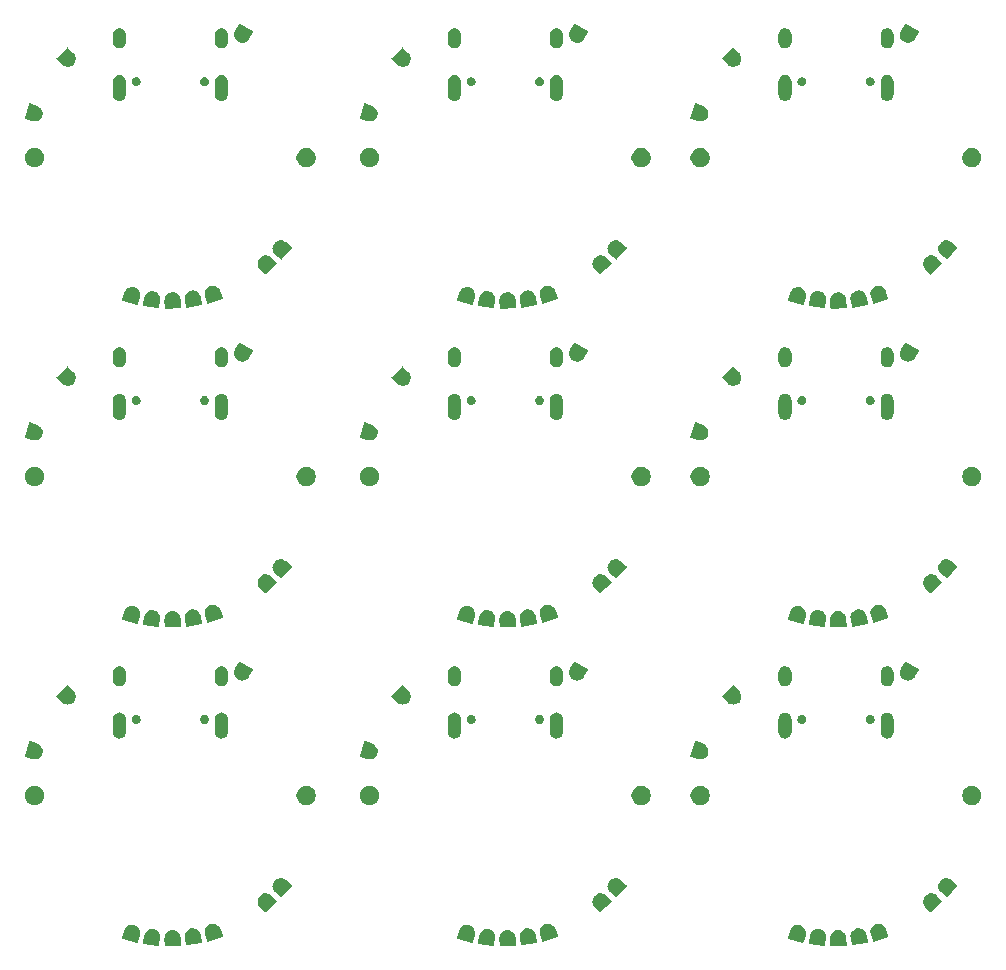
<source format=gbs>
%MOIN*%
%OFA0B0*%
%FSLAX46Y46*%
%IPPOS*%
%LPD*%
%ADD10C,0.0039370078740157488*%
%ADD21C,0.0039370078740157488*%
%ADD22C,0.0039370078740157488*%
%ADD23C,0.0039370078740157488*%
%ADD24C,0.0039370078740157488*%
%ADD25C,0.0039370078740157488*%
%ADD26C,0.0039370078740157488*%
%ADD27C,0.0039370078740157488*%
%ADD28C,0.0039370078740157488*%
G01*
D10*
G36*
X0000511193Y0002988014D02*
X0000511390Y0002987998D01*
X0000511390Y0002987998D01*
X0000511632Y0002987978D01*
X0000515979Y0002987192D01*
X0000516213Y0002987126D01*
X0000516213Y0002987126D01*
X0000516406Y0002987071D01*
X0000516827Y0002986951D01*
X0000520937Y0002985332D01*
X0000521721Y0002984931D01*
X0000525436Y0002982541D01*
X0000526127Y0002981994D01*
X0000529305Y0002978925D01*
X0000529462Y0002978740D01*
X0000529494Y0002978703D01*
X0000529876Y0002978254D01*
X0000532394Y0002974624D01*
X0000532823Y0002973854D01*
X0000534584Y0002969803D01*
X0000534855Y0002968965D01*
X0000535792Y0002964648D01*
X0000535894Y0002963772D01*
X0000535911Y0002962787D01*
X0000535943Y0002962305D01*
X0000536057Y0002961324D01*
X0000536485Y0002936811D01*
X0000536433Y0002936175D01*
X0000536325Y0002935795D01*
X0000536145Y0002935443D01*
X0000535899Y0002935133D01*
X0000535631Y0002934905D01*
X0000535598Y0002934876D01*
X0000535252Y0002934684D01*
X0000534893Y0002934568D01*
X0000534876Y0002934562D01*
X0000534242Y0002934489D01*
X0000484733Y0002933625D01*
X0000484096Y0002933676D01*
X0000483716Y0002933784D01*
X0000483364Y0002933965D01*
X0000483364Y0002933965D01*
X0000483209Y0002934087D01*
X0000483054Y0002934210D01*
X0000482798Y0002934511D01*
X0000482702Y0002934684D01*
X0000482605Y0002934857D01*
X0000482484Y0002935233D01*
X0000482484Y0002935233D01*
X0000482410Y0002935867D01*
X0000481982Y0002960380D01*
X0000482062Y0002961364D01*
X0000482077Y0002961846D01*
X0000482060Y0002962832D01*
X0000482131Y0002963711D01*
X0000482917Y0002968058D01*
X0000483158Y0002968906D01*
X0000484777Y0002973016D01*
X0000485179Y0002973800D01*
X0000487568Y0002977515D01*
X0000488115Y0002978206D01*
X0000491184Y0002981384D01*
X0000491856Y0002981955D01*
X0000495485Y0002984473D01*
X0000496255Y0002984901D01*
X0000500306Y0002986663D01*
X0000500537Y0002986737D01*
X0000500537Y0002986737D01*
X0000500725Y0002986798D01*
X0000501145Y0002986933D01*
X0000505462Y0002987871D01*
X0000506337Y0002987972D01*
X0000510754Y0002988049D01*
X0000511193Y0002988014D01*
X0000511193Y0002988014D01*
G37*
G36*
X0000442575Y0002992060D02*
X0000446949Y0002991446D01*
X0000447805Y0002991238D01*
X0000451976Y0002989782D01*
X0000452775Y0002989411D01*
X0000456582Y0002987169D01*
X0000456778Y0002987026D01*
X0000456778Y0002987026D01*
X0000457097Y0002986793D01*
X0000457098Y0002986792D01*
X0000457294Y0002986649D01*
X0000460589Y0002983708D01*
X0000461186Y0002983059D01*
X0000463844Y0002979532D01*
X0000463971Y0002979324D01*
X0000463971Y0002979324D01*
X0000464146Y0002979037D01*
X0000464303Y0002978779D01*
X0000466223Y0002974800D01*
X0000466526Y0002973973D01*
X0000467632Y0002969696D01*
X0000467768Y0002968825D01*
X0000468018Y0002964415D01*
X0000467982Y0002963535D01*
X0000467844Y0002962559D01*
X0000467801Y0002962078D01*
X0000467760Y0002961092D01*
X0000464348Y0002936813D01*
X0000464226Y0002936311D01*
X0000464197Y0002936193D01*
X0000464047Y0002935867D01*
X0000464031Y0002935834D01*
X0000463798Y0002935514D01*
X0000463507Y0002935247D01*
X0000463507Y0002935247D01*
X0000463507Y0002935247D01*
X0000463169Y0002935041D01*
X0000463169Y0002935041D01*
X0000463169Y0002935041D01*
X0000462798Y0002934905D01*
X0000462407Y0002934844D01*
X0000462407Y0002934844D01*
X0000462323Y0002934847D01*
X0000461769Y0002934870D01*
X0000412734Y0002941761D01*
X0000412233Y0002941883D01*
X0000412114Y0002941912D01*
X0000411755Y0002942078D01*
X0000411436Y0002942311D01*
X0000411168Y0002942602D01*
X0000411168Y0002942602D01*
X0000411168Y0002942602D01*
X0000410962Y0002942940D01*
X0000410826Y0002943311D01*
X0000410765Y0002943702D01*
X0000410791Y0002944340D01*
X0000414203Y0002968618D01*
X0000414436Y0002969577D01*
X0000414526Y0002970051D01*
X0000414664Y0002971028D01*
X0000414871Y0002971884D01*
X0000416328Y0002976055D01*
X0000416698Y0002976854D01*
X0000418940Y0002980660D01*
X0000419083Y0002980856D01*
X0000419083Y0002980857D01*
X0000419317Y0002981176D01*
X0000419317Y0002981177D01*
X0000419460Y0002981373D01*
X0000422401Y0002984668D01*
X0000423050Y0002985265D01*
X0000426577Y0002987923D01*
X0000426785Y0002988050D01*
X0000426785Y0002988050D01*
X0000427123Y0002988256D01*
X0000427123Y0002988256D01*
X0000427330Y0002988382D01*
X0000431309Y0002990301D01*
X0000432136Y0002990604D01*
X0000436413Y0002991711D01*
X0000437284Y0002991847D01*
X0000441694Y0002992097D01*
X0000442575Y0002992060D01*
X0000442575Y0002992060D01*
G37*
G36*
X0000579779Y0002993908D02*
X0000580652Y0002993787D01*
X0000584947Y0002992756D01*
X0000585177Y0002992676D01*
X0000585177Y0002992676D01*
X0000585551Y0002992546D01*
X0000585551Y0002992546D01*
X0000585780Y0002992467D01*
X0000589792Y0002990618D01*
X0000590001Y0002990495D01*
X0000590001Y0002990495D01*
X0000590331Y0002990301D01*
X0000590552Y0002990172D01*
X0000594126Y0002987575D01*
X0000594784Y0002986990D01*
X0000597783Y0002983746D01*
X0000598315Y0002983043D01*
X0000600623Y0002979277D01*
X0000601008Y0002978484D01*
X0000602537Y0002974340D01*
X0000602598Y0002974105D01*
X0000602598Y0002974105D01*
X0000602632Y0002973973D01*
X0000602759Y0002973487D01*
X0000602913Y0002972513D01*
X0000603012Y0002972041D01*
X0000603262Y0002971086D01*
X0000607097Y0002946871D01*
X0000607134Y0002946233D01*
X0000607080Y0002945842D01*
X0000607080Y0002945842D01*
X0000606951Y0002945468D01*
X0000606751Y0002945127D01*
X0000606488Y0002944831D01*
X0000606234Y0002944639D01*
X0000606172Y0002944592D01*
X0000605817Y0002944420D01*
X0000605199Y0002944259D01*
X0000556292Y0002936512D01*
X0000555655Y0002936475D01*
X0000555263Y0002936529D01*
X0000555263Y0002936529D01*
X0000554889Y0002936659D01*
X0000554889Y0002936659D01*
X0000554548Y0002936859D01*
X0000554515Y0002936888D01*
X0000554252Y0002937121D01*
X0000554014Y0002937437D01*
X0000554014Y0002937437D01*
X0000553841Y0002937793D01*
X0000553680Y0002938410D01*
X0000549845Y0002962625D01*
X0000549786Y0002963610D01*
X0000549734Y0002964090D01*
X0000549580Y0002965064D01*
X0000549528Y0002965944D01*
X0000549702Y0002970358D01*
X0000549822Y0002971231D01*
X0000550854Y0002975526D01*
X0000551142Y0002976359D01*
X0000552992Y0002980370D01*
X0000553437Y0002981131D01*
X0000556034Y0002984705D01*
X0000556619Y0002985363D01*
X0000559863Y0002988362D01*
X0000560566Y0002988894D01*
X0000564332Y0002991202D01*
X0000564729Y0002991394D01*
X0000564907Y0002991481D01*
X0000564907Y0002991481D01*
X0000565125Y0002991587D01*
X0000569269Y0002993115D01*
X0000569505Y0002993177D01*
X0000569505Y0002993177D01*
X0000569887Y0002993277D01*
X0000570123Y0002993338D01*
X0000574485Y0002994029D01*
X0000575365Y0002994081D01*
X0000579779Y0002993908D01*
X0000579779Y0002993908D01*
G37*
G36*
X0000377980Y0003005313D02*
X0000378219Y0003005273D01*
X0000378220Y0003005273D01*
X0000378610Y0003005209D01*
X0000378610Y0003005209D01*
X0000378850Y0003005169D01*
X0000383116Y0003004026D01*
X0000383941Y0003003716D01*
X0000387903Y0003001762D01*
X0000388652Y0003001296D01*
X0000392156Y0002998607D01*
X0000392799Y0002998005D01*
X0000395712Y0002994683D01*
X0000396225Y0002993967D01*
X0000398434Y0002990142D01*
X0000398798Y0002989339D01*
X0000400217Y0002985156D01*
X0000400418Y0002984298D01*
X0000400994Y0002979918D01*
X0000401023Y0002979037D01*
X0000400734Y0002974630D01*
X0000400695Y0002974390D01*
X0000400695Y0002974390D01*
X0000400641Y0002974066D01*
X0000400590Y0002973759D01*
X0000400335Y0002972806D01*
X0000400233Y0002972334D01*
X0000400177Y0002971992D01*
X0000400177Y0002971992D01*
X0000400112Y0002971601D01*
X0000400112Y0002971601D01*
X0000400073Y0002971361D01*
X0000393727Y0002947680D01*
X0000393642Y0002947453D01*
X0000393502Y0002947083D01*
X0000393294Y0002946747D01*
X0000393023Y0002946458D01*
X0000392702Y0002946228D01*
X0000392522Y0002946146D01*
X0000392341Y0002946065D01*
X0000391956Y0002945975D01*
X0000391561Y0002945962D01*
X0000391561Y0002945962D01*
X0000391171Y0002946027D01*
X0000391170Y0002946027D01*
X0000390931Y0002946066D01*
X0000343102Y0002958882D01*
X0000342504Y0002959107D01*
X0000342504Y0002959107D01*
X0000342168Y0002959316D01*
X0000341880Y0002959586D01*
X0000341649Y0002959907D01*
X0000341568Y0002960088D01*
X0000341486Y0002960268D01*
X0000341396Y0002960653D01*
X0000341383Y0002961048D01*
X0000341390Y0002961092D01*
X0000341448Y0002961439D01*
X0000341448Y0002961439D01*
X0000341487Y0002961678D01*
X0000347833Y0002985359D01*
X0000348180Y0002986283D01*
X0000348328Y0002986743D01*
X0000348583Y0002987695D01*
X0000348894Y0002988520D01*
X0000350847Y0002992482D01*
X0000351313Y0002993230D01*
X0000354002Y0002996735D01*
X0000354604Y0002997378D01*
X0000357926Y0003000291D01*
X0000358642Y0003000804D01*
X0000362467Y0003003013D01*
X0000363271Y0003003377D01*
X0000367453Y0003004796D01*
X0000368311Y0003004996D01*
X0000372691Y0003005573D01*
X0000372934Y0003005581D01*
X0000372934Y0003005581D01*
X0000373206Y0003005590D01*
X0000373572Y0003005602D01*
X0000377980Y0003005313D01*
X0000377980Y0003005313D01*
G37*
G36*
X0000647794Y0003009179D02*
X0000648659Y0003009009D01*
X0000652889Y0003007736D01*
X0000653704Y0003007401D01*
X0000657604Y0003005327D01*
X0000658338Y0003004839D01*
X0000661759Y0003002044D01*
X0000662383Y0003001422D01*
X0000665193Y0002998014D01*
X0000665684Y0002997282D01*
X0000667775Y0002993391D01*
X0000668114Y0002992577D01*
X0000668402Y0002991634D01*
X0000668566Y0002991180D01*
X0000668946Y0002990269D01*
X0000676114Y0002966824D01*
X0000676162Y0002966586D01*
X0000676162Y0002966586D01*
X0000676240Y0002966198D01*
X0000676240Y0002965802D01*
X0000676164Y0002965414D01*
X0000676042Y0002965118D01*
X0000676014Y0002965048D01*
X0000675795Y0002964719D01*
X0000675516Y0002964439D01*
X0000675351Y0002964329D01*
X0000675187Y0002964218D01*
X0000675187Y0002964218D01*
X0000675187Y0002964218D01*
X0000674598Y0002963973D01*
X0000627245Y0002949495D01*
X0000626619Y0002949370D01*
X0000626224Y0002949369D01*
X0000626224Y0002949369D01*
X0000625835Y0002949445D01*
X0000625539Y0002949567D01*
X0000625470Y0002949596D01*
X0000625140Y0002949815D01*
X0000624860Y0002950094D01*
X0000624640Y0002950422D01*
X0000624394Y0002951011D01*
X0000617226Y0002974457D01*
X0000617031Y0002975424D01*
X0000616913Y0002975892D01*
X0000616625Y0002976835D01*
X0000616577Y0002977073D01*
X0000616577Y0002977073D01*
X0000616499Y0002977461D01*
X0000616451Y0002977699D01*
X0000616008Y0002982094D01*
X0000616006Y0002982976D01*
X0000616430Y0002987373D01*
X0000616600Y0002988237D01*
X0000617873Y0002992468D01*
X0000618208Y0002993283D01*
X0000620282Y0002997183D01*
X0000620770Y0002997917D01*
X0000623565Y0003001337D01*
X0000624187Y0003001962D01*
X0000627596Y0003004772D01*
X0000628327Y0003005263D01*
X0000632219Y0003007354D01*
X0000633032Y0003007693D01*
X0000637256Y0003008984D01*
X0000637494Y0003009032D01*
X0000637495Y0003009032D01*
X0000637882Y0003009110D01*
X0000637882Y0003009110D01*
X0000638121Y0003009158D01*
X0000642515Y0003009601D01*
X0000642758Y0003009601D01*
X0000642759Y0003009601D01*
X0000642951Y0003009602D01*
X0000643397Y0003009603D01*
X0000647794Y0003009179D01*
X0000647794Y0003009179D01*
G37*
G36*
X0000822630Y0003110863D02*
X0000822870Y0003110826D01*
X0000822870Y0003110826D01*
X0000823261Y0003110767D01*
X0000823261Y0003110767D01*
X0000823501Y0003110730D01*
X0000827783Y0003109643D01*
X0000828612Y0003109343D01*
X0000832599Y0003107442D01*
X0000833353Y0003106986D01*
X0000836892Y0003104343D01*
X0000837544Y0003103749D01*
X0000838203Y0003103017D01*
X0000838543Y0003102674D01*
X0000839273Y0003102008D01*
X0000855677Y0003083789D01*
X0000856056Y0003083275D01*
X0000856224Y0003082917D01*
X0000856224Y0003082917D01*
X0000856319Y0003082533D01*
X0000856337Y0003082138D01*
X0000856278Y0003081747D01*
X0000856143Y0003081375D01*
X0000855939Y0003081036D01*
X0000855672Y0003080744D01*
X0000855672Y0003080744D01*
X0000855508Y0003080565D01*
X0000818710Y0003047432D01*
X0000818196Y0003047053D01*
X0000817838Y0003046885D01*
X0000817454Y0003046790D01*
X0000817059Y0003046772D01*
X0000816668Y0003046832D01*
X0000816296Y0003046966D01*
X0000815958Y0003047170D01*
X0000815958Y0003047170D01*
X0000815665Y0003047437D01*
X0000815665Y0003047437D01*
X0000815486Y0003047601D01*
X0000799081Y0003065820D01*
X0000798496Y0003066614D01*
X0000798191Y0003066989D01*
X0000797531Y0003067722D01*
X0000797008Y0003068431D01*
X0000794750Y0003072228D01*
X0000794647Y0003072448D01*
X0000794479Y0003072806D01*
X0000794479Y0003072806D01*
X0000794376Y0003073026D01*
X0000792901Y0003077189D01*
X0000792843Y0003077425D01*
X0000792843Y0003077425D01*
X0000792748Y0003077809D01*
X0000792690Y0003078046D01*
X0000792056Y0003082417D01*
X0000792015Y0003083297D01*
X0000792247Y0003087709D01*
X0000792379Y0003088580D01*
X0000793466Y0003092861D01*
X0000793766Y0003093690D01*
X0000795668Y0003097677D01*
X0000796123Y0003098432D01*
X0000798766Y0003101971D01*
X0000799360Y0003102622D01*
X0000802643Y0003105578D01*
X0000802838Y0003105722D01*
X0000802838Y0003105722D01*
X0000803157Y0003105957D01*
X0000803352Y0003106101D01*
X0000807149Y0003108359D01*
X0000807369Y0003108462D01*
X0000807369Y0003108463D01*
X0000807727Y0003108630D01*
X0000807727Y0003108631D01*
X0000807947Y0003108734D01*
X0000812111Y0003110208D01*
X0000812346Y0003110266D01*
X0000812347Y0003110266D01*
X0000812731Y0003110361D01*
X0000812967Y0003110420D01*
X0000817338Y0003111053D01*
X0000818219Y0003111094D01*
X0000822630Y0003110863D01*
X0000822630Y0003110863D01*
G37*
G36*
X0000869112Y0003161102D02*
X0000869112Y0003161102D01*
X0000869325Y0003161100D01*
X0000869751Y0003161095D01*
X0000874141Y0003160615D01*
X0000875004Y0003160433D01*
X0000879217Y0003159105D01*
X0000879440Y0003159010D01*
X0000879440Y0003159009D01*
X0000879479Y0003158993D01*
X0000880028Y0003158759D01*
X0000883900Y0003156634D01*
X0000884101Y0003156497D01*
X0000884427Y0003156274D01*
X0000884427Y0003156273D01*
X0000884628Y0003156136D01*
X0000885383Y0003155503D01*
X0000885767Y0003155212D01*
X0000886582Y0003154654D01*
X0000905363Y0003138895D01*
X0000905626Y0003138626D01*
X0000905810Y0003138438D01*
X0000906026Y0003138107D01*
X0000906026Y0003138107D01*
X0000906173Y0003137740D01*
X0000906246Y0003137351D01*
X0000906242Y0003136956D01*
X0000906160Y0003136569D01*
X0000906005Y0003136205D01*
X0000905645Y0003135678D01*
X0000873816Y0003097746D01*
X0000873547Y0003097483D01*
X0000873360Y0003097300D01*
X0000873060Y0003097104D01*
X0000873028Y0003097084D01*
X0000872661Y0003096936D01*
X0000872273Y0003096863D01*
X0000872272Y0003096863D01*
X0000872035Y0003096866D01*
X0000871877Y0003096868D01*
X0000871490Y0003096949D01*
X0000871126Y0003097104D01*
X0000870599Y0003097465D01*
X0000851818Y0003113224D01*
X0000851649Y0003113397D01*
X0000851372Y0003113680D01*
X0000851372Y0003113680D01*
X0000851129Y0003113929D01*
X0000850774Y0003114257D01*
X0000850019Y0003114891D01*
X0000849849Y0003115065D01*
X0000849849Y0003115065D01*
X0000849572Y0003115347D01*
X0000849572Y0003115348D01*
X0000849402Y0003115521D01*
X0000846638Y0003118966D01*
X0000846156Y0003119704D01*
X0000844116Y0003123622D01*
X0000844026Y0003123848D01*
X0000843878Y0003124215D01*
X0000843878Y0003124215D01*
X0000843788Y0003124441D01*
X0000842552Y0003128681D01*
X0000842389Y0003129547D01*
X0000842004Y0003133948D01*
X0000842014Y0003134829D01*
X0000842495Y0003139220D01*
X0000842676Y0003140083D01*
X0000844004Y0003144296D01*
X0000844351Y0003145107D01*
X0000846475Y0003148979D01*
X0000846973Y0003149707D01*
X0000849812Y0003153090D01*
X0000849986Y0003153260D01*
X0000849986Y0003153260D01*
X0000850269Y0003153537D01*
X0000850269Y0003153537D01*
X0000850442Y0003153707D01*
X0000853887Y0003156472D01*
X0000854091Y0003156604D01*
X0000854091Y0003156605D01*
X0000854422Y0003156821D01*
X0000854422Y0003156821D01*
X0000854625Y0003156953D01*
X0000858544Y0003158993D01*
X0000858769Y0003159084D01*
X0000858769Y0003159084D01*
X0000859136Y0003159231D01*
X0000859136Y0003159231D01*
X0000859362Y0003159322D01*
X0000863602Y0003160558D01*
X0000863841Y0003160602D01*
X0000863841Y0003160602D01*
X0000864230Y0003160675D01*
X0000864469Y0003160720D01*
X0000868869Y0003161105D01*
X0000869112Y0003161102D01*
X0000869112Y0003161102D01*
G37*
G36*
X0000057781Y0003467372D02*
X0000063606Y0003464959D01*
X0000068848Y0003461456D01*
X0000073306Y0003456998D01*
X0000076809Y0003451755D01*
X0000079222Y0003445930D01*
X0000080452Y0003439747D01*
X0000080452Y0003433441D01*
X0000079222Y0003427258D01*
X0000076809Y0003421432D01*
X0000073306Y0003416190D01*
X0000068848Y0003411732D01*
X0000063606Y0003408229D01*
X0000057781Y0003405816D01*
X0000051597Y0003404586D01*
X0000045292Y0003404586D01*
X0000039108Y0003405816D01*
X0000033283Y0003408229D01*
X0000028040Y0003411732D01*
X0000023582Y0003416190D01*
X0000020079Y0003421432D01*
X0000017666Y0003427258D01*
X0000016436Y0003433441D01*
X0000016436Y0003439747D01*
X0000017666Y0003445930D01*
X0000020079Y0003451755D01*
X0000023582Y0003456998D01*
X0000028040Y0003461456D01*
X0000033283Y0003464959D01*
X0000039108Y0003467372D01*
X0000045292Y0003468602D01*
X0000051597Y0003468602D01*
X0000057781Y0003467372D01*
X0000057781Y0003467372D01*
G37*
G36*
X0000963292Y0003467372D02*
X0000969118Y0003464959D01*
X0000974360Y0003461456D01*
X0000978818Y0003456998D01*
X0000982321Y0003451755D01*
X0000984734Y0003445930D01*
X0000985964Y0003439747D01*
X0000985964Y0003433441D01*
X0000984734Y0003427258D01*
X0000982321Y0003421432D01*
X0000978818Y0003416190D01*
X0000974360Y0003411732D01*
X0000969118Y0003408229D01*
X0000963292Y0003405816D01*
X0000957109Y0003404586D01*
X0000950804Y0003404586D01*
X0000944620Y0003405816D01*
X0000938795Y0003408229D01*
X0000933552Y0003411732D01*
X0000929094Y0003416190D01*
X0000925591Y0003421432D01*
X0000923178Y0003427258D01*
X0000921948Y0003433441D01*
X0000921948Y0003439747D01*
X0000923178Y0003445930D01*
X0000925591Y0003451755D01*
X0000929094Y0003456998D01*
X0000933552Y0003461456D01*
X0000938795Y0003464959D01*
X0000944620Y0003467372D01*
X0000950804Y0003468602D01*
X0000957109Y0003468602D01*
X0000963292Y0003467372D01*
X0000963292Y0003467372D01*
G37*
G36*
X0000033201Y0003617599D02*
X0000033588Y0003617515D01*
X0000033588Y0003617515D01*
X0000033825Y0003617463D01*
X0000057142Y0003609887D01*
X0000058046Y0003609491D01*
X0000058497Y0003609320D01*
X0000059435Y0003609015D01*
X0000060242Y0003608662D01*
X0000064096Y0003606503D01*
X0000064820Y0003605999D01*
X0000068179Y0003603130D01*
X0000068789Y0003602495D01*
X0000071524Y0003599026D01*
X0000071999Y0003598284D01*
X0000074005Y0003594348D01*
X0000074326Y0003593527D01*
X0000075525Y0003589276D01*
X0000075680Y0003588408D01*
X0000076027Y0003584004D01*
X0000076009Y0003583123D01*
X0000075490Y0003578736D01*
X0000075301Y0003577876D01*
X0000073936Y0003573674D01*
X0000073583Y0003572867D01*
X0000071425Y0003569013D01*
X0000070920Y0003568290D01*
X0000068052Y0003564931D01*
X0000067416Y0003564320D01*
X0000063947Y0003561585D01*
X0000063205Y0003561110D01*
X0000059269Y0003559104D01*
X0000058449Y0003558783D01*
X0000054197Y0003557584D01*
X0000053329Y0003557429D01*
X0000048925Y0003557083D01*
X0000048044Y0003557100D01*
X0000043658Y0003557619D01*
X0000042797Y0003557808D01*
X0000041859Y0003558113D01*
X0000041393Y0003558239D01*
X0000041053Y0003558314D01*
X0000041053Y0003558314D01*
X0000040940Y0003558339D01*
X0000040429Y0003558451D01*
X0000017113Y0003566027D01*
X0000016890Y0003566124D01*
X0000016528Y0003566283D01*
X0000016527Y0003566283D01*
X0000016527Y0003566283D01*
X0000016203Y0003566509D01*
X0000016203Y0003566509D01*
X0000015929Y0003566794D01*
X0000015716Y0003567127D01*
X0000015572Y0003567495D01*
X0000015502Y0003567885D01*
X0000015510Y0003568280D01*
X0000015595Y0003568666D01*
X0000015595Y0003568667D01*
X0000015647Y0003568904D01*
X0000030948Y0003615997D01*
X0000031204Y0003616582D01*
X0000031430Y0003616906D01*
X0000031430Y0003616906D01*
X0000031715Y0003617180D01*
X0000031715Y0003617180D01*
X0000032048Y0003617393D01*
X0000032048Y0003617393D01*
X0000032048Y0003617394D01*
X0000032417Y0003617538D01*
X0000032417Y0003617538D01*
X0000032417Y0003617538D01*
X0000032806Y0003617607D01*
X0000032806Y0003617607D01*
X0000033201Y0003617599D01*
X0000033201Y0003617599D01*
G37*
G36*
X0000675847Y0003712697D02*
X0000679936Y0003711457D01*
X0000683704Y0003709443D01*
X0000687007Y0003706732D01*
X0000689718Y0003703429D01*
X0000691733Y0003699660D01*
X0000692973Y0003695571D01*
X0000693287Y0003692384D01*
X0000693287Y0003646946D01*
X0000692973Y0003643759D01*
X0000691733Y0003639670D01*
X0000689718Y0003635901D01*
X0000687007Y0003632598D01*
X0000683704Y0003629887D01*
X0000679936Y0003627873D01*
X0000675846Y0003626632D01*
X0000671594Y0003626213D01*
X0000667341Y0003626632D01*
X0000663252Y0003627873D01*
X0000659484Y0003629887D01*
X0000656181Y0003632598D01*
X0000653470Y0003635901D01*
X0000651455Y0003639670D01*
X0000650215Y0003643759D01*
X0000649901Y0003646946D01*
X0000649901Y0003692384D01*
X0000650215Y0003695571D01*
X0000651455Y0003699660D01*
X0000653470Y0003703429D01*
X0000656181Y0003706732D01*
X0000659484Y0003709443D01*
X0000663252Y0003711457D01*
X0000667341Y0003712697D01*
X0000671594Y0003713116D01*
X0000675847Y0003712697D01*
X0000675847Y0003712697D01*
G37*
G36*
X0000335689Y0003712697D02*
X0000339778Y0003711457D01*
X0000343547Y0003709443D01*
X0000346850Y0003706732D01*
X0000349561Y0003703429D01*
X0000351575Y0003699660D01*
X0000352815Y0003695571D01*
X0000353129Y0003692384D01*
X0000353129Y0003646946D01*
X0000352815Y0003643759D01*
X0000351575Y0003639670D01*
X0000349561Y0003635901D01*
X0000346850Y0003632598D01*
X0000343547Y0003629887D01*
X0000339778Y0003627873D01*
X0000335689Y0003626632D01*
X0000331436Y0003626213D01*
X0000327184Y0003626632D01*
X0000323095Y0003627873D01*
X0000319326Y0003629887D01*
X0000316023Y0003632598D01*
X0000313312Y0003635901D01*
X0000311298Y0003639670D01*
X0000310057Y0003643759D01*
X0000309744Y0003646946D01*
X0000309744Y0003692384D01*
X0000310057Y0003695571D01*
X0000311298Y0003699660D01*
X0000313312Y0003703429D01*
X0000316023Y0003706732D01*
X0000319326Y0003709443D01*
X0000323095Y0003711457D01*
X0000327184Y0003712697D01*
X0000331436Y0003713116D01*
X0000335689Y0003712697D01*
X0000335689Y0003712697D01*
G37*
G36*
X0000392053Y0003704765D02*
X0000392054Y0003704765D01*
X0000392054Y0003704765D01*
X0000394748Y0003703649D01*
X0000397161Y0003702037D01*
X0000397172Y0003702029D01*
X0000399234Y0003699968D01*
X0000399234Y0003699967D01*
X0000400854Y0003697543D01*
X0000401970Y0003694849D01*
X0000402539Y0003691989D01*
X0000402539Y0003689073D01*
X0000401970Y0003686213D01*
X0000400854Y0003683519D01*
X0000399241Y0003681105D01*
X0000399234Y0003681094D01*
X0000397172Y0003679033D01*
X0000397172Y0003679033D01*
X0000394748Y0003677413D01*
X0000392054Y0003676297D01*
X0000392054Y0003676297D01*
X0000392053Y0003676297D01*
X0000389194Y0003675728D01*
X0000386278Y0003675728D01*
X0000383418Y0003676297D01*
X0000383418Y0003676297D01*
X0000383418Y0003676297D01*
X0000380724Y0003677413D01*
X0000378299Y0003679033D01*
X0000378299Y0003679033D01*
X0000376237Y0003681094D01*
X0000376230Y0003681105D01*
X0000374617Y0003683519D01*
X0000373501Y0003686213D01*
X0000372933Y0003689073D01*
X0000372933Y0003691989D01*
X0000373501Y0003694849D01*
X0000374617Y0003697543D01*
X0000376237Y0003699967D01*
X0000376237Y0003699968D01*
X0000378299Y0003702029D01*
X0000378310Y0003702037D01*
X0000380724Y0003703649D01*
X0000383418Y0003704765D01*
X0000383418Y0003704765D01*
X0000383418Y0003704765D01*
X0000386278Y0003705334D01*
X0000389194Y0003705334D01*
X0000392053Y0003704765D01*
X0000392053Y0003704765D01*
G37*
G36*
X0000619613Y0003704765D02*
X0000619613Y0003704765D01*
X0000619613Y0003704765D01*
X0000622307Y0003703649D01*
X0000624720Y0003702037D01*
X0000624731Y0003702029D01*
X0000626793Y0003699968D01*
X0000626793Y0003699967D01*
X0000628413Y0003697543D01*
X0000629529Y0003694849D01*
X0000630098Y0003691989D01*
X0000630098Y0003689073D01*
X0000629529Y0003686213D01*
X0000628413Y0003683519D01*
X0000626800Y0003681105D01*
X0000626793Y0003681094D01*
X0000624731Y0003679033D01*
X0000624731Y0003679033D01*
X0000622307Y0003677413D01*
X0000619613Y0003676297D01*
X0000619613Y0003676297D01*
X0000619613Y0003676297D01*
X0000616753Y0003675728D01*
X0000613837Y0003675728D01*
X0000610977Y0003676297D01*
X0000610977Y0003676297D01*
X0000610977Y0003676297D01*
X0000608283Y0003677413D01*
X0000605858Y0003679033D01*
X0000605858Y0003679033D01*
X0000603796Y0003681094D01*
X0000603789Y0003681105D01*
X0000602176Y0003683519D01*
X0000601060Y0003686213D01*
X0000600492Y0003689073D01*
X0000600492Y0003691989D01*
X0000601060Y0003694849D01*
X0000602176Y0003697543D01*
X0000603796Y0003699967D01*
X0000603796Y0003699968D01*
X0000605858Y0003702029D01*
X0000605869Y0003702037D01*
X0000608283Y0003703649D01*
X0000610977Y0003704765D01*
X0000610977Y0003704765D01*
X0000610977Y0003704765D01*
X0000613837Y0003705334D01*
X0000616753Y0003705334D01*
X0000619613Y0003704765D01*
X0000619613Y0003704765D01*
G37*
G36*
X0000158757Y0003803929D02*
X0000159138Y0003803821D01*
X0000159473Y0003803649D01*
X0000159490Y0003803641D01*
X0000159539Y0003803602D01*
X0000159990Y0003803244D01*
X0000177626Y0003786214D01*
X0000178265Y0003785462D01*
X0000178595Y0003785110D01*
X0000179305Y0003784425D01*
X0000179876Y0003783754D01*
X0000182394Y0003780124D01*
X0000182512Y0003779912D01*
X0000182512Y0003779912D01*
X0000182705Y0003779566D01*
X0000182823Y0003779354D01*
X0000184584Y0003775304D01*
X0000184659Y0003775072D01*
X0000184659Y0003775072D01*
X0000184780Y0003774696D01*
X0000184855Y0003774464D01*
X0000185792Y0003770148D01*
X0000185894Y0003769272D01*
X0000185971Y0003764856D01*
X0000185900Y0003763977D01*
X0000185114Y0003759630D01*
X0000184872Y0003758782D01*
X0000183253Y0003754672D01*
X0000182852Y0003753888D01*
X0000180462Y0003750173D01*
X0000179915Y0003749482D01*
X0000176846Y0003746304D01*
X0000176661Y0003746147D01*
X0000176360Y0003745891D01*
X0000176360Y0003745891D01*
X0000176175Y0003745733D01*
X0000172546Y0003743216D01*
X0000172333Y0003743097D01*
X0000172333Y0003743097D01*
X0000171988Y0003742905D01*
X0000171988Y0003742905D01*
X0000171775Y0003742786D01*
X0000167725Y0003741025D01*
X0000167494Y0003740951D01*
X0000167493Y0003740950D01*
X0000167117Y0003740829D01*
X0000167117Y0003740829D01*
X0000166886Y0003740755D01*
X0000162569Y0003739817D01*
X0000161693Y0003739716D01*
X0000157277Y0003739638D01*
X0000156837Y0003739674D01*
X0000156640Y0003739690D01*
X0000156640Y0003739690D01*
X0000156398Y0003739710D01*
X0000152051Y0003740496D01*
X0000151204Y0003740737D01*
X0000147093Y0003742356D01*
X0000146309Y0003742757D01*
X0000142594Y0003745147D01*
X0000141903Y0003745695D01*
X0000141193Y0003746380D01*
X0000140829Y0003746698D01*
X0000140558Y0003746913D01*
X0000140557Y0003746913D01*
X0000140247Y0003747159D01*
X0000140247Y0003747159D01*
X0000140057Y0003747310D01*
X0000122421Y0003764341D01*
X0000122007Y0003764827D01*
X0000121815Y0003765172D01*
X0000121815Y0003765172D01*
X0000121694Y0003765549D01*
X0000121694Y0003765549D01*
X0000121648Y0003765942D01*
X0000121680Y0003766336D01*
X0000121788Y0003766716D01*
X0000121968Y0003767068D01*
X0000121968Y0003767068D01*
X0000122214Y0003767378D01*
X0000122365Y0003767569D01*
X0000156762Y0003803188D01*
X0000157248Y0003803602D01*
X0000157318Y0003803641D01*
X0000157594Y0003803794D01*
X0000157841Y0003803874D01*
X0000157970Y0003803916D01*
X0000158363Y0003803961D01*
X0000158757Y0003803929D01*
X0000158757Y0003803929D01*
G37*
G36*
X0000335689Y0003867422D02*
X0000339778Y0003866181D01*
X0000343547Y0003864167D01*
X0000346850Y0003861456D01*
X0000349561Y0003858153D01*
X0000351575Y0003854385D01*
X0000352815Y0003850295D01*
X0000353129Y0003847108D01*
X0000353129Y0003821355D01*
X0000352815Y0003818168D01*
X0000351575Y0003814079D01*
X0000349561Y0003810311D01*
X0000346850Y0003807007D01*
X0000343547Y0003804297D01*
X0000339778Y0003802282D01*
X0000335689Y0003801042D01*
X0000331436Y0003800623D01*
X0000327184Y0003801042D01*
X0000323095Y0003802282D01*
X0000319326Y0003804297D01*
X0000316023Y0003807007D01*
X0000313312Y0003810311D01*
X0000311298Y0003814079D01*
X0000310057Y0003818168D01*
X0000309744Y0003821355D01*
X0000309744Y0003847108D01*
X0000310057Y0003850295D01*
X0000311298Y0003854385D01*
X0000313312Y0003858153D01*
X0000316023Y0003861456D01*
X0000319326Y0003864167D01*
X0000323095Y0003866181D01*
X0000327184Y0003867422D01*
X0000331436Y0003867841D01*
X0000335689Y0003867422D01*
X0000335689Y0003867422D01*
G37*
G36*
X0000675847Y0003867422D02*
X0000679936Y0003866181D01*
X0000683704Y0003864167D01*
X0000687007Y0003861456D01*
X0000689718Y0003858153D01*
X0000691733Y0003854385D01*
X0000692973Y0003850295D01*
X0000693287Y0003847108D01*
X0000693287Y0003821355D01*
X0000692973Y0003818168D01*
X0000691733Y0003814079D01*
X0000689718Y0003810311D01*
X0000687007Y0003807007D01*
X0000683704Y0003804297D01*
X0000679936Y0003802282D01*
X0000675846Y0003801042D01*
X0000671594Y0003800623D01*
X0000667341Y0003801042D01*
X0000663252Y0003802282D01*
X0000659484Y0003804297D01*
X0000656181Y0003807007D01*
X0000653470Y0003810311D01*
X0000651455Y0003814079D01*
X0000650215Y0003818168D01*
X0000649901Y0003821355D01*
X0000649901Y0003847108D01*
X0000650215Y0003850295D01*
X0000651455Y0003854385D01*
X0000653470Y0003858153D01*
X0000656181Y0003861456D01*
X0000659484Y0003864167D01*
X0000663252Y0003866181D01*
X0000667341Y0003867422D01*
X0000671594Y0003867841D01*
X0000675847Y0003867422D01*
X0000675847Y0003867422D01*
G37*
G36*
X0000732628Y0003882745D02*
X0000733013Y0003882655D01*
X0000733595Y0003882392D01*
X0000776477Y0003857633D01*
X0000776996Y0003857262D01*
X0000777236Y0003857005D01*
X0000777267Y0003856973D01*
X0000777475Y0003856637D01*
X0000777475Y0003856637D01*
X0000777615Y0003856267D01*
X0000777679Y0003855877D01*
X0000777666Y0003855481D01*
X0000777576Y0003855096D01*
X0000777313Y0003854515D01*
X0000765055Y0003833283D01*
X0000764480Y0003832481D01*
X0000764218Y0003832075D01*
X0000763725Y0003831221D01*
X0000763212Y0003830505D01*
X0000760299Y0003827183D01*
X0000759656Y0003826580D01*
X0000756152Y0003823892D01*
X0000755403Y0003823426D01*
X0000751441Y0003821472D01*
X0000750616Y0003821162D01*
X0000746350Y0003820019D01*
X0000746110Y0003819979D01*
X0000746110Y0003819979D01*
X0000745720Y0003819915D01*
X0000745720Y0003819915D01*
X0000745480Y0003819875D01*
X0000741072Y0003819586D01*
X0000740724Y0003819598D01*
X0000740434Y0003819607D01*
X0000740434Y0003819607D01*
X0000740191Y0003819615D01*
X0000735811Y0003820192D01*
X0000734953Y0003820392D01*
X0000730770Y0003821812D01*
X0000729967Y0003822175D01*
X0000726142Y0003824384D01*
X0000725945Y0003824525D01*
X0000725944Y0003824526D01*
X0000725623Y0003824756D01*
X0000725623Y0003824756D01*
X0000725426Y0003824897D01*
X0000722104Y0003827810D01*
X0000721502Y0003828454D01*
X0000718813Y0003831958D01*
X0000718347Y0003832706D01*
X0000716393Y0003836668D01*
X0000716083Y0003837493D01*
X0000714940Y0003841760D01*
X0000714900Y0003841999D01*
X0000714900Y0003841999D01*
X0000714836Y0003842390D01*
X0000714836Y0003842390D01*
X0000714796Y0003842630D01*
X0000714507Y0003847037D01*
X0000714536Y0003847918D01*
X0000715113Y0003852298D01*
X0000715313Y0003853156D01*
X0000716733Y0003857339D01*
X0000717097Y0003858142D01*
X0000717590Y0003858996D01*
X0000717810Y0003859425D01*
X0000718218Y0003860324D01*
X0000730476Y0003881556D01*
X0000730848Y0003882075D01*
X0000731136Y0003882345D01*
X0000731136Y0003882345D01*
X0000731472Y0003882554D01*
X0000731472Y0003882554D01*
X0000731842Y0003882693D01*
X0000731842Y0003882693D01*
X0000731842Y0003882693D01*
X0000732233Y0003882758D01*
X0000732233Y0003882758D01*
X0000732628Y0003882745D01*
X0000732628Y0003882745D01*
G37*
G04 next file*
G04 #@! TF.GenerationSoftware,KiCad,Pcbnew,(5.0.1)-4*
G04 #@! TF.CreationDate,2019-05-08T01:49:15+02:00*
G04 #@! TF.ProjectId,ESPesh,4553506573682E6B696361645F706362,rev?*
G04 #@! TF.SameCoordinates,Original*
G04 #@! TF.FileFunction,Soldermask,Bot*
G04 #@! TF.FilePolarity,Negative*
G04 Gerber Fmt 4.6, Leading zero omitted, Abs format (unit mm)*
G04 Created by KiCad (PCBNEW (5.0.1)-4) date 08/05/2019 1:49:15*
G01*
G04 APERTURE LIST*
G04 APERTURE END LIST*
D21*
G36*
X0001627728Y0002988014D02*
X0001627926Y0002987998D01*
X0001627926Y0002987998D01*
X0001628168Y0002987978D01*
X0001632514Y0002987192D01*
X0001632748Y0002987126D01*
X0001632748Y0002987126D01*
X0001632942Y0002987071D01*
X0001633363Y0002986951D01*
X0001637472Y0002985332D01*
X0001638257Y0002984931D01*
X0001641972Y0002982541D01*
X0001642663Y0002981994D01*
X0001645840Y0002978925D01*
X0001645998Y0002978740D01*
X0001646030Y0002978703D01*
X0001646411Y0002978254D01*
X0001648929Y0002974624D01*
X0001649358Y0002973854D01*
X0001651120Y0002969803D01*
X0001651390Y0002968965D01*
X0001652327Y0002964648D01*
X0001652429Y0002963772D01*
X0001652446Y0002962787D01*
X0001652478Y0002962305D01*
X0001652592Y0002961324D01*
X0001653020Y0002936811D01*
X0001652969Y0002936175D01*
X0001652860Y0002935795D01*
X0001652680Y0002935443D01*
X0001652435Y0002935133D01*
X0001652166Y0002934905D01*
X0001652133Y0002934876D01*
X0001651788Y0002934684D01*
X0001651428Y0002934568D01*
X0001651411Y0002934562D01*
X0001650777Y0002934489D01*
X0001601268Y0002933625D01*
X0001600632Y0002933676D01*
X0001600251Y0002933784D01*
X0001599899Y0002933965D01*
X0001599899Y0002933965D01*
X0001599744Y0002934087D01*
X0001599589Y0002934210D01*
X0001599333Y0002934511D01*
X0001599237Y0002934684D01*
X0001599140Y0002934857D01*
X0001599019Y0002935233D01*
X0001599019Y0002935233D01*
X0001598945Y0002935867D01*
X0001598518Y0002960380D01*
X0001598597Y0002961364D01*
X0001598612Y0002961846D01*
X0001598595Y0002962832D01*
X0001598666Y0002963711D01*
X0001599452Y0002968058D01*
X0001599694Y0002968906D01*
X0001601312Y0002973016D01*
X0001601714Y0002973800D01*
X0001604104Y0002977515D01*
X0001604651Y0002978206D01*
X0001607720Y0002981384D01*
X0001608391Y0002981955D01*
X0001612021Y0002984473D01*
X0001612790Y0002984901D01*
X0001616842Y0002986663D01*
X0001617073Y0002986737D01*
X0001617073Y0002986737D01*
X0001617261Y0002986798D01*
X0001617680Y0002986933D01*
X0001621997Y0002987871D01*
X0001622872Y0002987972D01*
X0001627289Y0002988049D01*
X0001627728Y0002988014D01*
X0001627728Y0002988014D01*
G37*
G36*
X0001559110Y0002992060D02*
X0001563485Y0002991446D01*
X0001564341Y0002991238D01*
X0001568512Y0002989782D01*
X0001569311Y0002989411D01*
X0001573117Y0002987169D01*
X0001573313Y0002987026D01*
X0001573313Y0002987026D01*
X0001573633Y0002986793D01*
X0001573633Y0002986792D01*
X0001573829Y0002986649D01*
X0001577125Y0002983708D01*
X0001577722Y0002983059D01*
X0001580380Y0002979532D01*
X0001580506Y0002979324D01*
X0001580506Y0002979324D01*
X0001580681Y0002979037D01*
X0001580839Y0002978779D01*
X0001582758Y0002974800D01*
X0001583061Y0002973973D01*
X0001584167Y0002969696D01*
X0001584303Y0002968825D01*
X0001584554Y0002964415D01*
X0001584517Y0002963535D01*
X0001584380Y0002962559D01*
X0001584336Y0002962078D01*
X0001584295Y0002961092D01*
X0001580883Y0002936813D01*
X0001580762Y0002936311D01*
X0001580733Y0002936193D01*
X0001580582Y0002935867D01*
X0001580566Y0002935834D01*
X0001580333Y0002935514D01*
X0001580042Y0002935247D01*
X0001580042Y0002935247D01*
X0001580042Y0002935247D01*
X0001579705Y0002935041D01*
X0001579704Y0002935041D01*
X0001579704Y0002935041D01*
X0001579333Y0002934905D01*
X0001578943Y0002934844D01*
X0001578942Y0002934844D01*
X0001578858Y0002934847D01*
X0001578305Y0002934870D01*
X0001529270Y0002941761D01*
X0001528768Y0002941883D01*
X0001528649Y0002941912D01*
X0001528291Y0002942078D01*
X0001527971Y0002942311D01*
X0001527703Y0002942602D01*
X0001527703Y0002942602D01*
X0001527703Y0002942602D01*
X0001527497Y0002942940D01*
X0001527361Y0002943311D01*
X0001527300Y0002943702D01*
X0001527327Y0002944340D01*
X0001530739Y0002968618D01*
X0001530971Y0002969577D01*
X0001531062Y0002970051D01*
X0001531199Y0002971028D01*
X0001531407Y0002971884D01*
X0001532863Y0002976055D01*
X0001533234Y0002976854D01*
X0001535476Y0002980660D01*
X0001535619Y0002980856D01*
X0001535619Y0002980857D01*
X0001535852Y0002981176D01*
X0001535852Y0002981177D01*
X0001535995Y0002981373D01*
X0001538937Y0002984668D01*
X0001539585Y0002985265D01*
X0001543113Y0002987923D01*
X0001543320Y0002988050D01*
X0001543321Y0002988050D01*
X0001543658Y0002988256D01*
X0001543658Y0002988256D01*
X0001543866Y0002988382D01*
X0001547844Y0002990301D01*
X0001548672Y0002990604D01*
X0001552949Y0002991711D01*
X0001553819Y0002991847D01*
X0001558229Y0002992097D01*
X0001559110Y0002992060D01*
X0001559110Y0002992060D01*
G37*
G36*
X0001696315Y0002993908D02*
X0001697188Y0002993787D01*
X0001701483Y0002992756D01*
X0001701712Y0002992676D01*
X0001701712Y0002992676D01*
X0001702086Y0002992546D01*
X0001702086Y0002992546D01*
X0001702316Y0002992467D01*
X0001706327Y0002990618D01*
X0001706537Y0002990495D01*
X0001706537Y0002990495D01*
X0001706867Y0002990301D01*
X0001707088Y0002990172D01*
X0001710662Y0002987575D01*
X0001711320Y0002986990D01*
X0001714319Y0002983746D01*
X0001714851Y0002983043D01*
X0001717159Y0002979277D01*
X0001717543Y0002978484D01*
X0001719072Y0002974340D01*
X0001719133Y0002974105D01*
X0001719134Y0002974105D01*
X0001719168Y0002973973D01*
X0001719295Y0002973487D01*
X0001719449Y0002972513D01*
X0001719548Y0002972041D01*
X0001719797Y0002971086D01*
X0001723632Y0002946871D01*
X0001723670Y0002946233D01*
X0001723616Y0002945842D01*
X0001723616Y0002945842D01*
X0001723486Y0002945468D01*
X0001723286Y0002945127D01*
X0001723023Y0002944831D01*
X0001722770Y0002944639D01*
X0001722708Y0002944592D01*
X0001722352Y0002944420D01*
X0001721734Y0002944259D01*
X0001672827Y0002936512D01*
X0001672190Y0002936475D01*
X0001671798Y0002936529D01*
X0001671798Y0002936529D01*
X0001671425Y0002936659D01*
X0001671425Y0002936659D01*
X0001671083Y0002936859D01*
X0001671050Y0002936888D01*
X0001670788Y0002937121D01*
X0001670549Y0002937437D01*
X0001670549Y0002937437D01*
X0001670376Y0002937793D01*
X0001670215Y0002938410D01*
X0001666380Y0002962625D01*
X0001666322Y0002963610D01*
X0001666270Y0002964090D01*
X0001666116Y0002965064D01*
X0001666064Y0002965944D01*
X0001666237Y0002970358D01*
X0001666358Y0002971231D01*
X0001667389Y0002975526D01*
X0001667678Y0002976359D01*
X0001669527Y0002980370D01*
X0001669973Y0002981131D01*
X0001672569Y0002984705D01*
X0001673155Y0002985363D01*
X0001676399Y0002988362D01*
X0001677101Y0002988894D01*
X0001680868Y0002991202D01*
X0001681264Y0002991394D01*
X0001681442Y0002991481D01*
X0001681442Y0002991481D01*
X0001681661Y0002991587D01*
X0001685805Y0002993115D01*
X0001686040Y0002993177D01*
X0001686040Y0002993177D01*
X0001686423Y0002993277D01*
X0001686658Y0002993338D01*
X0001691021Y0002994029D01*
X0001691900Y0002994081D01*
X0001696315Y0002993908D01*
X0001696315Y0002993908D01*
G37*
G36*
X0001494515Y0003005313D02*
X0001494755Y0003005273D01*
X0001494755Y0003005273D01*
X0001495145Y0003005209D01*
X0001495145Y0003005209D01*
X0001495385Y0003005169D01*
X0001499652Y0003004026D01*
X0001500477Y0003003716D01*
X0001504438Y0003001762D01*
X0001505187Y0003001296D01*
X0001508691Y0002998607D01*
X0001509335Y0002998005D01*
X0001512247Y0002994683D01*
X0001512761Y0002993967D01*
X0001514969Y0002990142D01*
X0001515333Y0002989339D01*
X0001516753Y0002985156D01*
X0001516953Y0002984298D01*
X0001517530Y0002979918D01*
X0001517558Y0002979037D01*
X0001517270Y0002974630D01*
X0001517230Y0002974390D01*
X0001517230Y0002974390D01*
X0001517177Y0002974066D01*
X0001517126Y0002973759D01*
X0001516871Y0002972806D01*
X0001516768Y0002972334D01*
X0001516712Y0002971992D01*
X0001516712Y0002971992D01*
X0001516648Y0002971601D01*
X0001516647Y0002971601D01*
X0001516608Y0002971361D01*
X0001510263Y0002947680D01*
X0001510177Y0002947453D01*
X0001510038Y0002947083D01*
X0001509829Y0002946747D01*
X0001509559Y0002946458D01*
X0001509237Y0002946228D01*
X0001509057Y0002946146D01*
X0001508877Y0002946065D01*
X0001508492Y0002945975D01*
X0001508096Y0002945962D01*
X0001508096Y0002945962D01*
X0001507706Y0002946027D01*
X0001507706Y0002946027D01*
X0001507466Y0002946066D01*
X0001459637Y0002958882D01*
X0001459040Y0002959107D01*
X0001459040Y0002959107D01*
X0001458704Y0002959316D01*
X0001458415Y0002959586D01*
X0001458185Y0002959907D01*
X0001458103Y0002960088D01*
X0001458022Y0002960268D01*
X0001457932Y0002960653D01*
X0001457919Y0002961048D01*
X0001457926Y0002961092D01*
X0001457983Y0002961439D01*
X0001457983Y0002961439D01*
X0001458023Y0002961678D01*
X0001464368Y0002985359D01*
X0001464716Y0002986283D01*
X0001464863Y0002986743D01*
X0001465119Y0002987695D01*
X0001465429Y0002988520D01*
X0001467383Y0002992482D01*
X0001467848Y0002993230D01*
X0001470537Y0002996735D01*
X0001471140Y0002997378D01*
X0001474461Y0003000291D01*
X0001475177Y0003000804D01*
X0001479003Y0003003013D01*
X0001479806Y0003003377D01*
X0001483988Y0003004796D01*
X0001484847Y0003004996D01*
X0001489227Y0003005573D01*
X0001489469Y0003005581D01*
X0001489469Y0003005581D01*
X0001489741Y0003005590D01*
X0001490108Y0003005602D01*
X0001494515Y0003005313D01*
X0001494515Y0003005313D01*
G37*
G36*
X0001764330Y0003009179D02*
X0001765194Y0003009009D01*
X0001769424Y0003007736D01*
X0001770239Y0003007401D01*
X0001774139Y0003005327D01*
X0001774873Y0003004839D01*
X0001778294Y0003002044D01*
X0001778919Y0003001422D01*
X0001781728Y0002998014D01*
X0001782220Y0002997282D01*
X0001784311Y0002993391D01*
X0001784650Y0002992577D01*
X0001784938Y0002991634D01*
X0001785101Y0002991180D01*
X0001785481Y0002990269D01*
X0001792649Y0002966824D01*
X0001792697Y0002966586D01*
X0001792697Y0002966586D01*
X0001792775Y0002966198D01*
X0001792776Y0002965802D01*
X0001792700Y0002965414D01*
X0001792578Y0002965118D01*
X0001792549Y0002965048D01*
X0001792330Y0002964719D01*
X0001792051Y0002964439D01*
X0001791887Y0002964329D01*
X0001791723Y0002964218D01*
X0001791722Y0002964218D01*
X0001791722Y0002964218D01*
X0001791133Y0002963973D01*
X0001743780Y0002949495D01*
X0001743155Y0002949370D01*
X0001742759Y0002949369D01*
X0001742759Y0002949369D01*
X0001742371Y0002949445D01*
X0001742075Y0002949567D01*
X0001742005Y0002949596D01*
X0001741676Y0002949815D01*
X0001741396Y0002950094D01*
X0001741175Y0002950422D01*
X0001740930Y0002951011D01*
X0001733761Y0002974457D01*
X0001733567Y0002975424D01*
X0001733449Y0002975892D01*
X0001733160Y0002976835D01*
X0001733112Y0002977073D01*
X0001733112Y0002977073D01*
X0001733034Y0002977461D01*
X0001732986Y0002977699D01*
X0001732544Y0002982094D01*
X0001732542Y0002982976D01*
X0001732965Y0002987373D01*
X0001733135Y0002988237D01*
X0001734408Y0002992468D01*
X0001734744Y0002993283D01*
X0001736818Y0002997183D01*
X0001737306Y0002997917D01*
X0001740101Y0003001337D01*
X0001740722Y0003001962D01*
X0001744131Y0003004772D01*
X0001744863Y0003005263D01*
X0001748754Y0003007354D01*
X0001749567Y0003007693D01*
X0001753792Y0003008984D01*
X0001754030Y0003009032D01*
X0001754030Y0003009032D01*
X0001754418Y0003009110D01*
X0001754418Y0003009110D01*
X0001754656Y0003009158D01*
X0001759051Y0003009601D01*
X0001759294Y0003009601D01*
X0001759294Y0003009601D01*
X0001759487Y0003009602D01*
X0001759932Y0003009603D01*
X0001764330Y0003009179D01*
X0001764330Y0003009179D01*
G37*
G36*
X0001939165Y0003110863D02*
X0001939405Y0003110826D01*
X0001939405Y0003110826D01*
X0001939797Y0003110767D01*
X0001939797Y0003110767D01*
X0001940037Y0003110730D01*
X0001944318Y0003109643D01*
X0001945147Y0003109343D01*
X0001949134Y0003107442D01*
X0001949889Y0003106986D01*
X0001953428Y0003104343D01*
X0001954079Y0003103749D01*
X0001954738Y0003103017D01*
X0001955079Y0003102674D01*
X0001955808Y0003102008D01*
X0001972213Y0003083789D01*
X0001972592Y0003083275D01*
X0001972759Y0003082917D01*
X0001972759Y0003082917D01*
X0001972854Y0003082533D01*
X0001972872Y0003082138D01*
X0001972813Y0003081747D01*
X0001972679Y0003081375D01*
X0001972474Y0003081036D01*
X0001972208Y0003080744D01*
X0001972207Y0003080744D01*
X0001972044Y0003080565D01*
X0001935246Y0003047432D01*
X0001934732Y0003047053D01*
X0001934374Y0003046885D01*
X0001933990Y0003046790D01*
X0001933595Y0003046772D01*
X0001933204Y0003046832D01*
X0001932832Y0003046966D01*
X0001932493Y0003047170D01*
X0001932493Y0003047170D01*
X0001932201Y0003047437D01*
X0001932201Y0003047437D01*
X0001932021Y0003047601D01*
X0001915617Y0003065820D01*
X0001915032Y0003066614D01*
X0001914726Y0003066989D01*
X0001914067Y0003067722D01*
X0001913544Y0003068431D01*
X0001911285Y0003072228D01*
X0001911182Y0003072448D01*
X0001911014Y0003072806D01*
X0001911014Y0003072806D01*
X0001910911Y0003073026D01*
X0001909437Y0003077189D01*
X0001909378Y0003077425D01*
X0001909378Y0003077425D01*
X0001909283Y0003077809D01*
X0001909225Y0003078046D01*
X0001908591Y0003082417D01*
X0001908551Y0003083297D01*
X0001908782Y0003087709D01*
X0001908914Y0003088580D01*
X0001910002Y0003092861D01*
X0001910301Y0003093690D01*
X0001912203Y0003097677D01*
X0001912659Y0003098432D01*
X0001915302Y0003101971D01*
X0001915895Y0003102622D01*
X0001919179Y0003105578D01*
X0001919374Y0003105722D01*
X0001919374Y0003105722D01*
X0001919692Y0003105957D01*
X0001919888Y0003106101D01*
X0001923684Y0003108359D01*
X0001923904Y0003108462D01*
X0001923904Y0003108463D01*
X0001924262Y0003108630D01*
X0001924263Y0003108631D01*
X0001924482Y0003108734D01*
X0001928646Y0003110208D01*
X0001928882Y0003110266D01*
X0001928882Y0003110266D01*
X0001929266Y0003110361D01*
X0001929502Y0003110420D01*
X0001933873Y0003111053D01*
X0001934754Y0003111094D01*
X0001939165Y0003110863D01*
X0001939165Y0003110863D01*
G37*
G36*
X0001985647Y0003161102D02*
X0001985648Y0003161102D01*
X0001985861Y0003161100D01*
X0001986286Y0003161095D01*
X0001990677Y0003160615D01*
X0001991540Y0003160433D01*
X0001995752Y0003159105D01*
X0001995976Y0003159010D01*
X0001995976Y0003159009D01*
X0001996014Y0003158993D01*
X0001996563Y0003158759D01*
X0002000435Y0003156634D01*
X0002000636Y0003156497D01*
X0002000963Y0003156274D01*
X0002000963Y0003156273D01*
X0002001163Y0003156136D01*
X0002001918Y0003155503D01*
X0002002302Y0003155212D01*
X0002003117Y0003154654D01*
X0002021899Y0003138895D01*
X0002022161Y0003138626D01*
X0002022345Y0003138438D01*
X0002022561Y0003138107D01*
X0002022561Y0003138107D01*
X0002022708Y0003137740D01*
X0002022781Y0003137351D01*
X0002022777Y0003136956D01*
X0002022696Y0003136569D01*
X0002022540Y0003136205D01*
X0002022180Y0003135678D01*
X0001990351Y0003097746D01*
X0001990082Y0003097483D01*
X0001989895Y0003097300D01*
X0001989595Y0003097104D01*
X0001989564Y0003097084D01*
X0001989197Y0003096936D01*
X0001988808Y0003096863D01*
X0001988808Y0003096863D01*
X0001988571Y0003096866D01*
X0001988412Y0003096868D01*
X0001988025Y0003096949D01*
X0001987662Y0003097104D01*
X0001987135Y0003097465D01*
X0001968354Y0003113224D01*
X0001968184Y0003113397D01*
X0001967907Y0003113680D01*
X0001967907Y0003113680D01*
X0001967664Y0003113929D01*
X0001967310Y0003114257D01*
X0001966554Y0003114891D01*
X0001966385Y0003115065D01*
X0001966384Y0003115065D01*
X0001966108Y0003115347D01*
X0001966107Y0003115348D01*
X0001965938Y0003115521D01*
X0001963173Y0003118966D01*
X0001962691Y0003119704D01*
X0001960652Y0003123622D01*
X0001960561Y0003123848D01*
X0001960414Y0003124215D01*
X0001960414Y0003124215D01*
X0001960323Y0003124441D01*
X0001959087Y0003128681D01*
X0001958925Y0003129547D01*
X0001958540Y0003133948D01*
X0001958549Y0003134829D01*
X0001959030Y0003139220D01*
X0001959211Y0003140083D01*
X0001960540Y0003144296D01*
X0001960886Y0003145107D01*
X0001963010Y0003148979D01*
X0001963508Y0003149707D01*
X0001966348Y0003153090D01*
X0001966521Y0003153260D01*
X0001966521Y0003153260D01*
X0001966804Y0003153537D01*
X0001966804Y0003153537D01*
X0001966978Y0003153707D01*
X0001970423Y0003156472D01*
X0001970626Y0003156604D01*
X0001970626Y0003156605D01*
X0001970957Y0003156821D01*
X0001970957Y0003156821D01*
X0001971161Y0003156953D01*
X0001975079Y0003158993D01*
X0001975304Y0003159084D01*
X0001975304Y0003159084D01*
X0001975672Y0003159231D01*
X0001975672Y0003159231D01*
X0001975897Y0003159322D01*
X0001980138Y0003160558D01*
X0001980376Y0003160602D01*
X0001980377Y0003160602D01*
X0001980765Y0003160675D01*
X0001981004Y0003160720D01*
X0001985404Y0003161105D01*
X0001985647Y0003161102D01*
X0001985647Y0003161102D01*
G37*
G36*
X0001174316Y0003467372D02*
X0001180141Y0003464959D01*
X0001185384Y0003461456D01*
X0001189842Y0003456998D01*
X0001193345Y0003451755D01*
X0001195758Y0003445930D01*
X0001196988Y0003439747D01*
X0001196988Y0003433441D01*
X0001195758Y0003427258D01*
X0001193345Y0003421432D01*
X0001189842Y0003416190D01*
X0001185384Y0003411732D01*
X0001180141Y0003408229D01*
X0001174316Y0003405816D01*
X0001168132Y0003404586D01*
X0001161827Y0003404586D01*
X0001155643Y0003405816D01*
X0001149818Y0003408229D01*
X0001144576Y0003411732D01*
X0001140118Y0003416190D01*
X0001136615Y0003421432D01*
X0001134202Y0003427258D01*
X0001132972Y0003433441D01*
X0001132972Y0003439747D01*
X0001134202Y0003445930D01*
X0001136615Y0003451755D01*
X0001140118Y0003456998D01*
X0001144576Y0003461456D01*
X0001149818Y0003464959D01*
X0001155643Y0003467372D01*
X0001161827Y0003468602D01*
X0001168132Y0003468602D01*
X0001174316Y0003467372D01*
X0001174316Y0003467372D01*
G37*
G36*
X0002079828Y0003467372D02*
X0002085653Y0003464959D01*
X0002090895Y0003461456D01*
X0002095354Y0003456998D01*
X0002098857Y0003451755D01*
X0002101269Y0003445930D01*
X0002102500Y0003439747D01*
X0002102500Y0003433441D01*
X0002101269Y0003427258D01*
X0002098857Y0003421432D01*
X0002095354Y0003416190D01*
X0002090895Y0003411732D01*
X0002085653Y0003408229D01*
X0002079828Y0003405816D01*
X0002073644Y0003404586D01*
X0002067339Y0003404586D01*
X0002061155Y0003405816D01*
X0002055330Y0003408229D01*
X0002050088Y0003411732D01*
X0002045630Y0003416190D01*
X0002042127Y0003421432D01*
X0002039714Y0003427258D01*
X0002038484Y0003433441D01*
X0002038484Y0003439747D01*
X0002039714Y0003445930D01*
X0002042127Y0003451755D01*
X0002045630Y0003456998D01*
X0002050088Y0003461456D01*
X0002055330Y0003464959D01*
X0002061155Y0003467372D01*
X0002067339Y0003468602D01*
X0002073644Y0003468602D01*
X0002079828Y0003467372D01*
X0002079828Y0003467372D01*
G37*
G36*
X0001149737Y0003617599D02*
X0001150123Y0003617515D01*
X0001150123Y0003617515D01*
X0001150361Y0003617463D01*
X0001173677Y0003609887D01*
X0001174581Y0003609491D01*
X0001175032Y0003609320D01*
X0001175970Y0003609015D01*
X0001176778Y0003608662D01*
X0001180632Y0003606503D01*
X0001181355Y0003605999D01*
X0001184714Y0003603130D01*
X0001185325Y0003602495D01*
X0001188060Y0003599026D01*
X0001188535Y0003598284D01*
X0001190540Y0003594348D01*
X0001190861Y0003593527D01*
X0001192060Y0003589276D01*
X0001192215Y0003588408D01*
X0001192562Y0003584004D01*
X0001192545Y0003583123D01*
X0001192025Y0003578736D01*
X0001191837Y0003577876D01*
X0001190472Y0003573674D01*
X0001190118Y0003572867D01*
X0001187960Y0003569013D01*
X0001187456Y0003568290D01*
X0001184587Y0003564931D01*
X0001183952Y0003564320D01*
X0001180483Y0003561585D01*
X0001179741Y0003561110D01*
X0001175804Y0003559104D01*
X0001174984Y0003558783D01*
X0001170732Y0003557584D01*
X0001169865Y0003557429D01*
X0001165461Y0003557083D01*
X0001164580Y0003557100D01*
X0001160193Y0003557619D01*
X0001159332Y0003557808D01*
X0001158394Y0003558113D01*
X0001157928Y0003558239D01*
X0001157588Y0003558314D01*
X0001157588Y0003558314D01*
X0001157476Y0003558339D01*
X0001156964Y0003558451D01*
X0001133648Y0003566027D01*
X0001133425Y0003566124D01*
X0001133063Y0003566283D01*
X0001133063Y0003566283D01*
X0001133063Y0003566283D01*
X0001132739Y0003566509D01*
X0001132738Y0003566509D01*
X0001132464Y0003566794D01*
X0001132251Y0003567127D01*
X0001132107Y0003567495D01*
X0001132037Y0003567885D01*
X0001132045Y0003568280D01*
X0001132130Y0003568666D01*
X0001132130Y0003568667D01*
X0001132182Y0003568904D01*
X0001147483Y0003615997D01*
X0001147739Y0003616582D01*
X0001147965Y0003616906D01*
X0001147965Y0003616906D01*
X0001148251Y0003617180D01*
X0001148251Y0003617180D01*
X0001148584Y0003617393D01*
X0001148584Y0003617393D01*
X0001148584Y0003617394D01*
X0001148952Y0003617538D01*
X0001148952Y0003617538D01*
X0001148952Y0003617538D01*
X0001149341Y0003617607D01*
X0001149341Y0003617607D01*
X0001149737Y0003617599D01*
X0001149737Y0003617599D01*
G37*
G36*
X0001792382Y0003712697D02*
X0001796471Y0003711457D01*
X0001800240Y0003709443D01*
X0001803543Y0003706732D01*
X0001806254Y0003703429D01*
X0001808268Y0003699660D01*
X0001809508Y0003695571D01*
X0001809822Y0003692384D01*
X0001809822Y0003646946D01*
X0001809508Y0003643759D01*
X0001808268Y0003639670D01*
X0001806254Y0003635901D01*
X0001803543Y0003632598D01*
X0001800240Y0003629887D01*
X0001796471Y0003627873D01*
X0001792382Y0003626632D01*
X0001788129Y0003626213D01*
X0001783877Y0003626632D01*
X0001779788Y0003627873D01*
X0001776019Y0003629887D01*
X0001772716Y0003632598D01*
X0001770005Y0003635901D01*
X0001767991Y0003639670D01*
X0001766750Y0003643759D01*
X0001766437Y0003646946D01*
X0001766437Y0003692384D01*
X0001766750Y0003695571D01*
X0001767991Y0003699660D01*
X0001770005Y0003703429D01*
X0001772716Y0003706732D01*
X0001776019Y0003709443D01*
X0001779788Y0003711457D01*
X0001783877Y0003712697D01*
X0001788129Y0003713116D01*
X0001792382Y0003712697D01*
X0001792382Y0003712697D01*
G37*
G36*
X0001452225Y0003712697D02*
X0001456314Y0003711457D01*
X0001460082Y0003709443D01*
X0001463385Y0003706732D01*
X0001466096Y0003703429D01*
X0001468111Y0003699660D01*
X0001469351Y0003695571D01*
X0001469665Y0003692384D01*
X0001469665Y0003646946D01*
X0001469351Y0003643759D01*
X0001468111Y0003639670D01*
X0001466096Y0003635901D01*
X0001463385Y0003632598D01*
X0001460082Y0003629887D01*
X0001456314Y0003627873D01*
X0001452224Y0003626632D01*
X0001447972Y0003626213D01*
X0001443719Y0003626632D01*
X0001439630Y0003627873D01*
X0001435862Y0003629887D01*
X0001432559Y0003632598D01*
X0001429848Y0003635901D01*
X0001427833Y0003639670D01*
X0001426593Y0003643759D01*
X0001426279Y0003646946D01*
X0001426279Y0003692384D01*
X0001426593Y0003695571D01*
X0001427833Y0003699660D01*
X0001429848Y0003703429D01*
X0001432559Y0003706732D01*
X0001435862Y0003709443D01*
X0001439630Y0003711457D01*
X0001443719Y0003712697D01*
X0001447972Y0003713116D01*
X0001452225Y0003712697D01*
X0001452225Y0003712697D01*
G37*
G36*
X0001508589Y0003704765D02*
X0001508589Y0003704765D01*
X0001508589Y0003704765D01*
X0001511283Y0003703649D01*
X0001513697Y0003702037D01*
X0001513708Y0003702029D01*
X0001515769Y0003699968D01*
X0001515770Y0003699967D01*
X0001517390Y0003697543D01*
X0001518505Y0003694849D01*
X0001519074Y0003691989D01*
X0001519074Y0003689073D01*
X0001518505Y0003686213D01*
X0001517390Y0003683519D01*
X0001515777Y0003681105D01*
X0001515769Y0003681094D01*
X0001513708Y0003679033D01*
X0001513708Y0003679033D01*
X0001511283Y0003677413D01*
X0001508589Y0003676297D01*
X0001508589Y0003676297D01*
X0001508589Y0003676297D01*
X0001505729Y0003675728D01*
X0001502813Y0003675728D01*
X0001499953Y0003676297D01*
X0001499953Y0003676297D01*
X0001499953Y0003676297D01*
X0001497259Y0003677413D01*
X0001494835Y0003679033D01*
X0001494835Y0003679033D01*
X0001492773Y0003681094D01*
X0001492766Y0003681105D01*
X0001491153Y0003683519D01*
X0001490037Y0003686213D01*
X0001489468Y0003689073D01*
X0001489468Y0003691989D01*
X0001490037Y0003694849D01*
X0001491153Y0003697543D01*
X0001492773Y0003699967D01*
X0001492773Y0003699968D01*
X0001494835Y0003702029D01*
X0001494846Y0003702037D01*
X0001497259Y0003703649D01*
X0001499953Y0003704765D01*
X0001499953Y0003704765D01*
X0001499953Y0003704765D01*
X0001502813Y0003705334D01*
X0001505729Y0003705334D01*
X0001508589Y0003704765D01*
X0001508589Y0003704765D01*
G37*
G36*
X0001736148Y0003704765D02*
X0001736148Y0003704765D01*
X0001736148Y0003704765D01*
X0001738842Y0003703649D01*
X0001741256Y0003702037D01*
X0001741267Y0003702029D01*
X0001743328Y0003699968D01*
X0001743329Y0003699967D01*
X0001744949Y0003697543D01*
X0001746064Y0003694849D01*
X0001746633Y0003691989D01*
X0001746633Y0003689073D01*
X0001746064Y0003686213D01*
X0001744949Y0003683519D01*
X0001743336Y0003681105D01*
X0001743328Y0003681094D01*
X0001741267Y0003679033D01*
X0001741267Y0003679033D01*
X0001738842Y0003677413D01*
X0001736148Y0003676297D01*
X0001736148Y0003676297D01*
X0001736148Y0003676297D01*
X0001733288Y0003675728D01*
X0001730372Y0003675728D01*
X0001727512Y0003676297D01*
X0001727512Y0003676297D01*
X0001727512Y0003676297D01*
X0001724818Y0003677413D01*
X0001722394Y0003679033D01*
X0001722394Y0003679033D01*
X0001720332Y0003681094D01*
X0001720325Y0003681105D01*
X0001718712Y0003683519D01*
X0001717596Y0003686213D01*
X0001717027Y0003689073D01*
X0001717027Y0003691989D01*
X0001717596Y0003694849D01*
X0001718712Y0003697543D01*
X0001720332Y0003699967D01*
X0001720332Y0003699968D01*
X0001722394Y0003702029D01*
X0001722405Y0003702037D01*
X0001724818Y0003703649D01*
X0001727512Y0003704765D01*
X0001727512Y0003704765D01*
X0001727512Y0003704765D01*
X0001730372Y0003705334D01*
X0001733288Y0003705334D01*
X0001736148Y0003704765D01*
X0001736148Y0003704765D01*
G37*
G36*
X0001275293Y0003803929D02*
X0001275673Y0003803821D01*
X0001276009Y0003803649D01*
X0001276025Y0003803641D01*
X0001276075Y0003803602D01*
X0001276526Y0003803244D01*
X0001294161Y0003786214D01*
X0001294801Y0003785462D01*
X0001295131Y0003785110D01*
X0001295840Y0003784425D01*
X0001296411Y0003783754D01*
X0001298929Y0003780124D01*
X0001299047Y0003779912D01*
X0001299047Y0003779912D01*
X0001299240Y0003779566D01*
X0001299358Y0003779354D01*
X0001301120Y0003775304D01*
X0001301194Y0003775072D01*
X0001301194Y0003775072D01*
X0001301316Y0003774696D01*
X0001301390Y0003774464D01*
X0001302327Y0003770148D01*
X0001302429Y0003769272D01*
X0001302506Y0003764856D01*
X0001302435Y0003763977D01*
X0001301649Y0003759630D01*
X0001301408Y0003758782D01*
X0001299789Y0003754672D01*
X0001299387Y0003753888D01*
X0001296997Y0003750173D01*
X0001296450Y0003749482D01*
X0001293382Y0003746304D01*
X0001293197Y0003746147D01*
X0001292895Y0003745891D01*
X0001292895Y0003745891D01*
X0001292710Y0003745733D01*
X0001289081Y0003743216D01*
X0001288869Y0003743097D01*
X0001288869Y0003743097D01*
X0001288523Y0003742905D01*
X0001288523Y0003742905D01*
X0001288311Y0003742786D01*
X0001284260Y0003741025D01*
X0001284029Y0003740951D01*
X0001284029Y0003740950D01*
X0001283652Y0003740829D01*
X0001283652Y0003740829D01*
X0001283421Y0003740755D01*
X0001279104Y0003739817D01*
X0001278229Y0003739716D01*
X0001273812Y0003739638D01*
X0001273373Y0003739674D01*
X0001273176Y0003739690D01*
X0001273176Y0003739690D01*
X0001272934Y0003739710D01*
X0001268587Y0003740496D01*
X0001267739Y0003740737D01*
X0001263629Y0003742356D01*
X0001262845Y0003742757D01*
X0001259129Y0003745147D01*
X0001258438Y0003745695D01*
X0001257728Y0003746380D01*
X0001257365Y0003746698D01*
X0001257093Y0003746913D01*
X0001257093Y0003746913D01*
X0001256783Y0003747159D01*
X0001256783Y0003747159D01*
X0001256592Y0003747310D01*
X0001238957Y0003764341D01*
X0001238543Y0003764827D01*
X0001238350Y0003765172D01*
X0001238350Y0003765172D01*
X0001238229Y0003765549D01*
X0001238229Y0003765549D01*
X0001238183Y0003765942D01*
X0001238215Y0003766336D01*
X0001238323Y0003766716D01*
X0001238504Y0003767068D01*
X0001238504Y0003767068D01*
X0001238749Y0003767378D01*
X0001238900Y0003767569D01*
X0001273297Y0003803188D01*
X0001273784Y0003803602D01*
X0001273854Y0003803641D01*
X0001274129Y0003803794D01*
X0001274376Y0003803874D01*
X0001274506Y0003803916D01*
X0001274898Y0003803961D01*
X0001275293Y0003803929D01*
X0001275293Y0003803929D01*
G37*
G36*
X0001452225Y0003867422D02*
X0001456314Y0003866181D01*
X0001460082Y0003864167D01*
X0001463385Y0003861456D01*
X0001466096Y0003858153D01*
X0001468111Y0003854385D01*
X0001469351Y0003850295D01*
X0001469665Y0003847108D01*
X0001469665Y0003821355D01*
X0001469351Y0003818168D01*
X0001468111Y0003814079D01*
X0001466096Y0003810311D01*
X0001463385Y0003807007D01*
X0001460082Y0003804297D01*
X0001456314Y0003802282D01*
X0001452224Y0003801042D01*
X0001447972Y0003800623D01*
X0001443719Y0003801042D01*
X0001439630Y0003802282D01*
X0001435862Y0003804297D01*
X0001432559Y0003807007D01*
X0001429848Y0003810311D01*
X0001427833Y0003814079D01*
X0001426593Y0003818168D01*
X0001426279Y0003821355D01*
X0001426279Y0003847108D01*
X0001426593Y0003850295D01*
X0001427833Y0003854385D01*
X0001429848Y0003858153D01*
X0001432559Y0003861456D01*
X0001435862Y0003864167D01*
X0001439630Y0003866181D01*
X0001443719Y0003867422D01*
X0001447972Y0003867841D01*
X0001452225Y0003867422D01*
X0001452225Y0003867422D01*
G37*
G36*
X0001792382Y0003867422D02*
X0001796471Y0003866181D01*
X0001800240Y0003864167D01*
X0001803543Y0003861456D01*
X0001806254Y0003858153D01*
X0001808268Y0003854385D01*
X0001809508Y0003850295D01*
X0001809822Y0003847108D01*
X0001809822Y0003821355D01*
X0001809508Y0003818168D01*
X0001808268Y0003814079D01*
X0001806254Y0003810311D01*
X0001803543Y0003807007D01*
X0001800240Y0003804297D01*
X0001796471Y0003802282D01*
X0001792382Y0003801042D01*
X0001788129Y0003800623D01*
X0001783877Y0003801042D01*
X0001779788Y0003802282D01*
X0001776019Y0003804297D01*
X0001772716Y0003807007D01*
X0001770005Y0003810311D01*
X0001767991Y0003814079D01*
X0001766750Y0003818168D01*
X0001766437Y0003821355D01*
X0001766437Y0003847108D01*
X0001766750Y0003850295D01*
X0001767991Y0003854385D01*
X0001770005Y0003858153D01*
X0001772716Y0003861456D01*
X0001776019Y0003864167D01*
X0001779788Y0003866181D01*
X0001783877Y0003867422D01*
X0001788129Y0003867841D01*
X0001792382Y0003867422D01*
X0001792382Y0003867422D01*
G37*
G36*
X0001849163Y0003882745D02*
X0001849549Y0003882655D01*
X0001850130Y0003882392D01*
X0001893013Y0003857633D01*
X0001893532Y0003857262D01*
X0001893771Y0003857005D01*
X0001893802Y0003856973D01*
X0001894011Y0003856637D01*
X0001894011Y0003856637D01*
X0001894150Y0003856267D01*
X0001894215Y0003855877D01*
X0001894202Y0003855481D01*
X0001894112Y0003855096D01*
X0001893848Y0003854515D01*
X0001881590Y0003833283D01*
X0001881015Y0003832481D01*
X0001880754Y0003832075D01*
X0001880261Y0003831221D01*
X0001879747Y0003830505D01*
X0001876835Y0003827183D01*
X0001876191Y0003826580D01*
X0001872687Y0003823892D01*
X0001871938Y0003823426D01*
X0001867976Y0003821472D01*
X0001867152Y0003821162D01*
X0001862885Y0003820019D01*
X0001862646Y0003819979D01*
X0001862645Y0003819979D01*
X0001862255Y0003819915D01*
X0001862255Y0003819915D01*
X0001862015Y0003819875D01*
X0001857608Y0003819586D01*
X0001857260Y0003819598D01*
X0001856969Y0003819607D01*
X0001856969Y0003819607D01*
X0001856727Y0003819615D01*
X0001852347Y0003820192D01*
X0001851489Y0003820392D01*
X0001847306Y0003821812D01*
X0001846503Y0003822175D01*
X0001842678Y0003824384D01*
X0001842480Y0003824525D01*
X0001842480Y0003824526D01*
X0001842158Y0003824756D01*
X0001842158Y0003824756D01*
X0001841961Y0003824897D01*
X0001838640Y0003827810D01*
X0001838037Y0003828454D01*
X0001835348Y0003831958D01*
X0001834883Y0003832706D01*
X0001832929Y0003836668D01*
X0001832619Y0003837493D01*
X0001831475Y0003841760D01*
X0001831436Y0003841999D01*
X0001831436Y0003841999D01*
X0001831371Y0003842390D01*
X0001831371Y0003842390D01*
X0001831332Y0003842630D01*
X0001831043Y0003847037D01*
X0001831072Y0003847918D01*
X0001831648Y0003852298D01*
X0001831848Y0003853156D01*
X0001833268Y0003857339D01*
X0001833632Y0003858142D01*
X0001834125Y0003858996D01*
X0001834346Y0003859425D01*
X0001834753Y0003860324D01*
X0001847011Y0003881556D01*
X0001847383Y0003882075D01*
X0001847672Y0003882345D01*
X0001847672Y0003882345D01*
X0001848008Y0003882554D01*
X0001848008Y0003882554D01*
X0001848378Y0003882693D01*
X0001848378Y0003882693D01*
X0001848378Y0003882693D01*
X0001848768Y0003882758D01*
X0001848768Y0003882758D01*
X0001849163Y0003882745D01*
X0001849163Y0003882745D01*
G37*
G04 next file*
G04 #@! TF.GenerationSoftware,KiCad,Pcbnew,(5.0.1)-4*
G04 #@! TF.CreationDate,2019-05-08T01:49:15+02:00*
G04 #@! TF.ProjectId,ESPesh,4553506573682E6B696361645F706362,rev?*
G04 #@! TF.SameCoordinates,Original*
G04 #@! TF.FileFunction,Soldermask,Bot*
G04 #@! TF.FilePolarity,Negative*
G04 Gerber Fmt 4.6, Leading zero omitted, Abs format (unit mm)*
G04 Created by KiCad (PCBNEW (5.0.1)-4) date 08/05/2019 1:49:15*
G01*
G04 APERTURE LIST*
G04 APERTURE END LIST*
D22*
G36*
X0002730091Y0002988014D02*
X0002730288Y0002987998D01*
X0002730288Y0002987998D01*
X0002730530Y0002987978D01*
X0002734877Y0002987192D01*
X0002735110Y0002987126D01*
X0002735110Y0002987126D01*
X0002735304Y0002987071D01*
X0002735725Y0002986951D01*
X0002739835Y0002985332D01*
X0002740619Y0002984931D01*
X0002744334Y0002982541D01*
X0002745025Y0002981994D01*
X0002748203Y0002978925D01*
X0002748360Y0002978740D01*
X0002748392Y0002978703D01*
X0002748774Y0002978254D01*
X0002751291Y0002974624D01*
X0002751720Y0002973854D01*
X0002753482Y0002969803D01*
X0002753752Y0002968965D01*
X0002754690Y0002964648D01*
X0002754791Y0002963772D01*
X0002754808Y0002962787D01*
X0002754841Y0002962305D01*
X0002754954Y0002961324D01*
X0002755382Y0002936811D01*
X0002755331Y0002936175D01*
X0002755223Y0002935795D01*
X0002755042Y0002935443D01*
X0002754797Y0002935133D01*
X0002754529Y0002934905D01*
X0002754495Y0002934876D01*
X0002754150Y0002934684D01*
X0002753791Y0002934568D01*
X0002753773Y0002934562D01*
X0002753139Y0002934489D01*
X0002703630Y0002933625D01*
X0002702994Y0002933676D01*
X0002702614Y0002933784D01*
X0002702262Y0002933965D01*
X0002702262Y0002933965D01*
X0002702107Y0002934087D01*
X0002701951Y0002934210D01*
X0002701695Y0002934511D01*
X0002701599Y0002934684D01*
X0002701503Y0002934857D01*
X0002701381Y0002935233D01*
X0002701381Y0002935233D01*
X0002701308Y0002935867D01*
X0002700880Y0002960380D01*
X0002700959Y0002961364D01*
X0002700975Y0002961846D01*
X0002700957Y0002962832D01*
X0002701028Y0002963711D01*
X0002701815Y0002968058D01*
X0002702056Y0002968906D01*
X0002703675Y0002973016D01*
X0002704076Y0002973800D01*
X0002706466Y0002977515D01*
X0002707013Y0002978206D01*
X0002710082Y0002981384D01*
X0002710753Y0002981955D01*
X0002714383Y0002984473D01*
X0002715152Y0002984901D01*
X0002719204Y0002986663D01*
X0002719435Y0002986737D01*
X0002719435Y0002986737D01*
X0002719623Y0002986798D01*
X0002720042Y0002986933D01*
X0002724359Y0002987871D01*
X0002725235Y0002987972D01*
X0002729651Y0002988049D01*
X0002730091Y0002988014D01*
X0002730091Y0002988014D01*
G37*
G36*
X0002661472Y0002992060D02*
X0002665847Y0002991446D01*
X0002666703Y0002991238D01*
X0002670874Y0002989782D01*
X0002671673Y0002989411D01*
X0002675479Y0002987169D01*
X0002675675Y0002987026D01*
X0002675676Y0002987026D01*
X0002675995Y0002986793D01*
X0002675995Y0002986792D01*
X0002676192Y0002986649D01*
X0002679487Y0002983708D01*
X0002680084Y0002983059D01*
X0002682742Y0002979532D01*
X0002682868Y0002979324D01*
X0002682869Y0002979324D01*
X0002683044Y0002979037D01*
X0002683201Y0002978779D01*
X0002685120Y0002974800D01*
X0002685423Y0002973973D01*
X0002686529Y0002969696D01*
X0002686665Y0002968825D01*
X0002686916Y0002964415D01*
X0002686879Y0002963535D01*
X0002686742Y0002962559D01*
X0002686699Y0002962078D01*
X0002686658Y0002961092D01*
X0002683245Y0002936813D01*
X0002683124Y0002936311D01*
X0002683095Y0002936193D01*
X0002682944Y0002935867D01*
X0002682929Y0002935834D01*
X0002682695Y0002935514D01*
X0002682405Y0002935247D01*
X0002682405Y0002935247D01*
X0002682404Y0002935247D01*
X0002682067Y0002935041D01*
X0002682067Y0002935041D01*
X0002682067Y0002935041D01*
X0002681695Y0002934905D01*
X0002681305Y0002934844D01*
X0002681305Y0002934844D01*
X0002681220Y0002934847D01*
X0002680667Y0002934870D01*
X0002631632Y0002941761D01*
X0002631130Y0002941883D01*
X0002631012Y0002941912D01*
X0002630653Y0002942078D01*
X0002630333Y0002942311D01*
X0002630066Y0002942602D01*
X0002630066Y0002942602D01*
X0002630065Y0002942602D01*
X0002629860Y0002942940D01*
X0002629724Y0002943311D01*
X0002629662Y0002943702D01*
X0002629689Y0002944340D01*
X0002633101Y0002968618D01*
X0002633333Y0002969577D01*
X0002633424Y0002970051D01*
X0002633561Y0002971028D01*
X0002633769Y0002971884D01*
X0002635225Y0002976055D01*
X0002635596Y0002976854D01*
X0002637838Y0002980660D01*
X0002637981Y0002980856D01*
X0002637981Y0002980857D01*
X0002638214Y0002981176D01*
X0002638215Y0002981177D01*
X0002638358Y0002981373D01*
X0002641299Y0002984668D01*
X0002641948Y0002985265D01*
X0002645475Y0002987923D01*
X0002645682Y0002988050D01*
X0002645683Y0002988050D01*
X0002646020Y0002988256D01*
X0002646021Y0002988256D01*
X0002646228Y0002988382D01*
X0002650207Y0002990301D01*
X0002651034Y0002990604D01*
X0002655311Y0002991711D01*
X0002656181Y0002991847D01*
X0002660592Y0002992097D01*
X0002661472Y0002992060D01*
X0002661472Y0002992060D01*
G37*
G36*
X0002798677Y0002993908D02*
X0002799550Y0002993787D01*
X0002803845Y0002992756D01*
X0002804075Y0002992676D01*
X0002804075Y0002992676D01*
X0002804448Y0002992546D01*
X0002804448Y0002992546D01*
X0002804678Y0002992467D01*
X0002808689Y0002990618D01*
X0002808899Y0002990495D01*
X0002808899Y0002990495D01*
X0002809229Y0002990301D01*
X0002809450Y0002990172D01*
X0002813024Y0002987575D01*
X0002813682Y0002986990D01*
X0002816681Y0002983746D01*
X0002817213Y0002983043D01*
X0002819521Y0002979277D01*
X0002819905Y0002978484D01*
X0002821434Y0002974340D01*
X0002821496Y0002974105D01*
X0002821496Y0002974105D01*
X0002821530Y0002973973D01*
X0002821657Y0002973487D01*
X0002821811Y0002972513D01*
X0002821910Y0002972041D01*
X0002822159Y0002971086D01*
X0002825994Y0002946871D01*
X0002826032Y0002946233D01*
X0002825978Y0002945842D01*
X0002825978Y0002945842D01*
X0002825848Y0002945468D01*
X0002825648Y0002945127D01*
X0002825386Y0002944831D01*
X0002825132Y0002944639D01*
X0002825070Y0002944592D01*
X0002824714Y0002944420D01*
X0002824096Y0002944259D01*
X0002775190Y0002936512D01*
X0002774552Y0002936475D01*
X0002774161Y0002936529D01*
X0002774161Y0002936529D01*
X0002773787Y0002936659D01*
X0002773787Y0002936659D01*
X0002773446Y0002936859D01*
X0002773413Y0002936888D01*
X0002773150Y0002937121D01*
X0002772911Y0002937437D01*
X0002772911Y0002937437D01*
X0002772739Y0002937793D01*
X0002772577Y0002938410D01*
X0002768742Y0002962625D01*
X0002768684Y0002963610D01*
X0002768632Y0002964090D01*
X0002768478Y0002965064D01*
X0002768426Y0002965944D01*
X0002768599Y0002970358D01*
X0002768720Y0002971231D01*
X0002769751Y0002975526D01*
X0002770040Y0002976359D01*
X0002771889Y0002980370D01*
X0002772335Y0002981131D01*
X0002774932Y0002984705D01*
X0002775517Y0002985363D01*
X0002778761Y0002988362D01*
X0002779464Y0002988894D01*
X0002783230Y0002991202D01*
X0002783626Y0002991394D01*
X0002783804Y0002991481D01*
X0002783804Y0002991481D01*
X0002784023Y0002991587D01*
X0002788167Y0002993115D01*
X0002788402Y0002993177D01*
X0002788402Y0002993177D01*
X0002788785Y0002993277D01*
X0002789020Y0002993338D01*
X0002793383Y0002994029D01*
X0002794263Y0002994081D01*
X0002798677Y0002993908D01*
X0002798677Y0002993908D01*
G37*
G36*
X0002596877Y0003005313D02*
X0002597117Y0003005273D01*
X0002597117Y0003005273D01*
X0002597507Y0003005209D01*
X0002597508Y0003005209D01*
X0002597747Y0003005169D01*
X0002602014Y0003004026D01*
X0002602839Y0003003716D01*
X0002606801Y0003001762D01*
X0002607549Y0003001296D01*
X0002611054Y0002998607D01*
X0002611697Y0002998005D01*
X0002614610Y0002994683D01*
X0002615123Y0002993967D01*
X0002617331Y0002990142D01*
X0002617695Y0002989339D01*
X0002619115Y0002985156D01*
X0002619315Y0002984298D01*
X0002619892Y0002979918D01*
X0002619921Y0002979037D01*
X0002619632Y0002974630D01*
X0002619592Y0002974390D01*
X0002619592Y0002974390D01*
X0002619539Y0002974066D01*
X0002619488Y0002973759D01*
X0002619233Y0002972806D01*
X0002619131Y0002972334D01*
X0002619074Y0002971992D01*
X0002619074Y0002971992D01*
X0002619010Y0002971601D01*
X0002619010Y0002971601D01*
X0002618970Y0002971361D01*
X0002612625Y0002947680D01*
X0002612539Y0002947453D01*
X0002612400Y0002947083D01*
X0002612191Y0002946747D01*
X0002611921Y0002946458D01*
X0002611599Y0002946228D01*
X0002611419Y0002946146D01*
X0002611239Y0002946065D01*
X0002610854Y0002945975D01*
X0002610459Y0002945962D01*
X0002610459Y0002945962D01*
X0002610068Y0002946027D01*
X0002610068Y0002946027D01*
X0002609829Y0002946066D01*
X0002561999Y0002958882D01*
X0002561402Y0002959107D01*
X0002561402Y0002959107D01*
X0002561066Y0002959316D01*
X0002560777Y0002959586D01*
X0002560547Y0002959907D01*
X0002560465Y0002960088D01*
X0002560384Y0002960268D01*
X0002560294Y0002960653D01*
X0002560281Y0002961048D01*
X0002560288Y0002961092D01*
X0002560345Y0002961439D01*
X0002560345Y0002961439D01*
X0002560385Y0002961678D01*
X0002566730Y0002985359D01*
X0002567078Y0002986283D01*
X0002567226Y0002986743D01*
X0002567481Y0002987695D01*
X0002567791Y0002988520D01*
X0002569745Y0002992482D01*
X0002570210Y0002993230D01*
X0002572899Y0002996735D01*
X0002573502Y0002997378D01*
X0002576823Y0003000291D01*
X0002577540Y0003000804D01*
X0002581365Y0003003013D01*
X0002582168Y0003003377D01*
X0002586351Y0003004796D01*
X0002587209Y0003004996D01*
X0002591589Y0003005573D01*
X0002591831Y0003005581D01*
X0002591832Y0003005581D01*
X0002592104Y0003005590D01*
X0002592470Y0003005602D01*
X0002596877Y0003005313D01*
X0002596877Y0003005313D01*
G37*
G36*
X0002866692Y0003009179D02*
X0002867556Y0003009009D01*
X0002871786Y0003007736D01*
X0002872602Y0003007401D01*
X0002876502Y0003005327D01*
X0002877236Y0003004839D01*
X0002880656Y0003002044D01*
X0002881281Y0003001422D01*
X0002884091Y0002998014D01*
X0002884582Y0002997282D01*
X0002886673Y0002993391D01*
X0002887012Y0002992577D01*
X0002887300Y0002991634D01*
X0002887464Y0002991180D01*
X0002887843Y0002990269D01*
X0002895011Y0002966824D01*
X0002895059Y0002966586D01*
X0002895059Y0002966586D01*
X0002895137Y0002966198D01*
X0002895138Y0002965802D01*
X0002895062Y0002965414D01*
X0002894940Y0002965118D01*
X0002894911Y0002965048D01*
X0002894692Y0002964719D01*
X0002894413Y0002964439D01*
X0002894249Y0002964329D01*
X0002894085Y0002964218D01*
X0002894085Y0002964218D01*
X0002894085Y0002964218D01*
X0002893496Y0002963973D01*
X0002846142Y0002949495D01*
X0002845517Y0002949370D01*
X0002845121Y0002949369D01*
X0002845121Y0002949369D01*
X0002844733Y0002949445D01*
X0002844437Y0002949567D01*
X0002844367Y0002949596D01*
X0002844038Y0002949815D01*
X0002843758Y0002950094D01*
X0002843537Y0002950422D01*
X0002843292Y0002951011D01*
X0002836124Y0002974457D01*
X0002835929Y0002975424D01*
X0002835811Y0002975892D01*
X0002835522Y0002976835D01*
X0002835475Y0002977073D01*
X0002835474Y0002977073D01*
X0002835396Y0002977461D01*
X0002835349Y0002977699D01*
X0002834906Y0002982094D01*
X0002834904Y0002982976D01*
X0002835328Y0002987373D01*
X0002835498Y0002988237D01*
X0002836771Y0002992468D01*
X0002837106Y0002993283D01*
X0002839180Y0002997183D01*
X0002839668Y0002997917D01*
X0002842463Y0003001337D01*
X0002843085Y0003001962D01*
X0002846493Y0003004772D01*
X0002847225Y0003005263D01*
X0002851116Y0003007354D01*
X0002851930Y0003007693D01*
X0002856154Y0003008984D01*
X0002856392Y0003009032D01*
X0002856392Y0003009032D01*
X0002856780Y0003009110D01*
X0002856780Y0003009110D01*
X0002857018Y0003009158D01*
X0002861413Y0003009601D01*
X0002861656Y0003009601D01*
X0002861656Y0003009601D01*
X0002861849Y0003009602D01*
X0002862295Y0003009603D01*
X0002866692Y0003009179D01*
X0002866692Y0003009179D01*
G37*
G36*
X0003041527Y0003110863D02*
X0003041768Y0003110826D01*
X0003041768Y0003110826D01*
X0003042159Y0003110767D01*
X0003042159Y0003110767D01*
X0003042399Y0003110730D01*
X0003046680Y0003109643D01*
X0003047509Y0003109343D01*
X0003051496Y0003107442D01*
X0003052251Y0003106986D01*
X0003055790Y0003104343D01*
X0003056441Y0003103749D01*
X0003057101Y0003103017D01*
X0003057441Y0003102674D01*
X0003058170Y0003102008D01*
X0003074575Y0003083789D01*
X0003074954Y0003083275D01*
X0003075122Y0003082917D01*
X0003075122Y0003082917D01*
X0003075217Y0003082533D01*
X0003075235Y0003082138D01*
X0003075175Y0003081747D01*
X0003075041Y0003081375D01*
X0003074836Y0003081036D01*
X0003074570Y0003080744D01*
X0003074570Y0003080744D01*
X0003074406Y0003080565D01*
X0003037608Y0003047432D01*
X0003037094Y0003047053D01*
X0003036736Y0003046885D01*
X0003036352Y0003046790D01*
X0003035957Y0003046772D01*
X0003035566Y0003046832D01*
X0003035194Y0003046966D01*
X0003034855Y0003047170D01*
X0003034855Y0003047170D01*
X0003034563Y0003047437D01*
X0003034563Y0003047437D01*
X0003034383Y0003047601D01*
X0003017979Y0003065820D01*
X0003017394Y0003066614D01*
X0003017089Y0003066989D01*
X0003016429Y0003067722D01*
X0003015906Y0003068431D01*
X0003013647Y0003072228D01*
X0003013544Y0003072448D01*
X0003013376Y0003072806D01*
X0003013376Y0003072806D01*
X0003013273Y0003073026D01*
X0003011799Y0003077189D01*
X0003011741Y0003077425D01*
X0003011740Y0003077425D01*
X0003011646Y0003077809D01*
X0003011587Y0003078046D01*
X0003010953Y0003082417D01*
X0003010913Y0003083297D01*
X0003011144Y0003087709D01*
X0003011277Y0003088580D01*
X0003012364Y0003092861D01*
X0003012664Y0003093690D01*
X0003014565Y0003097677D01*
X0003015021Y0003098432D01*
X0003017664Y0003101971D01*
X0003018258Y0003102622D01*
X0003021541Y0003105578D01*
X0003021736Y0003105722D01*
X0003021736Y0003105722D01*
X0003022055Y0003105957D01*
X0003022250Y0003106101D01*
X0003026047Y0003108359D01*
X0003026266Y0003108462D01*
X0003026266Y0003108463D01*
X0003026625Y0003108630D01*
X0003026625Y0003108631D01*
X0003026845Y0003108734D01*
X0003031008Y0003110208D01*
X0003031244Y0003110266D01*
X0003031244Y0003110266D01*
X0003031628Y0003110361D01*
X0003031864Y0003110420D01*
X0003036235Y0003111053D01*
X0003037116Y0003111094D01*
X0003041527Y0003110863D01*
X0003041527Y0003110863D01*
G37*
G36*
X0003088010Y0003161102D02*
X0003088010Y0003161102D01*
X0003088223Y0003161100D01*
X0003088648Y0003161095D01*
X0003093039Y0003160615D01*
X0003093902Y0003160433D01*
X0003098115Y0003159105D01*
X0003098338Y0003159010D01*
X0003098338Y0003159009D01*
X0003098376Y0003158993D01*
X0003098926Y0003158759D01*
X0003102798Y0003156634D01*
X0003102998Y0003156497D01*
X0003103325Y0003156274D01*
X0003103325Y0003156273D01*
X0003103526Y0003156136D01*
X0003104280Y0003155503D01*
X0003104664Y0003155212D01*
X0003105480Y0003154654D01*
X0003124261Y0003138895D01*
X0003124524Y0003138626D01*
X0003124707Y0003138438D01*
X0003124923Y0003138107D01*
X0003124923Y0003138107D01*
X0003125071Y0003137740D01*
X0003125144Y0003137351D01*
X0003125139Y0003136956D01*
X0003125058Y0003136569D01*
X0003124903Y0003136205D01*
X0003124542Y0003135678D01*
X0003092713Y0003097746D01*
X0003092445Y0003097483D01*
X0003092257Y0003097300D01*
X0003091958Y0003097104D01*
X0003091926Y0003097084D01*
X0003091559Y0003096936D01*
X0003091170Y0003096863D01*
X0003091170Y0003096863D01*
X0003090933Y0003096866D01*
X0003090775Y0003096868D01*
X0003090387Y0003096949D01*
X0003090024Y0003097104D01*
X0003089497Y0003097465D01*
X0003070716Y0003113224D01*
X0003070546Y0003113397D01*
X0003070270Y0003113680D01*
X0003070270Y0003113680D01*
X0003070026Y0003113929D01*
X0003069672Y0003114257D01*
X0003068917Y0003114891D01*
X0003068747Y0003115065D01*
X0003068747Y0003115065D01*
X0003068470Y0003115347D01*
X0003068470Y0003115348D01*
X0003068300Y0003115521D01*
X0003065535Y0003118966D01*
X0003065053Y0003119704D01*
X0003063014Y0003123622D01*
X0003062923Y0003123848D01*
X0003062776Y0003124215D01*
X0003062776Y0003124215D01*
X0003062685Y0003124441D01*
X0003061449Y0003128681D01*
X0003061287Y0003129547D01*
X0003060902Y0003133948D01*
X0003060911Y0003134829D01*
X0003061392Y0003139220D01*
X0003061574Y0003140083D01*
X0003062902Y0003144296D01*
X0003063248Y0003145107D01*
X0003065373Y0003148979D01*
X0003065871Y0003149707D01*
X0003068710Y0003153090D01*
X0003068883Y0003153260D01*
X0003068884Y0003153260D01*
X0003069166Y0003153537D01*
X0003069167Y0003153537D01*
X0003069340Y0003153707D01*
X0003072785Y0003156472D01*
X0003072988Y0003156604D01*
X0003072988Y0003156605D01*
X0003073320Y0003156821D01*
X0003073320Y0003156821D01*
X0003073523Y0003156953D01*
X0003077441Y0003158993D01*
X0003077667Y0003159084D01*
X0003077667Y0003159084D01*
X0003078034Y0003159231D01*
X0003078034Y0003159231D01*
X0003078259Y0003159322D01*
X0003082500Y0003160558D01*
X0003082739Y0003160602D01*
X0003082739Y0003160602D01*
X0003083127Y0003160675D01*
X0003083366Y0003160720D01*
X0003087767Y0003161105D01*
X0003088010Y0003161102D01*
X0003088010Y0003161102D01*
G37*
G36*
X0002276678Y0003467372D02*
X0002282504Y0003464959D01*
X0002287746Y0003461456D01*
X0002292204Y0003456998D01*
X0002295707Y0003451755D01*
X0002298120Y0003445930D01*
X0002299350Y0003439747D01*
X0002299350Y0003433441D01*
X0002298120Y0003427258D01*
X0002295707Y0003421432D01*
X0002292204Y0003416190D01*
X0002287746Y0003411732D01*
X0002282504Y0003408229D01*
X0002276678Y0003405816D01*
X0002270495Y0003404586D01*
X0002264189Y0003404586D01*
X0002258006Y0003405816D01*
X0002252181Y0003408229D01*
X0002246938Y0003411732D01*
X0002242480Y0003416190D01*
X0002238977Y0003421432D01*
X0002236564Y0003427258D01*
X0002235334Y0003433441D01*
X0002235334Y0003439747D01*
X0002236564Y0003445930D01*
X0002238977Y0003451755D01*
X0002242480Y0003456998D01*
X0002246938Y0003461456D01*
X0002252181Y0003464959D01*
X0002258006Y0003467372D01*
X0002264189Y0003468602D01*
X0002270495Y0003468602D01*
X0002276678Y0003467372D01*
X0002276678Y0003467372D01*
G37*
G36*
X0003182190Y0003467372D02*
X0003188015Y0003464959D01*
X0003193258Y0003461456D01*
X0003197716Y0003456998D01*
X0003201219Y0003451755D01*
X0003203632Y0003445930D01*
X0003204862Y0003439747D01*
X0003204862Y0003433441D01*
X0003203632Y0003427258D01*
X0003201219Y0003421432D01*
X0003197716Y0003416190D01*
X0003193258Y0003411732D01*
X0003188015Y0003408229D01*
X0003182190Y0003405816D01*
X0003176006Y0003404586D01*
X0003169701Y0003404586D01*
X0003163517Y0003405816D01*
X0003157692Y0003408229D01*
X0003152450Y0003411732D01*
X0003147992Y0003416190D01*
X0003144489Y0003421432D01*
X0003142076Y0003427258D01*
X0003140846Y0003433441D01*
X0003140846Y0003439747D01*
X0003142076Y0003445930D01*
X0003144489Y0003451755D01*
X0003147992Y0003456998D01*
X0003152450Y0003461456D01*
X0003157692Y0003464959D01*
X0003163517Y0003467372D01*
X0003169701Y0003468602D01*
X0003176006Y0003468602D01*
X0003182190Y0003467372D01*
X0003182190Y0003467372D01*
G37*
G36*
X0002252099Y0003617599D02*
X0002252485Y0003617515D01*
X0002252486Y0003617515D01*
X0002252723Y0003617463D01*
X0002276039Y0003609887D01*
X0002276943Y0003609491D01*
X0002277395Y0003609320D01*
X0002278332Y0003609015D01*
X0002279140Y0003608662D01*
X0002282994Y0003606503D01*
X0002283717Y0003605999D01*
X0002287076Y0003603130D01*
X0002287687Y0003602495D01*
X0002290422Y0003599026D01*
X0002290897Y0003598284D01*
X0002292902Y0003594348D01*
X0002293224Y0003593527D01*
X0002294423Y0003589276D01*
X0002294578Y0003588408D01*
X0002294924Y0003584004D01*
X0002294907Y0003583123D01*
X0002294388Y0003578736D01*
X0002294199Y0003577876D01*
X0002292834Y0003573674D01*
X0002292481Y0003572867D01*
X0002290322Y0003569013D01*
X0002289818Y0003568290D01*
X0002286949Y0003564931D01*
X0002286314Y0003564320D01*
X0002282845Y0003561585D01*
X0002282103Y0003561110D01*
X0002278167Y0003559104D01*
X0002277346Y0003558783D01*
X0002273095Y0003557584D01*
X0002272227Y0003557429D01*
X0002267823Y0003557083D01*
X0002266942Y0003557100D01*
X0002262555Y0003557619D01*
X0002261695Y0003557808D01*
X0002260756Y0003558113D01*
X0002260290Y0003558239D01*
X0002259950Y0003558314D01*
X0002259950Y0003558314D01*
X0002259838Y0003558339D01*
X0002259327Y0003558451D01*
X0002236010Y0003566027D01*
X0002235788Y0003566124D01*
X0002235425Y0003566283D01*
X0002235425Y0003566283D01*
X0002235425Y0003566283D01*
X0002235101Y0003566509D01*
X0002235101Y0003566509D01*
X0002234827Y0003566794D01*
X0002234613Y0003567127D01*
X0002234469Y0003567495D01*
X0002234400Y0003567885D01*
X0002234407Y0003568280D01*
X0002234492Y0003568666D01*
X0002234492Y0003568667D01*
X0002234544Y0003568904D01*
X0002249846Y0003615997D01*
X0002250102Y0003616582D01*
X0002250328Y0003616906D01*
X0002250328Y0003616906D01*
X0002250613Y0003617180D01*
X0002250613Y0003617180D01*
X0002250946Y0003617393D01*
X0002250946Y0003617393D01*
X0002250946Y0003617394D01*
X0002251314Y0003617538D01*
X0002251314Y0003617538D01*
X0002251314Y0003617538D01*
X0002251704Y0003617607D01*
X0002251704Y0003617607D01*
X0002252099Y0003617599D01*
X0002252099Y0003617599D01*
G37*
G36*
X0002894744Y0003712697D02*
X0002898833Y0003711457D01*
X0002902602Y0003709443D01*
X0002905905Y0003706732D01*
X0002908616Y0003703429D01*
X0002910630Y0003699660D01*
X0002911871Y0003695571D01*
X0002912185Y0003692384D01*
X0002912185Y0003646946D01*
X0002911871Y0003643759D01*
X0002910630Y0003639670D01*
X0002908616Y0003635901D01*
X0002905905Y0003632598D01*
X0002902602Y0003629887D01*
X0002898833Y0003627873D01*
X0002894744Y0003626632D01*
X0002890492Y0003626213D01*
X0002886239Y0003626632D01*
X0002882150Y0003627873D01*
X0002878381Y0003629887D01*
X0002875078Y0003632598D01*
X0002872367Y0003635901D01*
X0002870353Y0003639670D01*
X0002869113Y0003643759D01*
X0002868799Y0003646946D01*
X0002868799Y0003692384D01*
X0002869113Y0003695571D01*
X0002870353Y0003699660D01*
X0002872367Y0003703429D01*
X0002875078Y0003706732D01*
X0002878381Y0003709443D01*
X0002882150Y0003711457D01*
X0002886239Y0003712697D01*
X0002890492Y0003713116D01*
X0002894744Y0003712697D01*
X0002894744Y0003712697D01*
G37*
G36*
X0002554587Y0003712697D02*
X0002558676Y0003711457D01*
X0002562444Y0003709443D01*
X0002565748Y0003706732D01*
X0002568458Y0003703429D01*
X0002570473Y0003699660D01*
X0002571713Y0003695571D01*
X0002572027Y0003692384D01*
X0002572027Y0003646946D01*
X0002571713Y0003643759D01*
X0002570473Y0003639670D01*
X0002568458Y0003635901D01*
X0002565748Y0003632598D01*
X0002562444Y0003629887D01*
X0002558676Y0003627873D01*
X0002554587Y0003626632D01*
X0002550334Y0003626213D01*
X0002546082Y0003626632D01*
X0002541992Y0003627873D01*
X0002538224Y0003629887D01*
X0002534921Y0003632598D01*
X0002532210Y0003635901D01*
X0002530195Y0003639670D01*
X0002528955Y0003643759D01*
X0002528641Y0003646946D01*
X0002528641Y0003692384D01*
X0002528955Y0003695571D01*
X0002530196Y0003699660D01*
X0002532210Y0003703429D01*
X0002534921Y0003706732D01*
X0002538224Y0003709443D01*
X0002541992Y0003711457D01*
X0002546082Y0003712697D01*
X0002550334Y0003713116D01*
X0002554587Y0003712697D01*
X0002554587Y0003712697D01*
G37*
G36*
X0002610951Y0003704765D02*
X0002610951Y0003704765D01*
X0002610951Y0003704765D01*
X0002613645Y0003703649D01*
X0002616059Y0003702037D01*
X0002616070Y0003702029D01*
X0002618132Y0003699968D01*
X0002618132Y0003699967D01*
X0002619752Y0003697543D01*
X0002620868Y0003694849D01*
X0002621436Y0003691989D01*
X0002621436Y0003689073D01*
X0002620868Y0003686213D01*
X0002619752Y0003683519D01*
X0002618139Y0003681105D01*
X0002618132Y0003681094D01*
X0002616070Y0003679033D01*
X0002616070Y0003679033D01*
X0002613645Y0003677413D01*
X0002610951Y0003676297D01*
X0002610951Y0003676297D01*
X0002610951Y0003676297D01*
X0002608091Y0003675728D01*
X0002605175Y0003675728D01*
X0002602316Y0003676297D01*
X0002602315Y0003676297D01*
X0002602315Y0003676297D01*
X0002599621Y0003677413D01*
X0002597197Y0003679033D01*
X0002597197Y0003679033D01*
X0002595135Y0003681094D01*
X0002595128Y0003681105D01*
X0002593515Y0003683519D01*
X0002592399Y0003686213D01*
X0002591830Y0003689073D01*
X0002591830Y0003691989D01*
X0002592399Y0003694849D01*
X0002593515Y0003697543D01*
X0002595135Y0003699967D01*
X0002595135Y0003699968D01*
X0002597197Y0003702029D01*
X0002597208Y0003702037D01*
X0002599621Y0003703649D01*
X0002602315Y0003704765D01*
X0002602315Y0003704765D01*
X0002602316Y0003704765D01*
X0002605175Y0003705334D01*
X0002608091Y0003705334D01*
X0002610951Y0003704765D01*
X0002610951Y0003704765D01*
G37*
G36*
X0002838510Y0003704765D02*
X0002838510Y0003704765D01*
X0002838510Y0003704765D01*
X0002841204Y0003703649D01*
X0002843618Y0003702037D01*
X0002843629Y0003702029D01*
X0002845691Y0003699968D01*
X0002845691Y0003699967D01*
X0002847311Y0003697543D01*
X0002848427Y0003694849D01*
X0002848996Y0003691989D01*
X0002848996Y0003689073D01*
X0002848427Y0003686213D01*
X0002847311Y0003683519D01*
X0002845698Y0003681105D01*
X0002845691Y0003681094D01*
X0002843629Y0003679033D01*
X0002843629Y0003679033D01*
X0002841204Y0003677413D01*
X0002838510Y0003676297D01*
X0002838510Y0003676297D01*
X0002838510Y0003676297D01*
X0002835650Y0003675728D01*
X0002832734Y0003675728D01*
X0002829875Y0003676297D01*
X0002829875Y0003676297D01*
X0002829875Y0003676297D01*
X0002827180Y0003677413D01*
X0002824756Y0003679033D01*
X0002824756Y0003679033D01*
X0002822694Y0003681094D01*
X0002822687Y0003681105D01*
X0002821074Y0003683519D01*
X0002819958Y0003686213D01*
X0002819389Y0003689073D01*
X0002819389Y0003691989D01*
X0002819958Y0003694849D01*
X0002821074Y0003697543D01*
X0002822694Y0003699967D01*
X0002822694Y0003699968D01*
X0002824756Y0003702029D01*
X0002824767Y0003702037D01*
X0002827180Y0003703649D01*
X0002829875Y0003704765D01*
X0002829875Y0003704765D01*
X0002829875Y0003704765D01*
X0002832734Y0003705334D01*
X0002835650Y0003705334D01*
X0002838510Y0003704765D01*
X0002838510Y0003704765D01*
G37*
G36*
X0002377655Y0003803929D02*
X0002378035Y0003803821D01*
X0002378371Y0003803649D01*
X0002378387Y0003803641D01*
X0002378437Y0003803602D01*
X0002378888Y0003803244D01*
X0002396524Y0003786214D01*
X0002397163Y0003785462D01*
X0002397493Y0003785110D01*
X0002398203Y0003784425D01*
X0002398774Y0003783754D01*
X0002401291Y0003780124D01*
X0002401410Y0003779912D01*
X0002401410Y0003779912D01*
X0002401602Y0003779566D01*
X0002401721Y0003779354D01*
X0002403482Y0003775304D01*
X0002403556Y0003775072D01*
X0002403556Y0003775072D01*
X0002403678Y0003774696D01*
X0002403752Y0003774464D01*
X0002404690Y0003770148D01*
X0002404791Y0003769272D01*
X0002404868Y0003764856D01*
X0002404797Y0003763977D01*
X0002404011Y0003759630D01*
X0002403770Y0003758782D01*
X0002402151Y0003754672D01*
X0002401749Y0003753888D01*
X0002399360Y0003750173D01*
X0002398813Y0003749482D01*
X0002395744Y0003746304D01*
X0002395559Y0003746147D01*
X0002395258Y0003745891D01*
X0002395257Y0003745891D01*
X0002395072Y0003745733D01*
X0002391443Y0003743216D01*
X0002391231Y0003743097D01*
X0002391231Y0003743097D01*
X0002390885Y0003742905D01*
X0002390885Y0003742905D01*
X0002390673Y0003742786D01*
X0002386622Y0003741025D01*
X0002386391Y0003740951D01*
X0002386391Y0003740950D01*
X0002386015Y0003740829D01*
X0002386014Y0003740829D01*
X0002385783Y0003740755D01*
X0002381466Y0003739817D01*
X0002380591Y0003739716D01*
X0002376174Y0003739638D01*
X0002375735Y0003739674D01*
X0002375538Y0003739690D01*
X0002375538Y0003739690D01*
X0002375296Y0003739710D01*
X0002370949Y0003740496D01*
X0002370101Y0003740737D01*
X0002365991Y0003742356D01*
X0002365207Y0003742757D01*
X0002361492Y0003745147D01*
X0002360801Y0003745695D01*
X0002360091Y0003746380D01*
X0002359727Y0003746698D01*
X0002359455Y0003746913D01*
X0002359455Y0003746913D01*
X0002359145Y0003747159D01*
X0002359145Y0003747159D01*
X0002358954Y0003747310D01*
X0002341319Y0003764341D01*
X0002340905Y0003764827D01*
X0002340713Y0003765172D01*
X0002340713Y0003765172D01*
X0002340591Y0003765549D01*
X0002340591Y0003765549D01*
X0002340546Y0003765942D01*
X0002340577Y0003766336D01*
X0002340686Y0003766716D01*
X0002340866Y0003767068D01*
X0002340866Y0003767068D01*
X0002341112Y0003767378D01*
X0002341262Y0003767569D01*
X0002375659Y0003803188D01*
X0002376146Y0003803602D01*
X0002376216Y0003803641D01*
X0002376491Y0003803794D01*
X0002376738Y0003803874D01*
X0002376868Y0003803916D01*
X0002377261Y0003803961D01*
X0002377655Y0003803929D01*
X0002377655Y0003803929D01*
G37*
G36*
X0002554587Y0003867422D02*
X0002558676Y0003866181D01*
X0002562444Y0003864167D01*
X0002565748Y0003861456D01*
X0002568458Y0003858153D01*
X0002570473Y0003854385D01*
X0002571713Y0003850295D01*
X0002572027Y0003847108D01*
X0002572027Y0003821355D01*
X0002571713Y0003818168D01*
X0002570473Y0003814079D01*
X0002568458Y0003810311D01*
X0002565748Y0003807007D01*
X0002562444Y0003804297D01*
X0002558676Y0003802282D01*
X0002554587Y0003801042D01*
X0002550334Y0003800623D01*
X0002546082Y0003801042D01*
X0002541992Y0003802282D01*
X0002538224Y0003804297D01*
X0002534921Y0003807007D01*
X0002532210Y0003810311D01*
X0002530195Y0003814079D01*
X0002528955Y0003818168D01*
X0002528641Y0003821355D01*
X0002528641Y0003847108D01*
X0002528955Y0003850295D01*
X0002530196Y0003854385D01*
X0002532210Y0003858153D01*
X0002534921Y0003861456D01*
X0002538224Y0003864167D01*
X0002541992Y0003866181D01*
X0002546082Y0003867422D01*
X0002550334Y0003867841D01*
X0002554587Y0003867422D01*
X0002554587Y0003867422D01*
G37*
G36*
X0002894744Y0003867422D02*
X0002898833Y0003866181D01*
X0002902602Y0003864167D01*
X0002905905Y0003861456D01*
X0002908616Y0003858153D01*
X0002910630Y0003854385D01*
X0002911871Y0003850295D01*
X0002912185Y0003847108D01*
X0002912185Y0003821355D01*
X0002911871Y0003818168D01*
X0002910630Y0003814079D01*
X0002908616Y0003810311D01*
X0002905905Y0003807007D01*
X0002902602Y0003804297D01*
X0002898833Y0003802282D01*
X0002894744Y0003801042D01*
X0002890492Y0003800623D01*
X0002886239Y0003801042D01*
X0002882150Y0003802282D01*
X0002878381Y0003804297D01*
X0002875078Y0003807007D01*
X0002872367Y0003810311D01*
X0002870353Y0003814079D01*
X0002869113Y0003818168D01*
X0002868799Y0003821355D01*
X0002868799Y0003847108D01*
X0002869113Y0003850295D01*
X0002870353Y0003854385D01*
X0002872367Y0003858153D01*
X0002875078Y0003861456D01*
X0002878381Y0003864167D01*
X0002882150Y0003866181D01*
X0002886239Y0003867422D01*
X0002890492Y0003867841D01*
X0002894744Y0003867422D01*
X0002894744Y0003867422D01*
G37*
G36*
X0002951526Y0003882745D02*
X0002951911Y0003882655D01*
X0002952492Y0003882392D01*
X0002995375Y0003857633D01*
X0002995894Y0003857262D01*
X0002996134Y0003857005D01*
X0002996164Y0003856973D01*
X0002996373Y0003856637D01*
X0002996373Y0003856637D01*
X0002996512Y0003856267D01*
X0002996577Y0003855877D01*
X0002996564Y0003855481D01*
X0002996474Y0003855096D01*
X0002996211Y0003854515D01*
X0002983952Y0003833283D01*
X0002983378Y0003832481D01*
X0002983116Y0003832075D01*
X0002982623Y0003831221D01*
X0002982110Y0003830505D01*
X0002979197Y0003827183D01*
X0002978553Y0003826580D01*
X0002975049Y0003823892D01*
X0002974301Y0003823426D01*
X0002970339Y0003821472D01*
X0002969514Y0003821162D01*
X0002965247Y0003820019D01*
X0002965008Y0003819979D01*
X0002965007Y0003819979D01*
X0002964617Y0003819915D01*
X0002964617Y0003819915D01*
X0002964377Y0003819875D01*
X0002959970Y0003819586D01*
X0002959622Y0003819598D01*
X0002959332Y0003819607D01*
X0002959331Y0003819607D01*
X0002959089Y0003819615D01*
X0002954709Y0003820192D01*
X0002953851Y0003820392D01*
X0002949668Y0003821812D01*
X0002948865Y0003822175D01*
X0002945040Y0003824384D01*
X0002944842Y0003824525D01*
X0002944842Y0003824526D01*
X0002944521Y0003824756D01*
X0002944520Y0003824756D01*
X0002944323Y0003824897D01*
X0002941002Y0003827810D01*
X0002940399Y0003828454D01*
X0002937711Y0003831958D01*
X0002937245Y0003832706D01*
X0002935291Y0003836668D01*
X0002934981Y0003837493D01*
X0002933838Y0003841760D01*
X0002933798Y0003841999D01*
X0002933798Y0003841999D01*
X0002933733Y0003842390D01*
X0002933733Y0003842390D01*
X0002933694Y0003842630D01*
X0002933405Y0003847037D01*
X0002933434Y0003847918D01*
X0002934010Y0003852298D01*
X0002934211Y0003853156D01*
X0002935631Y0003857339D01*
X0002935994Y0003858142D01*
X0002936487Y0003858996D01*
X0002936708Y0003859425D01*
X0002937115Y0003860324D01*
X0002949373Y0003881556D01*
X0002949745Y0003882075D01*
X0002950034Y0003882345D01*
X0002950034Y0003882345D01*
X0002950370Y0003882554D01*
X0002950370Y0003882554D01*
X0002950740Y0003882693D01*
X0002950740Y0003882693D01*
X0002950740Y0003882693D01*
X0002951130Y0003882758D01*
X0002951130Y0003882758D01*
X0002951526Y0003882745D01*
X0002951526Y0003882745D01*
G37*
G04 next file*
G04 #@! TF.GenerationSoftware,KiCad,Pcbnew,(5.0.1)-4*
G04 #@! TF.CreationDate,2019-05-08T01:49:15+02:00*
G04 #@! TF.ProjectId,ESPesh,4553506573682E6B696361645F706362,rev?*
G04 #@! TF.SameCoordinates,Original*
G04 #@! TF.FileFunction,Soldermask,Bot*
G04 #@! TF.FilePolarity,Negative*
G04 Gerber Fmt 4.6, Leading zero omitted, Abs format (unit mm)*
G04 Created by KiCad (PCBNEW (5.0.1)-4) date 08/05/2019 1:49:15*
G01*
G04 APERTURE LIST*
G04 APERTURE END LIST*
D23*
G36*
X0000511193Y0000862030D02*
X0000511390Y0000862014D01*
X0000511390Y0000862014D01*
X0000511632Y0000861994D01*
X0000515979Y0000861208D01*
X0000516213Y0000861142D01*
X0000516213Y0000861142D01*
X0000516406Y0000861087D01*
X0000516827Y0000860967D01*
X0000520937Y0000859348D01*
X0000521721Y0000858946D01*
X0000525436Y0000856557D01*
X0000526127Y0000856010D01*
X0000529305Y0000852941D01*
X0000529462Y0000852756D01*
X0000529494Y0000852718D01*
X0000529876Y0000852269D01*
X0000532394Y0000848640D01*
X0000532823Y0000847870D01*
X0000534584Y0000843819D01*
X0000534855Y0000842980D01*
X0000535792Y0000838663D01*
X0000535894Y0000837788D01*
X0000535911Y0000836803D01*
X0000535943Y0000836321D01*
X0000536057Y0000835340D01*
X0000536485Y0000810827D01*
X0000536433Y0000810191D01*
X0000536325Y0000809810D01*
X0000536145Y0000809458D01*
X0000535899Y0000809148D01*
X0000535631Y0000808920D01*
X0000535598Y0000808892D01*
X0000535252Y0000808700D01*
X0000534893Y0000808584D01*
X0000534876Y0000808578D01*
X0000534242Y0000808505D01*
X0000484733Y0000807640D01*
X0000484096Y0000807692D01*
X0000483716Y0000807800D01*
X0000483364Y0000807980D01*
X0000483364Y0000807980D01*
X0000483209Y0000808103D01*
X0000483054Y0000808226D01*
X0000482798Y0000808527D01*
X0000482702Y0000808700D01*
X0000482605Y0000808873D01*
X0000482484Y0000809249D01*
X0000482484Y0000809249D01*
X0000482410Y0000809883D01*
X0000481982Y0000834396D01*
X0000482062Y0000835380D01*
X0000482077Y0000835862D01*
X0000482060Y0000836848D01*
X0000482131Y0000837727D01*
X0000482917Y0000842073D01*
X0000483158Y0000842922D01*
X0000484777Y0000847031D01*
X0000485179Y0000847816D01*
X0000487568Y0000851531D01*
X0000488115Y0000852222D01*
X0000491184Y0000855400D01*
X0000491856Y0000855970D01*
X0000495485Y0000858488D01*
X0000496255Y0000858917D01*
X0000500306Y0000860679D01*
X0000500537Y0000860753D01*
X0000500537Y0000860753D01*
X0000500725Y0000860814D01*
X0000501145Y0000860949D01*
X0000505462Y0000861886D01*
X0000506337Y0000861988D01*
X0000510754Y0000862065D01*
X0000511193Y0000862030D01*
X0000511193Y0000862030D01*
G37*
G36*
X0000442575Y0000866076D02*
X0000446949Y0000865461D01*
X0000447805Y0000865254D01*
X0000451976Y0000863797D01*
X0000452775Y0000863427D01*
X0000456582Y0000861185D01*
X0000456778Y0000861042D01*
X0000456778Y0000861041D01*
X0000457097Y0000860808D01*
X0000457098Y0000860808D01*
X0000457294Y0000860665D01*
X0000460589Y0000857724D01*
X0000461186Y0000857075D01*
X0000463844Y0000853548D01*
X0000463971Y0000853340D01*
X0000463971Y0000853340D01*
X0000464146Y0000853053D01*
X0000464303Y0000852795D01*
X0000466223Y0000848816D01*
X0000466526Y0000847989D01*
X0000467632Y0000843712D01*
X0000467768Y0000842841D01*
X0000468018Y0000838431D01*
X0000467982Y0000837550D01*
X0000467844Y0000836574D01*
X0000467801Y0000836094D01*
X0000467760Y0000835107D01*
X0000464348Y0000810829D01*
X0000464226Y0000810327D01*
X0000464197Y0000810208D01*
X0000464047Y0000809883D01*
X0000464031Y0000809850D01*
X0000463798Y0000809530D01*
X0000463507Y0000809262D01*
X0000463507Y0000809262D01*
X0000463507Y0000809262D01*
X0000463169Y0000809056D01*
X0000463169Y0000809056D01*
X0000463169Y0000809056D01*
X0000462798Y0000808920D01*
X0000462407Y0000808859D01*
X0000462407Y0000808859D01*
X0000462323Y0000808863D01*
X0000461769Y0000808886D01*
X0000412734Y0000815777D01*
X0000412233Y0000815899D01*
X0000412114Y0000815928D01*
X0000411755Y0000816094D01*
X0000411436Y0000816327D01*
X0000411168Y0000816618D01*
X0000411168Y0000816618D01*
X0000411168Y0000816618D01*
X0000410962Y0000816956D01*
X0000410826Y0000817327D01*
X0000410765Y0000817718D01*
X0000410791Y0000818356D01*
X0000414203Y0000842634D01*
X0000414436Y0000843592D01*
X0000414526Y0000844067D01*
X0000414664Y0000845044D01*
X0000414871Y0000845900D01*
X0000416328Y0000850071D01*
X0000416698Y0000850870D01*
X0000418940Y0000854676D01*
X0000419083Y0000854872D01*
X0000419083Y0000854872D01*
X0000419317Y0000855192D01*
X0000419317Y0000855192D01*
X0000419460Y0000855388D01*
X0000422401Y0000858684D01*
X0000423050Y0000859281D01*
X0000426577Y0000861939D01*
X0000426785Y0000862065D01*
X0000426785Y0000862066D01*
X0000427123Y0000862271D01*
X0000427123Y0000862271D01*
X0000427330Y0000862398D01*
X0000431309Y0000864317D01*
X0000432136Y0000864620D01*
X0000436413Y0000865726D01*
X0000437284Y0000865862D01*
X0000441694Y0000866113D01*
X0000442575Y0000866076D01*
X0000442575Y0000866076D01*
G37*
G36*
X0000579779Y0000867923D02*
X0000580652Y0000867803D01*
X0000584947Y0000866771D01*
X0000585177Y0000866692D01*
X0000585177Y0000866692D01*
X0000585551Y0000866562D01*
X0000585551Y0000866562D01*
X0000585780Y0000866482D01*
X0000589792Y0000864633D01*
X0000590001Y0000864510D01*
X0000590001Y0000864510D01*
X0000590331Y0000864317D01*
X0000590552Y0000864187D01*
X0000594126Y0000861591D01*
X0000594784Y0000861006D01*
X0000597783Y0000857762D01*
X0000598315Y0000857059D01*
X0000600623Y0000853293D01*
X0000601008Y0000852500D01*
X0000602537Y0000848355D01*
X0000602598Y0000848120D01*
X0000602598Y0000848120D01*
X0000602632Y0000847989D01*
X0000602759Y0000847503D01*
X0000602913Y0000846529D01*
X0000603012Y0000846057D01*
X0000603262Y0000845101D01*
X0000607097Y0000820887D01*
X0000607134Y0000820249D01*
X0000607080Y0000819857D01*
X0000607080Y0000819857D01*
X0000606951Y0000819484D01*
X0000606751Y0000819142D01*
X0000606488Y0000818847D01*
X0000606234Y0000818655D01*
X0000606172Y0000818608D01*
X0000605817Y0000818436D01*
X0000605199Y0000818274D01*
X0000556292Y0000810528D01*
X0000555655Y0000810491D01*
X0000555263Y0000810545D01*
X0000555263Y0000810545D01*
X0000554889Y0000810674D01*
X0000554889Y0000810674D01*
X0000554548Y0000810874D01*
X0000554515Y0000810904D01*
X0000554252Y0000811137D01*
X0000554014Y0000811452D01*
X0000554014Y0000811452D01*
X0000553841Y0000811808D01*
X0000553680Y0000812426D01*
X0000549845Y0000836641D01*
X0000549786Y0000837626D01*
X0000549734Y0000838106D01*
X0000549580Y0000839080D01*
X0000549528Y0000839959D01*
X0000549702Y0000844374D01*
X0000549822Y0000845247D01*
X0000550854Y0000849542D01*
X0000551142Y0000850375D01*
X0000552992Y0000854386D01*
X0000553437Y0000855147D01*
X0000556034Y0000858721D01*
X0000556619Y0000859379D01*
X0000559863Y0000862378D01*
X0000560566Y0000862910D01*
X0000564332Y0000865218D01*
X0000564729Y0000865410D01*
X0000564907Y0000865496D01*
X0000564907Y0000865496D01*
X0000565125Y0000865602D01*
X0000569269Y0000867131D01*
X0000569505Y0000867193D01*
X0000569505Y0000867193D01*
X0000569887Y0000867292D01*
X0000570123Y0000867354D01*
X0000574485Y0000868045D01*
X0000575365Y0000868097D01*
X0000579779Y0000867923D01*
X0000579779Y0000867923D01*
G37*
G36*
X0000377980Y0000879329D02*
X0000378219Y0000879289D01*
X0000378220Y0000879289D01*
X0000378610Y0000879225D01*
X0000378610Y0000879225D01*
X0000378850Y0000879185D01*
X0000383116Y0000878042D01*
X0000383941Y0000877731D01*
X0000387903Y0000875778D01*
X0000388652Y0000875312D01*
X0000392156Y0000872623D01*
X0000392799Y0000872021D01*
X0000395712Y0000868699D01*
X0000396225Y0000867983D01*
X0000398434Y0000864158D01*
X0000398798Y0000863354D01*
X0000400217Y0000859172D01*
X0000400418Y0000858314D01*
X0000400994Y0000853934D01*
X0000401023Y0000853053D01*
X0000400734Y0000848645D01*
X0000400695Y0000848405D01*
X0000400695Y0000848405D01*
X0000400641Y0000848082D01*
X0000400590Y0000847775D01*
X0000400335Y0000846822D01*
X0000400233Y0000846349D01*
X0000400177Y0000846008D01*
X0000400177Y0000846008D01*
X0000400112Y0000845617D01*
X0000400112Y0000845616D01*
X0000400073Y0000845377D01*
X0000393727Y0000821696D01*
X0000393642Y0000821469D01*
X0000393502Y0000821099D01*
X0000393294Y0000820763D01*
X0000393023Y0000820474D01*
X0000392702Y0000820244D01*
X0000392522Y0000820162D01*
X0000392341Y0000820081D01*
X0000391956Y0000819991D01*
X0000391561Y0000819978D01*
X0000391561Y0000819978D01*
X0000391171Y0000820042D01*
X0000391170Y0000820042D01*
X0000390931Y0000820082D01*
X0000343102Y0000832898D01*
X0000342504Y0000833122D01*
X0000342504Y0000833123D01*
X0000342168Y0000833331D01*
X0000341880Y0000833602D01*
X0000341649Y0000833923D01*
X0000341568Y0000834103D01*
X0000341486Y0000834284D01*
X0000341396Y0000834669D01*
X0000341383Y0000835064D01*
X0000341390Y0000835107D01*
X0000341448Y0000835454D01*
X0000341448Y0000835455D01*
X0000341487Y0000835694D01*
X0000347833Y0000859375D01*
X0000348180Y0000860299D01*
X0000348328Y0000860758D01*
X0000348583Y0000861711D01*
X0000348894Y0000862536D01*
X0000350847Y0000866497D01*
X0000351313Y0000867246D01*
X0000354002Y0000870750D01*
X0000354604Y0000871394D01*
X0000357926Y0000874306D01*
X0000358642Y0000874820D01*
X0000362467Y0000877028D01*
X0000363271Y0000877392D01*
X0000367453Y0000878812D01*
X0000368311Y0000879012D01*
X0000372691Y0000879589D01*
X0000372934Y0000879597D01*
X0000372934Y0000879597D01*
X0000373206Y0000879606D01*
X0000373572Y0000879618D01*
X0000377980Y0000879329D01*
X0000377980Y0000879329D01*
G37*
G36*
X0000647794Y0000883195D02*
X0000648659Y0000883025D01*
X0000652889Y0000881752D01*
X0000653704Y0000881416D01*
X0000657604Y0000879343D01*
X0000658338Y0000878855D01*
X0000661759Y0000876060D01*
X0000662383Y0000875438D01*
X0000665193Y0000872029D01*
X0000665684Y0000871297D01*
X0000667775Y0000867406D01*
X0000668114Y0000866593D01*
X0000668402Y0000865650D01*
X0000668566Y0000865196D01*
X0000668946Y0000864285D01*
X0000676114Y0000840840D01*
X0000676162Y0000840602D01*
X0000676162Y0000840601D01*
X0000676240Y0000840214D01*
X0000676240Y0000839818D01*
X0000676164Y0000839430D01*
X0000676042Y0000839134D01*
X0000676014Y0000839064D01*
X0000675795Y0000838735D01*
X0000675516Y0000838455D01*
X0000675351Y0000838344D01*
X0000675187Y0000838234D01*
X0000675187Y0000838234D01*
X0000675187Y0000838234D01*
X0000674598Y0000837989D01*
X0000627245Y0000823511D01*
X0000626619Y0000823385D01*
X0000626224Y0000823384D01*
X0000626224Y0000823384D01*
X0000625835Y0000823461D01*
X0000625539Y0000823583D01*
X0000625470Y0000823611D01*
X0000625140Y0000823830D01*
X0000624860Y0000824109D01*
X0000624640Y0000824438D01*
X0000624394Y0000825027D01*
X0000617226Y0000848473D01*
X0000617031Y0000849440D01*
X0000616913Y0000849908D01*
X0000616625Y0000850851D01*
X0000616577Y0000851089D01*
X0000616577Y0000851089D01*
X0000616499Y0000851477D01*
X0000616451Y0000851715D01*
X0000616008Y0000856110D01*
X0000616006Y0000856991D01*
X0000616430Y0000861389D01*
X0000616600Y0000862253D01*
X0000617873Y0000866483D01*
X0000618208Y0000867298D01*
X0000620282Y0000871199D01*
X0000620770Y0000871932D01*
X0000623565Y0000875353D01*
X0000624187Y0000875978D01*
X0000627596Y0000878788D01*
X0000628327Y0000879279D01*
X0000632219Y0000881370D01*
X0000633032Y0000881709D01*
X0000637256Y0000883000D01*
X0000637494Y0000883048D01*
X0000637495Y0000883048D01*
X0000637882Y0000883126D01*
X0000637882Y0000883126D01*
X0000638121Y0000883174D01*
X0000642515Y0000883617D01*
X0000642758Y0000883617D01*
X0000642759Y0000883617D01*
X0000642951Y0000883618D01*
X0000643397Y0000883618D01*
X0000647794Y0000883195D01*
X0000647794Y0000883195D01*
G37*
G36*
X0000822630Y0000984878D02*
X0000822870Y0000984842D01*
X0000822870Y0000984842D01*
X0000823261Y0000984783D01*
X0000823261Y0000984783D01*
X0000823501Y0000984746D01*
X0000827783Y0000983659D01*
X0000828612Y0000983359D01*
X0000832599Y0000981457D01*
X0000833353Y0000981002D01*
X0000836892Y0000978359D01*
X0000837544Y0000977765D01*
X0000838203Y0000977032D01*
X0000838543Y0000976690D01*
X0000839273Y0000976024D01*
X0000855677Y0000957805D01*
X0000856056Y0000957291D01*
X0000856224Y0000956933D01*
X0000856224Y0000956933D01*
X0000856319Y0000956549D01*
X0000856337Y0000956154D01*
X0000856278Y0000955763D01*
X0000856143Y0000955391D01*
X0000855939Y0000955052D01*
X0000855672Y0000954760D01*
X0000855672Y0000954760D01*
X0000855508Y0000954580D01*
X0000818710Y0000921448D01*
X0000818196Y0000921069D01*
X0000817838Y0000920901D01*
X0000817454Y0000920806D01*
X0000817059Y0000920788D01*
X0000816668Y0000920847D01*
X0000816296Y0000920982D01*
X0000815958Y0000921186D01*
X0000815958Y0000921186D01*
X0000815665Y0000921453D01*
X0000815665Y0000921453D01*
X0000815486Y0000921617D01*
X0000799081Y0000939836D01*
X0000798496Y0000940630D01*
X0000798191Y0000941005D01*
X0000797531Y0000941737D01*
X0000797008Y0000942447D01*
X0000794750Y0000946243D01*
X0000794647Y0000946463D01*
X0000794479Y0000946821D01*
X0000794479Y0000946822D01*
X0000794376Y0000947042D01*
X0000792901Y0000951205D01*
X0000792843Y0000951441D01*
X0000792843Y0000951441D01*
X0000792748Y0000951825D01*
X0000792690Y0000952061D01*
X0000792056Y0000956432D01*
X0000792015Y0000957313D01*
X0000792247Y0000961724D01*
X0000792379Y0000962596D01*
X0000793466Y0000966877D01*
X0000793766Y0000967706D01*
X0000795668Y0000971693D01*
X0000796123Y0000972448D01*
X0000798766Y0000975987D01*
X0000799360Y0000976638D01*
X0000802643Y0000979594D01*
X0000802838Y0000979738D01*
X0000802838Y0000979738D01*
X0000803157Y0000979972D01*
X0000803352Y0000980117D01*
X0000807149Y0000982375D01*
X0000807369Y0000982478D01*
X0000807369Y0000982478D01*
X0000807727Y0000982646D01*
X0000807727Y0000982646D01*
X0000807947Y0000982749D01*
X0000812111Y0000984224D01*
X0000812346Y0000984282D01*
X0000812347Y0000984282D01*
X0000812731Y0000984377D01*
X0000812967Y0000984435D01*
X0000817338Y0000985069D01*
X0000818219Y0000985110D01*
X0000822630Y0000984878D01*
X0000822630Y0000984878D01*
G37*
G36*
X0000869112Y0001035118D02*
X0000869112Y0001035118D01*
X0000869325Y0001035116D01*
X0000869751Y0001035111D01*
X0000874141Y0001034630D01*
X0000875004Y0001034449D01*
X0000879217Y0001033121D01*
X0000879440Y0001033025D01*
X0000879440Y0001033025D01*
X0000879479Y0001033009D01*
X0000880028Y0001032774D01*
X0000883900Y0001030650D01*
X0000884101Y0001030513D01*
X0000884427Y0001030289D01*
X0000884427Y0001030289D01*
X0000884628Y0001030152D01*
X0000885383Y0001029519D01*
X0000885767Y0001029227D01*
X0000886582Y0001028669D01*
X0000905363Y0001012910D01*
X0000905626Y0001012642D01*
X0000905810Y0001012454D01*
X0000906026Y0001012123D01*
X0000906026Y0001012123D01*
X0000906173Y0001011756D01*
X0000906246Y0001011367D01*
X0000906242Y0001010971D01*
X0000906160Y0001010584D01*
X0000906005Y0001010221D01*
X0000905645Y0001009694D01*
X0000873816Y0000971762D01*
X0000873547Y0000971499D01*
X0000873360Y0000971315D01*
X0000873060Y0000971120D01*
X0000873028Y0000971099D01*
X0000872661Y0000970952D01*
X0000872273Y0000970879D01*
X0000872272Y0000970879D01*
X0000872035Y0000970882D01*
X0000871877Y0000970883D01*
X0000871490Y0000970965D01*
X0000871126Y0000971120D01*
X0000870599Y0000971480D01*
X0000851818Y0000987240D01*
X0000851649Y0000987413D01*
X0000851372Y0000987696D01*
X0000851372Y0000987696D01*
X0000851129Y0000987944D01*
X0000850774Y0000988273D01*
X0000850019Y0000988907D01*
X0000849849Y0000989080D01*
X0000849849Y0000989080D01*
X0000849572Y0000989363D01*
X0000849572Y0000989363D01*
X0000849402Y0000989537D01*
X0000846638Y0000992982D01*
X0000846156Y0000993720D01*
X0000844116Y0000997638D01*
X0000844026Y0000997864D01*
X0000843878Y0000998231D01*
X0000843878Y0000998231D01*
X0000843788Y0000998456D01*
X0000842552Y0001002697D01*
X0000842389Y0001003563D01*
X0000842004Y0001007963D01*
X0000842014Y0001008845D01*
X0000842495Y0001013236D01*
X0000842676Y0001014099D01*
X0000844004Y0001018311D01*
X0000844351Y0001019122D01*
X0000846475Y0001022995D01*
X0000846973Y0001023722D01*
X0000849812Y0001027106D01*
X0000849986Y0001027276D01*
X0000849986Y0001027276D01*
X0000850269Y0001027553D01*
X0000850269Y0001027553D01*
X0000850442Y0001027723D01*
X0000853887Y0001030487D01*
X0000854091Y0001030620D01*
X0000854091Y0001030620D01*
X0000854422Y0001030836D01*
X0000854422Y0001030836D01*
X0000854625Y0001030969D01*
X0000858544Y0001033009D01*
X0000858769Y0001033099D01*
X0000858769Y0001033099D01*
X0000859136Y0001033247D01*
X0000859136Y0001033247D01*
X0000859362Y0001033337D01*
X0000863602Y0001034573D01*
X0000863841Y0001034618D01*
X0000863841Y0001034618D01*
X0000864230Y0001034691D01*
X0000864469Y0001034736D01*
X0000868869Y0001035121D01*
X0000869112Y0001035118D01*
X0000869112Y0001035118D01*
G37*
G36*
X0000057781Y0001341388D02*
X0000063606Y0001338975D01*
X0000068848Y0001335472D01*
X0000073306Y0001331014D01*
X0000076809Y0001325771D01*
X0000079222Y0001319946D01*
X0000080452Y0001313762D01*
X0000080452Y0001307457D01*
X0000079222Y0001301273D01*
X0000076809Y0001295448D01*
X0000073306Y0001290206D01*
X0000068848Y0001285748D01*
X0000063606Y0001282245D01*
X0000057781Y0001279832D01*
X0000051597Y0001278602D01*
X0000045292Y0001278602D01*
X0000039108Y0001279832D01*
X0000033283Y0001282245D01*
X0000028040Y0001285748D01*
X0000023582Y0001290206D01*
X0000020079Y0001295448D01*
X0000017666Y0001301273D01*
X0000016436Y0001307457D01*
X0000016436Y0001313762D01*
X0000017666Y0001319946D01*
X0000020079Y0001325771D01*
X0000023582Y0001331014D01*
X0000028040Y0001335472D01*
X0000033283Y0001338975D01*
X0000039108Y0001341388D01*
X0000045292Y0001342618D01*
X0000051597Y0001342618D01*
X0000057781Y0001341388D01*
X0000057781Y0001341388D01*
G37*
G36*
X0000963292Y0001341388D02*
X0000969118Y0001338975D01*
X0000974360Y0001335472D01*
X0000978818Y0001331014D01*
X0000982321Y0001325771D01*
X0000984734Y0001319946D01*
X0000985964Y0001313762D01*
X0000985964Y0001307457D01*
X0000984734Y0001301273D01*
X0000982321Y0001295448D01*
X0000978818Y0001290206D01*
X0000974360Y0001285748D01*
X0000969118Y0001282245D01*
X0000963292Y0001279832D01*
X0000957109Y0001278602D01*
X0000950804Y0001278602D01*
X0000944620Y0001279832D01*
X0000938795Y0001282245D01*
X0000933552Y0001285748D01*
X0000929094Y0001290206D01*
X0000925591Y0001295448D01*
X0000923178Y0001301273D01*
X0000921948Y0001307457D01*
X0000921948Y0001313762D01*
X0000923178Y0001319946D01*
X0000925591Y0001325771D01*
X0000929094Y0001331014D01*
X0000933552Y0001335472D01*
X0000938795Y0001338975D01*
X0000944620Y0001341388D01*
X0000950804Y0001342618D01*
X0000957109Y0001342618D01*
X0000963292Y0001341388D01*
X0000963292Y0001341388D01*
G37*
G36*
X0000033201Y0001491615D02*
X0000033588Y0001491530D01*
X0000033588Y0001491530D01*
X0000033825Y0001491478D01*
X0000057142Y0001483902D01*
X0000058046Y0001483507D01*
X0000058497Y0001483335D01*
X0000059435Y0001483031D01*
X0000060242Y0001482677D01*
X0000064096Y0001480519D01*
X0000064820Y0001480015D01*
X0000068179Y0001477146D01*
X0000068789Y0001476511D01*
X0000071524Y0001473042D01*
X0000071999Y0001472300D01*
X0000074005Y0001468363D01*
X0000074326Y0001467543D01*
X0000075525Y0001463291D01*
X0000075680Y0001462424D01*
X0000076027Y0001458020D01*
X0000076009Y0001457139D01*
X0000075490Y0001452752D01*
X0000075301Y0001451891D01*
X0000073936Y0001447690D01*
X0000073583Y0001446882D01*
X0000071425Y0001443029D01*
X0000070920Y0001442305D01*
X0000068052Y0001438946D01*
X0000067416Y0001438336D01*
X0000063947Y0001435601D01*
X0000063205Y0001435126D01*
X0000059269Y0001433120D01*
X0000058449Y0001432799D01*
X0000054197Y0001431600D01*
X0000053329Y0001431445D01*
X0000048925Y0001431098D01*
X0000048044Y0001431116D01*
X0000043658Y0001431635D01*
X0000042797Y0001431824D01*
X0000041859Y0001432129D01*
X0000041393Y0001432255D01*
X0000041053Y0001432330D01*
X0000041053Y0001432330D01*
X0000040940Y0001432354D01*
X0000040429Y0001432467D01*
X0000017113Y0001440042D01*
X0000016890Y0001440140D01*
X0000016528Y0001440298D01*
X0000016527Y0001440298D01*
X0000016527Y0001440298D01*
X0000016203Y0001440524D01*
X0000016203Y0001440525D01*
X0000015929Y0001440810D01*
X0000015716Y0001441143D01*
X0000015572Y0001441511D01*
X0000015502Y0001441900D01*
X0000015510Y0001442296D01*
X0000015595Y0001442682D01*
X0000015595Y0001442682D01*
X0000015647Y0001442920D01*
X0000030948Y0001490012D01*
X0000031204Y0001490598D01*
X0000031430Y0001490922D01*
X0000031430Y0001490922D01*
X0000031715Y0001491196D01*
X0000031715Y0001491196D01*
X0000032048Y0001491409D01*
X0000032048Y0001491409D01*
X0000032048Y0001491409D01*
X0000032417Y0001491553D01*
X0000032417Y0001491553D01*
X0000032417Y0001491553D01*
X0000032806Y0001491623D01*
X0000032806Y0001491623D01*
X0000033201Y0001491615D01*
X0000033201Y0001491615D01*
G37*
G36*
X0000675847Y0001586713D02*
X0000679936Y0001585473D01*
X0000683704Y0001583458D01*
X0000687007Y0001580748D01*
X0000689718Y0001577444D01*
X0000691733Y0001573676D01*
X0000692973Y0001569587D01*
X0000693287Y0001566400D01*
X0000693287Y0001520961D01*
X0000692973Y0001517775D01*
X0000691733Y0001513685D01*
X0000689718Y0001509917D01*
X0000687007Y0001506614D01*
X0000683704Y0001503903D01*
X0000679936Y0001501888D01*
X0000675846Y0001500648D01*
X0000671594Y0001500229D01*
X0000667341Y0001500648D01*
X0000663252Y0001501888D01*
X0000659484Y0001503903D01*
X0000656181Y0001506614D01*
X0000653470Y0001509917D01*
X0000651455Y0001513685D01*
X0000650215Y0001517775D01*
X0000649901Y0001520961D01*
X0000649901Y0001566400D01*
X0000650215Y0001569587D01*
X0000651455Y0001573676D01*
X0000653470Y0001577444D01*
X0000656181Y0001580748D01*
X0000659484Y0001583458D01*
X0000663252Y0001585473D01*
X0000667341Y0001586713D01*
X0000671594Y0001587132D01*
X0000675847Y0001586713D01*
X0000675847Y0001586713D01*
G37*
G36*
X0000335689Y0001586713D02*
X0000339778Y0001585473D01*
X0000343547Y0001583458D01*
X0000346850Y0001580748D01*
X0000349561Y0001577444D01*
X0000351575Y0001573676D01*
X0000352815Y0001569587D01*
X0000353129Y0001566400D01*
X0000353129Y0001520961D01*
X0000352815Y0001517775D01*
X0000351575Y0001513685D01*
X0000349561Y0001509917D01*
X0000346850Y0001506614D01*
X0000343547Y0001503903D01*
X0000339778Y0001501888D01*
X0000335689Y0001500648D01*
X0000331436Y0001500229D01*
X0000327184Y0001500648D01*
X0000323095Y0001501888D01*
X0000319326Y0001503903D01*
X0000316023Y0001506614D01*
X0000313312Y0001509917D01*
X0000311298Y0001513685D01*
X0000310057Y0001517775D01*
X0000309744Y0001520961D01*
X0000309744Y0001566400D01*
X0000310057Y0001569587D01*
X0000311298Y0001573676D01*
X0000313312Y0001577444D01*
X0000316023Y0001580748D01*
X0000319326Y0001583458D01*
X0000323095Y0001585473D01*
X0000327184Y0001586713D01*
X0000331436Y0001587132D01*
X0000335689Y0001586713D01*
X0000335689Y0001586713D01*
G37*
G36*
X0000392053Y0001578781D02*
X0000392054Y0001578781D01*
X0000392054Y0001578781D01*
X0000394748Y0001577665D01*
X0000397161Y0001576052D01*
X0000397172Y0001576045D01*
X0000399234Y0001573983D01*
X0000399234Y0001573983D01*
X0000400854Y0001571559D01*
X0000401970Y0001568865D01*
X0000402539Y0001566005D01*
X0000402539Y0001563089D01*
X0000401970Y0001560229D01*
X0000400854Y0001557535D01*
X0000399241Y0001555121D01*
X0000399234Y0001555110D01*
X0000397172Y0001553048D01*
X0000397172Y0001553048D01*
X0000394748Y0001551428D01*
X0000392054Y0001550312D01*
X0000392054Y0001550312D01*
X0000392053Y0001550312D01*
X0000389194Y0001549744D01*
X0000386278Y0001549744D01*
X0000383418Y0001550312D01*
X0000383418Y0001550312D01*
X0000383418Y0001550312D01*
X0000380724Y0001551428D01*
X0000378299Y0001553048D01*
X0000378299Y0001553048D01*
X0000376237Y0001555110D01*
X0000376230Y0001555121D01*
X0000374617Y0001557535D01*
X0000373501Y0001560229D01*
X0000372933Y0001563089D01*
X0000372933Y0001566005D01*
X0000373501Y0001568865D01*
X0000374617Y0001571559D01*
X0000376237Y0001573983D01*
X0000376237Y0001573983D01*
X0000378299Y0001576045D01*
X0000378310Y0001576052D01*
X0000380724Y0001577665D01*
X0000383418Y0001578781D01*
X0000383418Y0001578781D01*
X0000383418Y0001578781D01*
X0000386278Y0001579350D01*
X0000389194Y0001579350D01*
X0000392053Y0001578781D01*
X0000392053Y0001578781D01*
G37*
G36*
X0000619613Y0001578781D02*
X0000619613Y0001578781D01*
X0000619613Y0001578781D01*
X0000622307Y0001577665D01*
X0000624720Y0001576052D01*
X0000624731Y0001576045D01*
X0000626793Y0001573983D01*
X0000626793Y0001573983D01*
X0000628413Y0001571559D01*
X0000629529Y0001568865D01*
X0000630098Y0001566005D01*
X0000630098Y0001563089D01*
X0000629529Y0001560229D01*
X0000628413Y0001557535D01*
X0000626800Y0001555121D01*
X0000626793Y0001555110D01*
X0000624731Y0001553048D01*
X0000624731Y0001553048D01*
X0000622307Y0001551428D01*
X0000619613Y0001550312D01*
X0000619613Y0001550312D01*
X0000619613Y0001550312D01*
X0000616753Y0001549744D01*
X0000613837Y0001549744D01*
X0000610977Y0001550312D01*
X0000610977Y0001550312D01*
X0000610977Y0001550312D01*
X0000608283Y0001551428D01*
X0000605858Y0001553048D01*
X0000605858Y0001553048D01*
X0000603796Y0001555110D01*
X0000603789Y0001555121D01*
X0000602176Y0001557535D01*
X0000601060Y0001560229D01*
X0000600492Y0001563089D01*
X0000600492Y0001566005D01*
X0000601060Y0001568865D01*
X0000602176Y0001571559D01*
X0000603796Y0001573983D01*
X0000603796Y0001573983D01*
X0000605858Y0001576045D01*
X0000605869Y0001576052D01*
X0000608283Y0001577665D01*
X0000610977Y0001578781D01*
X0000610977Y0001578781D01*
X0000610977Y0001578781D01*
X0000613837Y0001579350D01*
X0000616753Y0001579350D01*
X0000619613Y0001578781D01*
X0000619613Y0001578781D01*
G37*
G36*
X0000158757Y0001677945D02*
X0000159138Y0001677837D01*
X0000159473Y0001677665D01*
X0000159490Y0001677657D01*
X0000159539Y0001677617D01*
X0000159990Y0001677260D01*
X0000177626Y0001660230D01*
X0000178265Y0001659478D01*
X0000178595Y0001659126D01*
X0000179305Y0001658441D01*
X0000179876Y0001657769D01*
X0000182394Y0001654140D01*
X0000182512Y0001653928D01*
X0000182512Y0001653928D01*
X0000182705Y0001653582D01*
X0000182823Y0001653370D01*
X0000184584Y0001649319D01*
X0000184659Y0001649088D01*
X0000184659Y0001649088D01*
X0000184780Y0001648711D01*
X0000184855Y0001648480D01*
X0000185792Y0001644163D01*
X0000185894Y0001643288D01*
X0000185971Y0001638871D01*
X0000185900Y0001637993D01*
X0000185114Y0001633646D01*
X0000184872Y0001632798D01*
X0000183253Y0001628688D01*
X0000182852Y0001627904D01*
X0000180462Y0001624188D01*
X0000179915Y0001623498D01*
X0000176846Y0001620320D01*
X0000176661Y0001620163D01*
X0000176360Y0001619906D01*
X0000176360Y0001619906D01*
X0000176175Y0001619749D01*
X0000172546Y0001617231D01*
X0000172333Y0001617113D01*
X0000172333Y0001617113D01*
X0000171988Y0001616920D01*
X0000171988Y0001616920D01*
X0000171775Y0001616802D01*
X0000167725Y0001615041D01*
X0000167494Y0001614966D01*
X0000167493Y0001614966D01*
X0000167117Y0001614845D01*
X0000167117Y0001614845D01*
X0000166886Y0001614770D01*
X0000162569Y0001613833D01*
X0000161693Y0001613731D01*
X0000157277Y0001613654D01*
X0000156837Y0001613690D01*
X0000156640Y0001613706D01*
X0000156640Y0001613706D01*
X0000156398Y0001613725D01*
X0000152051Y0001614511D01*
X0000151204Y0001614752D01*
X0000147093Y0001616371D01*
X0000146309Y0001616773D01*
X0000142594Y0001619163D01*
X0000141903Y0001619710D01*
X0000141193Y0001620396D01*
X0000140829Y0001620714D01*
X0000140558Y0001620929D01*
X0000140557Y0001620929D01*
X0000140247Y0001621175D01*
X0000140247Y0001621175D01*
X0000140057Y0001621326D01*
X0000122421Y0001638356D01*
X0000122007Y0001638843D01*
X0000121815Y0001639188D01*
X0000121815Y0001639188D01*
X0000121694Y0001639565D01*
X0000121694Y0001639565D01*
X0000121648Y0001639957D01*
X0000121680Y0001640352D01*
X0000121788Y0001640732D01*
X0000121968Y0001641084D01*
X0000121968Y0001641084D01*
X0000122214Y0001641394D01*
X0000122365Y0001641585D01*
X0000156762Y0001677204D01*
X0000157248Y0001677617D01*
X0000157318Y0001677657D01*
X0000157594Y0001677810D01*
X0000157841Y0001677890D01*
X0000157970Y0001677931D01*
X0000158363Y0001677977D01*
X0000158757Y0001677945D01*
X0000158757Y0001677945D01*
G37*
G36*
X0000335689Y0001741438D02*
X0000339778Y0001740197D01*
X0000343547Y0001738183D01*
X0000346850Y0001735472D01*
X0000349561Y0001732169D01*
X0000351575Y0001728400D01*
X0000352815Y0001724311D01*
X0000353129Y0001721124D01*
X0000353129Y0001695371D01*
X0000352815Y0001692184D01*
X0000351575Y0001688095D01*
X0000349561Y0001684326D01*
X0000346850Y0001681023D01*
X0000343547Y0001678312D01*
X0000339778Y0001676298D01*
X0000335689Y0001675057D01*
X0000331436Y0001674639D01*
X0000327184Y0001675057D01*
X0000323095Y0001676298D01*
X0000319326Y0001678312D01*
X0000316023Y0001681023D01*
X0000313312Y0001684326D01*
X0000311298Y0001688095D01*
X0000310057Y0001692184D01*
X0000309744Y0001695371D01*
X0000309744Y0001721124D01*
X0000310057Y0001724311D01*
X0000311298Y0001728400D01*
X0000313312Y0001732169D01*
X0000316023Y0001735472D01*
X0000319326Y0001738183D01*
X0000323095Y0001740197D01*
X0000327184Y0001741438D01*
X0000331436Y0001741856D01*
X0000335689Y0001741438D01*
X0000335689Y0001741438D01*
G37*
G36*
X0000675847Y0001741438D02*
X0000679936Y0001740197D01*
X0000683704Y0001738183D01*
X0000687007Y0001735472D01*
X0000689718Y0001732169D01*
X0000691733Y0001728400D01*
X0000692973Y0001724311D01*
X0000693287Y0001721124D01*
X0000693287Y0001695371D01*
X0000692973Y0001692184D01*
X0000691733Y0001688095D01*
X0000689718Y0001684326D01*
X0000687007Y0001681023D01*
X0000683704Y0001678312D01*
X0000679936Y0001676298D01*
X0000675846Y0001675057D01*
X0000671594Y0001674639D01*
X0000667341Y0001675057D01*
X0000663252Y0001676298D01*
X0000659484Y0001678312D01*
X0000656181Y0001681023D01*
X0000653470Y0001684326D01*
X0000651455Y0001688095D01*
X0000650215Y0001692184D01*
X0000649901Y0001695371D01*
X0000649901Y0001721124D01*
X0000650215Y0001724311D01*
X0000651455Y0001728400D01*
X0000653470Y0001732169D01*
X0000656181Y0001735472D01*
X0000659484Y0001738183D01*
X0000663252Y0001740197D01*
X0000667341Y0001741438D01*
X0000671594Y0001741856D01*
X0000675847Y0001741438D01*
X0000675847Y0001741438D01*
G37*
G36*
X0000732628Y0001756761D02*
X0000733013Y0001756671D01*
X0000733595Y0001756407D01*
X0000776477Y0001731649D01*
X0000776996Y0001731277D01*
X0000777236Y0001731021D01*
X0000777267Y0001730989D01*
X0000777475Y0001730653D01*
X0000777475Y0001730653D01*
X0000777615Y0001730283D01*
X0000777679Y0001729892D01*
X0000777666Y0001729497D01*
X0000777576Y0001729112D01*
X0000777313Y0001728530D01*
X0000765055Y0001707298D01*
X0000764480Y0001706497D01*
X0000764218Y0001706091D01*
X0000763725Y0001705236D01*
X0000763212Y0001704520D01*
X0000760299Y0001701199D01*
X0000759656Y0001700596D01*
X0000756152Y0001697907D01*
X0000755403Y0001697442D01*
X0000751441Y0001695488D01*
X0000750616Y0001695178D01*
X0000746350Y0001694034D01*
X0000746110Y0001693995D01*
X0000746110Y0001693995D01*
X0000745720Y0001693930D01*
X0000745720Y0001693930D01*
X0000745480Y0001693891D01*
X0000741072Y0001693602D01*
X0000740724Y0001693613D01*
X0000740434Y0001693623D01*
X0000740434Y0001693623D01*
X0000740191Y0001693631D01*
X0000735811Y0001694207D01*
X0000734953Y0001694407D01*
X0000730770Y0001695827D01*
X0000729967Y0001696191D01*
X0000726142Y0001698400D01*
X0000725945Y0001698541D01*
X0000725944Y0001698541D01*
X0000725623Y0001698772D01*
X0000725623Y0001698772D01*
X0000725426Y0001698913D01*
X0000722104Y0001701826D01*
X0000721502Y0001702469D01*
X0000718813Y0001705973D01*
X0000718347Y0001706722D01*
X0000716393Y0001710684D01*
X0000716083Y0001711508D01*
X0000714940Y0001715775D01*
X0000714900Y0001716015D01*
X0000714900Y0001716015D01*
X0000714836Y0001716405D01*
X0000714836Y0001716405D01*
X0000714796Y0001716645D01*
X0000714507Y0001721053D01*
X0000714536Y0001721934D01*
X0000715113Y0001726314D01*
X0000715313Y0001727172D01*
X0000716733Y0001731355D01*
X0000717097Y0001732157D01*
X0000717590Y0001733011D01*
X0000717810Y0001733441D01*
X0000718218Y0001734340D01*
X0000730476Y0001755572D01*
X0000730848Y0001756091D01*
X0000731136Y0001756361D01*
X0000731136Y0001756361D01*
X0000731472Y0001756570D01*
X0000731472Y0001756570D01*
X0000731842Y0001756709D01*
X0000731842Y0001756709D01*
X0000731842Y0001756709D01*
X0000732233Y0001756774D01*
X0000732233Y0001756774D01*
X0000732628Y0001756761D01*
X0000732628Y0001756761D01*
G37*
G04 next file*
G04 #@! TF.GenerationSoftware,KiCad,Pcbnew,(5.0.1)-4*
G04 #@! TF.CreationDate,2019-05-08T01:49:15+02:00*
G04 #@! TF.ProjectId,ESPesh,4553506573682E6B696361645F706362,rev?*
G04 #@! TF.SameCoordinates,Original*
G04 #@! TF.FileFunction,Soldermask,Bot*
G04 #@! TF.FilePolarity,Negative*
G04 Gerber Fmt 4.6, Leading zero omitted, Abs format (unit mm)*
G04 Created by KiCad (PCBNEW (5.0.1)-4) date 08/05/2019 1:49:15*
G01*
G04 APERTURE LIST*
G04 APERTURE END LIST*
D24*
G36*
X0000511193Y0001925022D02*
X0000511390Y0001925006D01*
X0000511390Y0001925006D01*
X0000511632Y0001924986D01*
X0000515979Y0001924200D01*
X0000516213Y0001924134D01*
X0000516213Y0001924134D01*
X0000516406Y0001924079D01*
X0000516827Y0001923959D01*
X0000520937Y0001922340D01*
X0000521721Y0001921938D01*
X0000525436Y0001919549D01*
X0000526127Y0001919002D01*
X0000529305Y0001915933D01*
X0000529462Y0001915748D01*
X0000529494Y0001915710D01*
X0000529876Y0001915261D01*
X0000532394Y0001911632D01*
X0000532823Y0001910862D01*
X0000534584Y0001906811D01*
X0000534855Y0001905972D01*
X0000535792Y0001901655D01*
X0000535894Y0001900780D01*
X0000535911Y0001899795D01*
X0000535943Y0001899313D01*
X0000536057Y0001898332D01*
X0000536485Y0001873819D01*
X0000536433Y0001873183D01*
X0000536325Y0001872803D01*
X0000536145Y0001872450D01*
X0000535899Y0001872140D01*
X0000535631Y0001871912D01*
X0000535598Y0001871884D01*
X0000535252Y0001871692D01*
X0000534893Y0001871576D01*
X0000534876Y0001871570D01*
X0000534242Y0001871497D01*
X0000484733Y0001870632D01*
X0000484096Y0001870684D01*
X0000483716Y0001870792D01*
X0000483364Y0001870972D01*
X0000483364Y0001870972D01*
X0000483209Y0001871095D01*
X0000483054Y0001871218D01*
X0000482798Y0001871519D01*
X0000482702Y0001871692D01*
X0000482605Y0001871865D01*
X0000482484Y0001872241D01*
X0000482484Y0001872241D01*
X0000482410Y0001872875D01*
X0000481982Y0001897388D01*
X0000482062Y0001898372D01*
X0000482077Y0001898854D01*
X0000482060Y0001899840D01*
X0000482131Y0001900719D01*
X0000482917Y0001905066D01*
X0000483158Y0001905914D01*
X0000484777Y0001910023D01*
X0000485179Y0001910808D01*
X0000487568Y0001914523D01*
X0000488115Y0001915214D01*
X0000491184Y0001918392D01*
X0000491856Y0001918963D01*
X0000495485Y0001921480D01*
X0000496255Y0001921909D01*
X0000500306Y0001923671D01*
X0000500537Y0001923745D01*
X0000500537Y0001923745D01*
X0000500725Y0001923806D01*
X0000501145Y0001923941D01*
X0000505462Y0001924879D01*
X0000506337Y0001924980D01*
X0000510754Y0001925057D01*
X0000511193Y0001925022D01*
X0000511193Y0001925022D01*
G37*
G36*
X0000442575Y0001929068D02*
X0000446949Y0001928453D01*
X0000447805Y0001928246D01*
X0000451976Y0001926789D01*
X0000452775Y0001926419D01*
X0000456582Y0001924177D01*
X0000456778Y0001924034D01*
X0000456778Y0001924034D01*
X0000457097Y0001923800D01*
X0000457098Y0001923800D01*
X0000457294Y0001923657D01*
X0000460589Y0001920716D01*
X0000461186Y0001920067D01*
X0000463844Y0001916540D01*
X0000463971Y0001916332D01*
X0000463971Y0001916332D01*
X0000464146Y0001916045D01*
X0000464303Y0001915787D01*
X0000466223Y0001911808D01*
X0000466526Y0001910981D01*
X0000467632Y0001906704D01*
X0000467768Y0001905833D01*
X0000468018Y0001901423D01*
X0000467982Y0001900542D01*
X0000467844Y0001899567D01*
X0000467801Y0001899086D01*
X0000467760Y0001898100D01*
X0000464348Y0001873821D01*
X0000464226Y0001873319D01*
X0000464197Y0001873201D01*
X0000464047Y0001872875D01*
X0000464031Y0001872842D01*
X0000463798Y0001872522D01*
X0000463507Y0001872255D01*
X0000463507Y0001872255D01*
X0000463507Y0001872255D01*
X0000463169Y0001872049D01*
X0000463169Y0001872049D01*
X0000463169Y0001872049D01*
X0000462798Y0001871912D01*
X0000462407Y0001871851D01*
X0000462407Y0001871851D01*
X0000462323Y0001871855D01*
X0000461769Y0001871878D01*
X0000412734Y0001878769D01*
X0000412233Y0001878891D01*
X0000412114Y0001878920D01*
X0000411755Y0001879086D01*
X0000411436Y0001879319D01*
X0000411168Y0001879610D01*
X0000411168Y0001879610D01*
X0000411168Y0001879610D01*
X0000410962Y0001879948D01*
X0000410826Y0001880319D01*
X0000410765Y0001880710D01*
X0000410791Y0001881348D01*
X0000414203Y0001905626D01*
X0000414436Y0001906585D01*
X0000414526Y0001907059D01*
X0000414664Y0001908036D01*
X0000414871Y0001908892D01*
X0000416328Y0001913063D01*
X0000416698Y0001913862D01*
X0000418940Y0001917668D01*
X0000419083Y0001917864D01*
X0000419083Y0001917865D01*
X0000419317Y0001918184D01*
X0000419317Y0001918184D01*
X0000419460Y0001918380D01*
X0000422401Y0001921676D01*
X0000423050Y0001922273D01*
X0000426577Y0001924931D01*
X0000426785Y0001925057D01*
X0000426785Y0001925058D01*
X0000427123Y0001925264D01*
X0000427123Y0001925264D01*
X0000427330Y0001925390D01*
X0000431309Y0001927309D01*
X0000432136Y0001927612D01*
X0000436413Y0001928718D01*
X0000437284Y0001928854D01*
X0000441694Y0001929105D01*
X0000442575Y0001929068D01*
X0000442575Y0001929068D01*
G37*
G36*
X0000579779Y0001930915D02*
X0000580652Y0001930795D01*
X0000584947Y0001929764D01*
X0000585177Y0001929684D01*
X0000585177Y0001929684D01*
X0000585551Y0001929554D01*
X0000585551Y0001929554D01*
X0000585780Y0001929475D01*
X0000589792Y0001927625D01*
X0000590001Y0001927503D01*
X0000590001Y0001927503D01*
X0000590331Y0001927309D01*
X0000590552Y0001927180D01*
X0000594126Y0001924583D01*
X0000594784Y0001923998D01*
X0000597783Y0001920754D01*
X0000598315Y0001920051D01*
X0000600623Y0001916285D01*
X0000601008Y0001915492D01*
X0000602537Y0001911348D01*
X0000602598Y0001911113D01*
X0000602598Y0001911112D01*
X0000602632Y0001910981D01*
X0000602759Y0001910495D01*
X0000602913Y0001909521D01*
X0000603012Y0001909049D01*
X0000603262Y0001908093D01*
X0000607097Y0001883879D01*
X0000607134Y0001883241D01*
X0000607080Y0001882850D01*
X0000607080Y0001882850D01*
X0000606951Y0001882476D01*
X0000606751Y0001882135D01*
X0000606488Y0001881839D01*
X0000606234Y0001881647D01*
X0000606172Y0001881600D01*
X0000605817Y0001881428D01*
X0000605199Y0001881266D01*
X0000556292Y0001873520D01*
X0000555655Y0001873483D01*
X0000555263Y0001873537D01*
X0000555263Y0001873537D01*
X0000554889Y0001873667D01*
X0000554889Y0001873667D01*
X0000554548Y0001873866D01*
X0000554515Y0001873896D01*
X0000554252Y0001874129D01*
X0000554014Y0001874445D01*
X0000554014Y0001874445D01*
X0000553841Y0001874800D01*
X0000553680Y0001875418D01*
X0000549845Y0001899633D01*
X0000549786Y0001900618D01*
X0000549734Y0001901098D01*
X0000549580Y0001902072D01*
X0000549528Y0001902952D01*
X0000549702Y0001907366D01*
X0000549822Y0001908239D01*
X0000550854Y0001912534D01*
X0000551142Y0001913367D01*
X0000552992Y0001917378D01*
X0000553437Y0001918139D01*
X0000556034Y0001921713D01*
X0000556619Y0001922371D01*
X0000559863Y0001925370D01*
X0000560566Y0001925902D01*
X0000564332Y0001928210D01*
X0000564729Y0001928402D01*
X0000564907Y0001928488D01*
X0000564907Y0001928489D01*
X0000565125Y0001928594D01*
X0000569269Y0001930123D01*
X0000569505Y0001930185D01*
X0000569505Y0001930185D01*
X0000569887Y0001930285D01*
X0000570123Y0001930346D01*
X0000574485Y0001931037D01*
X0000575365Y0001931089D01*
X0000579779Y0001930915D01*
X0000579779Y0001930915D01*
G37*
G36*
X0000377980Y0001942321D02*
X0000378219Y0001942281D01*
X0000378220Y0001942281D01*
X0000378610Y0001942217D01*
X0000378610Y0001942217D01*
X0000378850Y0001942177D01*
X0000383116Y0001941034D01*
X0000383941Y0001940723D01*
X0000387903Y0001938770D01*
X0000388652Y0001938304D01*
X0000392156Y0001935615D01*
X0000392799Y0001935013D01*
X0000395712Y0001931691D01*
X0000396225Y0001930975D01*
X0000398434Y0001927150D01*
X0000398798Y0001926346D01*
X0000400217Y0001922164D01*
X0000400418Y0001921306D01*
X0000400994Y0001916926D01*
X0000401023Y0001916045D01*
X0000400734Y0001911637D01*
X0000400695Y0001911398D01*
X0000400695Y0001911398D01*
X0000400641Y0001911074D01*
X0000400590Y0001910767D01*
X0000400335Y0001909814D01*
X0000400233Y0001909341D01*
X0000400177Y0001909000D01*
X0000400177Y0001909000D01*
X0000400112Y0001908609D01*
X0000400112Y0001908608D01*
X0000400073Y0001908369D01*
X0000393727Y0001884688D01*
X0000393642Y0001884461D01*
X0000393502Y0001884091D01*
X0000393294Y0001883755D01*
X0000393023Y0001883466D01*
X0000392702Y0001883236D01*
X0000392522Y0001883154D01*
X0000392341Y0001883073D01*
X0000391956Y0001882983D01*
X0000391561Y0001882970D01*
X0000391561Y0001882970D01*
X0000391171Y0001883034D01*
X0000391170Y0001883034D01*
X0000390931Y0001883074D01*
X0000343102Y0001895890D01*
X0000342504Y0001896115D01*
X0000342504Y0001896115D01*
X0000342168Y0001896324D01*
X0000341880Y0001896594D01*
X0000341649Y0001896915D01*
X0000341568Y0001897096D01*
X0000341486Y0001897276D01*
X0000341396Y0001897661D01*
X0000341383Y0001898056D01*
X0000341390Y0001898100D01*
X0000341448Y0001898446D01*
X0000341448Y0001898447D01*
X0000341487Y0001898686D01*
X0000347833Y0001922367D01*
X0000348180Y0001923291D01*
X0000348328Y0001923750D01*
X0000348583Y0001924703D01*
X0000348894Y0001925528D01*
X0000350847Y0001929490D01*
X0000351313Y0001930238D01*
X0000354002Y0001933742D01*
X0000354604Y0001934386D01*
X0000357926Y0001937299D01*
X0000358642Y0001937812D01*
X0000362467Y0001940020D01*
X0000363271Y0001940384D01*
X0000367453Y0001941804D01*
X0000368311Y0001942004D01*
X0000372691Y0001942581D01*
X0000372934Y0001942589D01*
X0000372934Y0001942589D01*
X0000373206Y0001942598D01*
X0000373572Y0001942610D01*
X0000377980Y0001942321D01*
X0000377980Y0001942321D01*
G37*
G36*
X0000647794Y0001946187D02*
X0000648659Y0001946017D01*
X0000652889Y0001944744D01*
X0000653704Y0001944409D01*
X0000657604Y0001942335D01*
X0000658338Y0001941847D01*
X0000661759Y0001939052D01*
X0000662383Y0001938430D01*
X0000665193Y0001935022D01*
X0000665684Y0001934290D01*
X0000667775Y0001930398D01*
X0000668114Y0001929585D01*
X0000668402Y0001928642D01*
X0000668566Y0001928188D01*
X0000668946Y0001927277D01*
X0000676114Y0001903832D01*
X0000676162Y0001903594D01*
X0000676162Y0001903593D01*
X0000676240Y0001903206D01*
X0000676240Y0001902810D01*
X0000676164Y0001902422D01*
X0000676042Y0001902126D01*
X0000676014Y0001902056D01*
X0000675795Y0001901727D01*
X0000675516Y0001901447D01*
X0000675351Y0001901337D01*
X0000675187Y0001901226D01*
X0000675187Y0001901226D01*
X0000675187Y0001901226D01*
X0000674598Y0001900981D01*
X0000627245Y0001886503D01*
X0000626619Y0001886377D01*
X0000626224Y0001886377D01*
X0000626224Y0001886377D01*
X0000625835Y0001886453D01*
X0000625539Y0001886575D01*
X0000625470Y0001886604D01*
X0000625140Y0001886822D01*
X0000624860Y0001887101D01*
X0000624640Y0001887430D01*
X0000624394Y0001888019D01*
X0000617226Y0001911465D01*
X0000617031Y0001912432D01*
X0000616913Y0001912900D01*
X0000616625Y0001913843D01*
X0000616577Y0001914081D01*
X0000616577Y0001914081D01*
X0000616499Y0001914469D01*
X0000616451Y0001914707D01*
X0000616008Y0001919102D01*
X0000616006Y0001919984D01*
X0000616430Y0001924381D01*
X0000616600Y0001925245D01*
X0000617873Y0001929475D01*
X0000618208Y0001930290D01*
X0000620282Y0001934191D01*
X0000620770Y0001934925D01*
X0000623565Y0001938345D01*
X0000624187Y0001938970D01*
X0000627596Y0001941780D01*
X0000628327Y0001942271D01*
X0000632219Y0001944362D01*
X0000633032Y0001944701D01*
X0000637256Y0001945992D01*
X0000637494Y0001946040D01*
X0000637495Y0001946040D01*
X0000637882Y0001946118D01*
X0000637882Y0001946118D01*
X0000638121Y0001946166D01*
X0000642515Y0001946609D01*
X0000642758Y0001946609D01*
X0000642759Y0001946609D01*
X0000642951Y0001946610D01*
X0000643397Y0001946611D01*
X0000647794Y0001946187D01*
X0000647794Y0001946187D01*
G37*
G36*
X0000822630Y0002047870D02*
X0000822870Y0002047834D01*
X0000822870Y0002047834D01*
X0000823261Y0002047775D01*
X0000823261Y0002047775D01*
X0000823501Y0002047738D01*
X0000827783Y0002046651D01*
X0000828612Y0002046351D01*
X0000832599Y0002044449D01*
X0000833353Y0002043994D01*
X0000836892Y0002041351D01*
X0000837544Y0002040757D01*
X0000838203Y0002040025D01*
X0000838543Y0002039682D01*
X0000839273Y0002039016D01*
X0000855677Y0002020797D01*
X0000856056Y0002020283D01*
X0000856224Y0002019925D01*
X0000856224Y0002019925D01*
X0000856319Y0002019541D01*
X0000856337Y0002019146D01*
X0000856278Y0002018755D01*
X0000856143Y0002018383D01*
X0000855939Y0002018044D01*
X0000855672Y0002017752D01*
X0000855672Y0002017752D01*
X0000855508Y0002017572D01*
X0000818710Y0001984440D01*
X0000818196Y0001984061D01*
X0000817838Y0001983893D01*
X0000817454Y0001983798D01*
X0000817059Y0001983780D01*
X0000816668Y0001983839D01*
X0000816296Y0001983974D01*
X0000815958Y0001984178D01*
X0000815958Y0001984178D01*
X0000815665Y0001984445D01*
X0000815665Y0001984445D01*
X0000815486Y0001984609D01*
X0000799081Y0002002828D01*
X0000798496Y0002003622D01*
X0000798191Y0002003997D01*
X0000797531Y0002004730D01*
X0000797008Y0002005439D01*
X0000794750Y0002009235D01*
X0000794647Y0002009455D01*
X0000794479Y0002009814D01*
X0000794479Y0002009814D01*
X0000794376Y0002010034D01*
X0000792901Y0002014197D01*
X0000792843Y0002014433D01*
X0000792843Y0002014433D01*
X0000792748Y0002014817D01*
X0000792690Y0002015053D01*
X0000792056Y0002019424D01*
X0000792015Y0002020305D01*
X0000792247Y0002024716D01*
X0000792379Y0002025588D01*
X0000793466Y0002029869D01*
X0000793766Y0002030698D01*
X0000795668Y0002034685D01*
X0000796123Y0002035440D01*
X0000798766Y0002038979D01*
X0000799360Y0002039630D01*
X0000802643Y0002042586D01*
X0000802838Y0002042730D01*
X0000802838Y0002042730D01*
X0000803157Y0002042965D01*
X0000803352Y0002043109D01*
X0000807149Y0002045367D01*
X0000807369Y0002045470D01*
X0000807369Y0002045470D01*
X0000807727Y0002045638D01*
X0000807727Y0002045638D01*
X0000807947Y0002045742D01*
X0000812111Y0002047216D01*
X0000812346Y0002047274D01*
X0000812347Y0002047274D01*
X0000812731Y0002047369D01*
X0000812967Y0002047427D01*
X0000817338Y0002048061D01*
X0000818219Y0002048102D01*
X0000822630Y0002047870D01*
X0000822630Y0002047870D01*
G37*
G36*
X0000869112Y0002098110D02*
X0000869112Y0002098110D01*
X0000869325Y0002098108D01*
X0000869751Y0002098103D01*
X0000874141Y0002097622D01*
X0000875004Y0002097441D01*
X0000879217Y0002096113D01*
X0000879440Y0002096017D01*
X0000879440Y0002096017D01*
X0000879479Y0002096001D01*
X0000880028Y0002095766D01*
X0000883900Y0002093642D01*
X0000884101Y0002093505D01*
X0000884427Y0002093281D01*
X0000884427Y0002093281D01*
X0000884628Y0002093144D01*
X0000885383Y0002092511D01*
X0000885767Y0002092219D01*
X0000886582Y0002091662D01*
X0000905363Y0002075902D01*
X0000905626Y0002075634D01*
X0000905810Y0002075446D01*
X0000906026Y0002075115D01*
X0000906026Y0002075115D01*
X0000906173Y0002074748D01*
X0000906246Y0002074359D01*
X0000906242Y0002073964D01*
X0000906160Y0002073576D01*
X0000906005Y0002073213D01*
X0000905645Y0002072686D01*
X0000873816Y0002034754D01*
X0000873547Y0002034491D01*
X0000873360Y0002034308D01*
X0000873060Y0002034112D01*
X0000873028Y0002034091D01*
X0000872661Y0002033944D01*
X0000872273Y0002033871D01*
X0000872272Y0002033871D01*
X0000872035Y0002033874D01*
X0000871877Y0002033875D01*
X0000871490Y0002033957D01*
X0000871126Y0002034112D01*
X0000870599Y0002034472D01*
X0000851818Y0002050232D01*
X0000851649Y0002050405D01*
X0000851372Y0002050688D01*
X0000851372Y0002050688D01*
X0000851129Y0002050937D01*
X0000850774Y0002051265D01*
X0000850019Y0002051899D01*
X0000849849Y0002052072D01*
X0000849849Y0002052072D01*
X0000849572Y0002052355D01*
X0000849572Y0002052355D01*
X0000849402Y0002052529D01*
X0000846638Y0002055974D01*
X0000846156Y0002056712D01*
X0000844116Y0002060630D01*
X0000844026Y0002060856D01*
X0000843878Y0002061223D01*
X0000843878Y0002061223D01*
X0000843788Y0002061448D01*
X0000842552Y0002065689D01*
X0000842389Y0002066555D01*
X0000842004Y0002070955D01*
X0000842014Y0002071837D01*
X0000842495Y0002076228D01*
X0000842676Y0002077091D01*
X0000844004Y0002081304D01*
X0000844351Y0002082115D01*
X0000846475Y0002085987D01*
X0000846973Y0002086715D01*
X0000849812Y0002090098D01*
X0000849986Y0002090268D01*
X0000849986Y0002090268D01*
X0000850269Y0002090545D01*
X0000850269Y0002090545D01*
X0000850442Y0002090715D01*
X0000853887Y0002093480D01*
X0000854091Y0002093612D01*
X0000854091Y0002093612D01*
X0000854422Y0002093829D01*
X0000854422Y0002093829D01*
X0000854625Y0002093961D01*
X0000858544Y0002096001D01*
X0000858769Y0002096091D01*
X0000858769Y0002096091D01*
X0000859136Y0002096239D01*
X0000859136Y0002096239D01*
X0000859362Y0002096329D01*
X0000863602Y0002097565D01*
X0000863841Y0002097610D01*
X0000863841Y0002097610D01*
X0000864230Y0002097683D01*
X0000864469Y0002097728D01*
X0000868869Y0002098113D01*
X0000869112Y0002098110D01*
X0000869112Y0002098110D01*
G37*
G36*
X0000057781Y0002404380D02*
X0000063606Y0002401967D01*
X0000068848Y0002398464D01*
X0000073306Y0002394006D01*
X0000076809Y0002388763D01*
X0000079222Y0002382938D01*
X0000080452Y0002376754D01*
X0000080452Y0002370449D01*
X0000079222Y0002364266D01*
X0000076809Y0002358440D01*
X0000073306Y0002353198D01*
X0000068848Y0002348740D01*
X0000063606Y0002345237D01*
X0000057781Y0002342824D01*
X0000051597Y0002341594D01*
X0000045292Y0002341594D01*
X0000039108Y0002342824D01*
X0000033283Y0002345237D01*
X0000028040Y0002348740D01*
X0000023582Y0002353198D01*
X0000020079Y0002358440D01*
X0000017666Y0002364266D01*
X0000016436Y0002370449D01*
X0000016436Y0002376754D01*
X0000017666Y0002382938D01*
X0000020079Y0002388763D01*
X0000023582Y0002394006D01*
X0000028040Y0002398464D01*
X0000033283Y0002401967D01*
X0000039108Y0002404380D01*
X0000045292Y0002405610D01*
X0000051597Y0002405610D01*
X0000057781Y0002404380D01*
X0000057781Y0002404380D01*
G37*
G36*
X0000963292Y0002404380D02*
X0000969118Y0002401967D01*
X0000974360Y0002398464D01*
X0000978818Y0002394006D01*
X0000982321Y0002388763D01*
X0000984734Y0002382938D01*
X0000985964Y0002376754D01*
X0000985964Y0002370449D01*
X0000984734Y0002364266D01*
X0000982321Y0002358440D01*
X0000978818Y0002353198D01*
X0000974360Y0002348740D01*
X0000969118Y0002345237D01*
X0000963292Y0002342824D01*
X0000957109Y0002341594D01*
X0000950804Y0002341594D01*
X0000944620Y0002342824D01*
X0000938795Y0002345237D01*
X0000933552Y0002348740D01*
X0000929094Y0002353198D01*
X0000925591Y0002358440D01*
X0000923178Y0002364266D01*
X0000921948Y0002370449D01*
X0000921948Y0002376754D01*
X0000923178Y0002382938D01*
X0000925591Y0002388763D01*
X0000929094Y0002394006D01*
X0000933552Y0002398464D01*
X0000938795Y0002401967D01*
X0000944620Y0002404380D01*
X0000950804Y0002405610D01*
X0000957109Y0002405610D01*
X0000963292Y0002404380D01*
X0000963292Y0002404380D01*
G37*
G36*
X0000033201Y0002554607D02*
X0000033588Y0002554523D01*
X0000033588Y0002554522D01*
X0000033825Y0002554470D01*
X0000057142Y0002546894D01*
X0000058046Y0002546499D01*
X0000058497Y0002546328D01*
X0000059435Y0002546023D01*
X0000060242Y0002545670D01*
X0000064096Y0002543511D01*
X0000064820Y0002543007D01*
X0000068179Y0002540138D01*
X0000068789Y0002539503D01*
X0000071524Y0002536034D01*
X0000071999Y0002535292D01*
X0000074005Y0002531356D01*
X0000074326Y0002530535D01*
X0000075525Y0002526283D01*
X0000075680Y0002525416D01*
X0000076027Y0002521012D01*
X0000076009Y0002520131D01*
X0000075490Y0002515744D01*
X0000075301Y0002514884D01*
X0000073936Y0002510682D01*
X0000073583Y0002509875D01*
X0000071425Y0002506021D01*
X0000070920Y0002505297D01*
X0000068052Y0002501938D01*
X0000067416Y0002501328D01*
X0000063947Y0002498593D01*
X0000063205Y0002498118D01*
X0000059269Y0002496112D01*
X0000058449Y0002495791D01*
X0000054197Y0002494592D01*
X0000053329Y0002494437D01*
X0000048925Y0002494091D01*
X0000048044Y0002494108D01*
X0000043658Y0002494627D01*
X0000042797Y0002494816D01*
X0000041859Y0002495121D01*
X0000041393Y0002495247D01*
X0000041053Y0002495322D01*
X0000041053Y0002495322D01*
X0000040940Y0002495346D01*
X0000040429Y0002495459D01*
X0000017113Y0002503035D01*
X0000016890Y0002503132D01*
X0000016528Y0002503290D01*
X0000016527Y0002503291D01*
X0000016527Y0002503291D01*
X0000016203Y0002503517D01*
X0000016203Y0002503517D01*
X0000015929Y0002503802D01*
X0000015716Y0002504135D01*
X0000015572Y0002504503D01*
X0000015502Y0002504893D01*
X0000015510Y0002505288D01*
X0000015595Y0002505674D01*
X0000015595Y0002505675D01*
X0000015647Y0002505912D01*
X0000030948Y0002553005D01*
X0000031204Y0002553590D01*
X0000031430Y0002553914D01*
X0000031430Y0002553914D01*
X0000031715Y0002554188D01*
X0000031715Y0002554188D01*
X0000032048Y0002554401D01*
X0000032048Y0002554401D01*
X0000032048Y0002554401D01*
X0000032417Y0002554546D01*
X0000032417Y0002554546D01*
X0000032417Y0002554546D01*
X0000032806Y0002554615D01*
X0000032806Y0002554615D01*
X0000033201Y0002554607D01*
X0000033201Y0002554607D01*
G37*
G36*
X0000675847Y0002649705D02*
X0000679936Y0002648465D01*
X0000683704Y0002646451D01*
X0000687007Y0002643740D01*
X0000689718Y0002640437D01*
X0000691733Y0002636668D01*
X0000692973Y0002632579D01*
X0000693287Y0002629392D01*
X0000693287Y0002583954D01*
X0000692973Y0002580767D01*
X0000691733Y0002576677D01*
X0000689718Y0002572909D01*
X0000687007Y0002569606D01*
X0000683704Y0002566895D01*
X0000679936Y0002564881D01*
X0000675846Y0002563640D01*
X0000671594Y0002563221D01*
X0000667341Y0002563640D01*
X0000663252Y0002564881D01*
X0000659484Y0002566895D01*
X0000656181Y0002569606D01*
X0000653470Y0002572909D01*
X0000651455Y0002576677D01*
X0000650215Y0002580767D01*
X0000649901Y0002583954D01*
X0000649901Y0002629392D01*
X0000650215Y0002632579D01*
X0000651455Y0002636668D01*
X0000653470Y0002640437D01*
X0000656181Y0002643740D01*
X0000659484Y0002646451D01*
X0000663252Y0002648465D01*
X0000667341Y0002649705D01*
X0000671594Y0002650124D01*
X0000675847Y0002649705D01*
X0000675847Y0002649705D01*
G37*
G36*
X0000335689Y0002649705D02*
X0000339778Y0002648465D01*
X0000343547Y0002646451D01*
X0000346850Y0002643740D01*
X0000349561Y0002640437D01*
X0000351575Y0002636668D01*
X0000352815Y0002632579D01*
X0000353129Y0002629392D01*
X0000353129Y0002583954D01*
X0000352815Y0002580767D01*
X0000351575Y0002576677D01*
X0000349561Y0002572909D01*
X0000346850Y0002569606D01*
X0000343547Y0002566895D01*
X0000339778Y0002564881D01*
X0000335689Y0002563640D01*
X0000331436Y0002563221D01*
X0000327184Y0002563640D01*
X0000323095Y0002564881D01*
X0000319326Y0002566895D01*
X0000316023Y0002569606D01*
X0000313312Y0002572909D01*
X0000311298Y0002576677D01*
X0000310057Y0002580767D01*
X0000309744Y0002583954D01*
X0000309744Y0002629392D01*
X0000310057Y0002632579D01*
X0000311298Y0002636668D01*
X0000313312Y0002640437D01*
X0000316023Y0002643740D01*
X0000319326Y0002646451D01*
X0000323095Y0002648465D01*
X0000327184Y0002649705D01*
X0000331436Y0002650124D01*
X0000335689Y0002649705D01*
X0000335689Y0002649705D01*
G37*
G36*
X0000392053Y0002641773D02*
X0000392054Y0002641773D01*
X0000392054Y0002641773D01*
X0000394748Y0002640657D01*
X0000397161Y0002639045D01*
X0000397172Y0002639037D01*
X0000399234Y0002636975D01*
X0000399234Y0002636975D01*
X0000400854Y0002634551D01*
X0000401970Y0002631857D01*
X0000402539Y0002628997D01*
X0000402539Y0002626081D01*
X0000401970Y0002623221D01*
X0000400854Y0002620527D01*
X0000399241Y0002618113D01*
X0000399234Y0002618102D01*
X0000397172Y0002616041D01*
X0000397172Y0002616040D01*
X0000394748Y0002614420D01*
X0000392054Y0002613305D01*
X0000392054Y0002613305D01*
X0000392053Y0002613305D01*
X0000389194Y0002612736D01*
X0000386278Y0002612736D01*
X0000383418Y0002613305D01*
X0000383418Y0002613305D01*
X0000383418Y0002613305D01*
X0000380724Y0002614420D01*
X0000378299Y0002616040D01*
X0000378299Y0002616041D01*
X0000376237Y0002618102D01*
X0000376230Y0002618113D01*
X0000374617Y0002620527D01*
X0000373501Y0002623221D01*
X0000372933Y0002626081D01*
X0000372933Y0002628997D01*
X0000373501Y0002631857D01*
X0000374617Y0002634551D01*
X0000376237Y0002636975D01*
X0000376237Y0002636975D01*
X0000378299Y0002639037D01*
X0000378310Y0002639045D01*
X0000380724Y0002640657D01*
X0000383418Y0002641773D01*
X0000383418Y0002641773D01*
X0000383418Y0002641773D01*
X0000386278Y0002642342D01*
X0000389194Y0002642342D01*
X0000392053Y0002641773D01*
X0000392053Y0002641773D01*
G37*
G36*
X0000619613Y0002641773D02*
X0000619613Y0002641773D01*
X0000619613Y0002641773D01*
X0000622307Y0002640657D01*
X0000624720Y0002639045D01*
X0000624731Y0002639037D01*
X0000626793Y0002636975D01*
X0000626793Y0002636975D01*
X0000628413Y0002634551D01*
X0000629529Y0002631857D01*
X0000630098Y0002628997D01*
X0000630098Y0002626081D01*
X0000629529Y0002623221D01*
X0000628413Y0002620527D01*
X0000626800Y0002618113D01*
X0000626793Y0002618102D01*
X0000624731Y0002616041D01*
X0000624731Y0002616040D01*
X0000622307Y0002614420D01*
X0000619613Y0002613305D01*
X0000619613Y0002613305D01*
X0000619613Y0002613305D01*
X0000616753Y0002612736D01*
X0000613837Y0002612736D01*
X0000610977Y0002613305D01*
X0000610977Y0002613305D01*
X0000610977Y0002613305D01*
X0000608283Y0002614420D01*
X0000605858Y0002616040D01*
X0000605858Y0002616041D01*
X0000603796Y0002618102D01*
X0000603789Y0002618113D01*
X0000602176Y0002620527D01*
X0000601060Y0002623221D01*
X0000600492Y0002626081D01*
X0000600492Y0002628997D01*
X0000601060Y0002631857D01*
X0000602176Y0002634551D01*
X0000603796Y0002636975D01*
X0000603796Y0002636975D01*
X0000605858Y0002639037D01*
X0000605869Y0002639045D01*
X0000608283Y0002640657D01*
X0000610977Y0002641773D01*
X0000610977Y0002641773D01*
X0000610977Y0002641773D01*
X0000613837Y0002642342D01*
X0000616753Y0002642342D01*
X0000619613Y0002641773D01*
X0000619613Y0002641773D01*
G37*
G36*
X0000158757Y0002740937D02*
X0000159138Y0002740829D01*
X0000159473Y0002740657D01*
X0000159490Y0002740649D01*
X0000159539Y0002740610D01*
X0000159990Y0002740252D01*
X0000177626Y0002723222D01*
X0000178265Y0002722470D01*
X0000178595Y0002722118D01*
X0000179305Y0002721433D01*
X0000179876Y0002720761D01*
X0000182394Y0002717132D01*
X0000182512Y0002716920D01*
X0000182512Y0002716920D01*
X0000182705Y0002716574D01*
X0000182823Y0002716362D01*
X0000184584Y0002712311D01*
X0000184659Y0002712080D01*
X0000184659Y0002712080D01*
X0000184780Y0002711703D01*
X0000184855Y0002711472D01*
X0000185792Y0002707155D01*
X0000185894Y0002706280D01*
X0000185971Y0002701863D01*
X0000185900Y0002700985D01*
X0000185114Y0002696638D01*
X0000184872Y0002695790D01*
X0000183253Y0002691680D01*
X0000182852Y0002690896D01*
X0000180462Y0002687181D01*
X0000179915Y0002686490D01*
X0000176846Y0002683312D01*
X0000176661Y0002683155D01*
X0000176360Y0002682899D01*
X0000176360Y0002682898D01*
X0000176175Y0002682741D01*
X0000172546Y0002680224D01*
X0000172333Y0002680105D01*
X0000172333Y0002680105D01*
X0000171988Y0002679913D01*
X0000171988Y0002679913D01*
X0000171775Y0002679794D01*
X0000167725Y0002678033D01*
X0000167494Y0002677958D01*
X0000167493Y0002677958D01*
X0000167117Y0002677837D01*
X0000167117Y0002677837D01*
X0000166886Y0002677762D01*
X0000162569Y0002676825D01*
X0000161693Y0002676723D01*
X0000157277Y0002676646D01*
X0000156837Y0002676682D01*
X0000156640Y0002676698D01*
X0000156640Y0002676698D01*
X0000156398Y0002676717D01*
X0000152051Y0002677503D01*
X0000151204Y0002677745D01*
X0000147093Y0002679364D01*
X0000146309Y0002679765D01*
X0000142594Y0002682155D01*
X0000141903Y0002682702D01*
X0000141193Y0002683388D01*
X0000140829Y0002683706D01*
X0000140558Y0002683921D01*
X0000140557Y0002683921D01*
X0000140247Y0002684167D01*
X0000140247Y0002684167D01*
X0000140057Y0002684318D01*
X0000122421Y0002701348D01*
X0000122007Y0002701835D01*
X0000121815Y0002702180D01*
X0000121815Y0002702180D01*
X0000121694Y0002702557D01*
X0000121694Y0002702557D01*
X0000121648Y0002702950D01*
X0000121680Y0002703344D01*
X0000121788Y0002703724D01*
X0000121968Y0002704076D01*
X0000121968Y0002704076D01*
X0000122214Y0002704386D01*
X0000122365Y0002704577D01*
X0000156762Y0002740196D01*
X0000157248Y0002740610D01*
X0000157318Y0002740649D01*
X0000157594Y0002740802D01*
X0000157841Y0002740882D01*
X0000157970Y0002740924D01*
X0000158363Y0002740969D01*
X0000158757Y0002740937D01*
X0000158757Y0002740937D01*
G37*
G36*
X0000335689Y0002804430D02*
X0000339778Y0002803189D01*
X0000343547Y0002801175D01*
X0000346850Y0002798464D01*
X0000349561Y0002795161D01*
X0000351575Y0002791392D01*
X0000352815Y0002787303D01*
X0000353129Y0002784116D01*
X0000353129Y0002758363D01*
X0000352815Y0002755176D01*
X0000351575Y0002751087D01*
X0000349561Y0002747318D01*
X0000346850Y0002744015D01*
X0000343547Y0002741304D01*
X0000339778Y0002739290D01*
X0000335689Y0002738050D01*
X0000331436Y0002737631D01*
X0000327184Y0002738050D01*
X0000323095Y0002739290D01*
X0000319326Y0002741304D01*
X0000316023Y0002744015D01*
X0000313312Y0002747318D01*
X0000311298Y0002751087D01*
X0000310057Y0002755176D01*
X0000309744Y0002758363D01*
X0000309744Y0002784116D01*
X0000310057Y0002787303D01*
X0000311298Y0002791392D01*
X0000313312Y0002795161D01*
X0000316023Y0002798464D01*
X0000319326Y0002801175D01*
X0000323095Y0002803189D01*
X0000327184Y0002804430D01*
X0000331436Y0002804849D01*
X0000335689Y0002804430D01*
X0000335689Y0002804430D01*
G37*
G36*
X0000675847Y0002804430D02*
X0000679936Y0002803189D01*
X0000683704Y0002801175D01*
X0000687007Y0002798464D01*
X0000689718Y0002795161D01*
X0000691733Y0002791392D01*
X0000692973Y0002787303D01*
X0000693287Y0002784116D01*
X0000693287Y0002758363D01*
X0000692973Y0002755176D01*
X0000691733Y0002751087D01*
X0000689718Y0002747318D01*
X0000687007Y0002744015D01*
X0000683704Y0002741304D01*
X0000679936Y0002739290D01*
X0000675846Y0002738050D01*
X0000671594Y0002737631D01*
X0000667341Y0002738050D01*
X0000663252Y0002739290D01*
X0000659484Y0002741304D01*
X0000656181Y0002744015D01*
X0000653470Y0002747318D01*
X0000651455Y0002751087D01*
X0000650215Y0002755176D01*
X0000649901Y0002758363D01*
X0000649901Y0002784116D01*
X0000650215Y0002787303D01*
X0000651455Y0002791392D01*
X0000653470Y0002795161D01*
X0000656181Y0002798464D01*
X0000659484Y0002801175D01*
X0000663252Y0002803189D01*
X0000667341Y0002804430D01*
X0000671594Y0002804849D01*
X0000675847Y0002804430D01*
X0000675847Y0002804430D01*
G37*
G36*
X0000732628Y0002819753D02*
X0000733013Y0002819663D01*
X0000733595Y0002819400D01*
X0000776477Y0002794641D01*
X0000776996Y0002794269D01*
X0000777236Y0002794013D01*
X0000777267Y0002793981D01*
X0000777475Y0002793645D01*
X0000777475Y0002793645D01*
X0000777615Y0002793275D01*
X0000777679Y0002792884D01*
X0000777666Y0002792489D01*
X0000777576Y0002792104D01*
X0000777313Y0002791522D01*
X0000765055Y0002770291D01*
X0000764480Y0002769489D01*
X0000764218Y0002769083D01*
X0000763725Y0002768228D01*
X0000763212Y0002767513D01*
X0000760299Y0002764191D01*
X0000759656Y0002763588D01*
X0000756152Y0002760900D01*
X0000755403Y0002760434D01*
X0000751441Y0002758480D01*
X0000750616Y0002758170D01*
X0000746350Y0002757027D01*
X0000746110Y0002756987D01*
X0000746110Y0002756987D01*
X0000745720Y0002756922D01*
X0000745720Y0002756922D01*
X0000745480Y0002756883D01*
X0000741072Y0002756594D01*
X0000740724Y0002756605D01*
X0000740434Y0002756615D01*
X0000740434Y0002756615D01*
X0000740191Y0002756623D01*
X0000735811Y0002757199D01*
X0000734953Y0002757400D01*
X0000730770Y0002758819D01*
X0000729967Y0002759183D01*
X0000726142Y0002761392D01*
X0000725945Y0002761533D01*
X0000725944Y0002761533D01*
X0000725623Y0002761764D01*
X0000725623Y0002761764D01*
X0000725426Y0002761905D01*
X0000722104Y0002764818D01*
X0000721502Y0002765461D01*
X0000718813Y0002768965D01*
X0000718347Y0002769714D01*
X0000716393Y0002773676D01*
X0000716083Y0002774501D01*
X0000714940Y0002778768D01*
X0000714900Y0002779007D01*
X0000714900Y0002779007D01*
X0000714836Y0002779398D01*
X0000714836Y0002779398D01*
X0000714796Y0002779637D01*
X0000714507Y0002784045D01*
X0000714536Y0002784926D01*
X0000715113Y0002789306D01*
X0000715313Y0002790164D01*
X0000716733Y0002794347D01*
X0000717097Y0002795149D01*
X0000717590Y0002796003D01*
X0000717810Y0002796433D01*
X0000718218Y0002797332D01*
X0000730476Y0002818564D01*
X0000730848Y0002819083D01*
X0000731136Y0002819353D01*
X0000731136Y0002819353D01*
X0000731472Y0002819562D01*
X0000731472Y0002819562D01*
X0000731842Y0002819701D01*
X0000731842Y0002819701D01*
X0000731842Y0002819701D01*
X0000732233Y0002819766D01*
X0000732233Y0002819766D01*
X0000732628Y0002819753D01*
X0000732628Y0002819753D01*
G37*
G04 next file*
G04 #@! TF.GenerationSoftware,KiCad,Pcbnew,(5.0.1)-4*
G04 #@! TF.CreationDate,2019-05-08T01:49:15+02:00*
G04 #@! TF.ProjectId,ESPesh,4553506573682E6B696361645F706362,rev?*
G04 #@! TF.SameCoordinates,Original*
G04 #@! TF.FileFunction,Soldermask,Bot*
G04 #@! TF.FilePolarity,Negative*
G04 Gerber Fmt 4.6, Leading zero omitted, Abs format (unit mm)*
G04 Created by KiCad (PCBNEW (5.0.1)-4) date 08/05/2019 1:49:15*
G01*
G04 APERTURE LIST*
G04 APERTURE END LIST*
D25*
G36*
X0001627728Y0001925022D02*
X0001627926Y0001925006D01*
X0001627926Y0001925006D01*
X0001628168Y0001924986D01*
X0001632514Y0001924200D01*
X0001632748Y0001924134D01*
X0001632748Y0001924134D01*
X0001632942Y0001924079D01*
X0001633363Y0001923959D01*
X0001637472Y0001922340D01*
X0001638257Y0001921938D01*
X0001641972Y0001919549D01*
X0001642663Y0001919002D01*
X0001645840Y0001915933D01*
X0001645998Y0001915748D01*
X0001646030Y0001915710D01*
X0001646411Y0001915261D01*
X0001648929Y0001911632D01*
X0001649358Y0001910862D01*
X0001651120Y0001906811D01*
X0001651390Y0001905972D01*
X0001652327Y0001901655D01*
X0001652429Y0001900780D01*
X0001652446Y0001899795D01*
X0001652478Y0001899313D01*
X0001652592Y0001898332D01*
X0001653020Y0001873819D01*
X0001652969Y0001873183D01*
X0001652860Y0001872803D01*
X0001652680Y0001872450D01*
X0001652435Y0001872140D01*
X0001652166Y0001871912D01*
X0001652133Y0001871884D01*
X0001651788Y0001871692D01*
X0001651428Y0001871576D01*
X0001651411Y0001871570D01*
X0001650777Y0001871497D01*
X0001601268Y0001870632D01*
X0001600632Y0001870684D01*
X0001600251Y0001870792D01*
X0001599899Y0001870972D01*
X0001599899Y0001870972D01*
X0001599744Y0001871095D01*
X0001599589Y0001871218D01*
X0001599333Y0001871519D01*
X0001599237Y0001871692D01*
X0001599140Y0001871865D01*
X0001599019Y0001872241D01*
X0001599019Y0001872241D01*
X0001598945Y0001872875D01*
X0001598518Y0001897388D01*
X0001598597Y0001898372D01*
X0001598612Y0001898854D01*
X0001598595Y0001899840D01*
X0001598666Y0001900719D01*
X0001599452Y0001905066D01*
X0001599694Y0001905914D01*
X0001601312Y0001910023D01*
X0001601714Y0001910808D01*
X0001604104Y0001914523D01*
X0001604651Y0001915214D01*
X0001607720Y0001918392D01*
X0001608391Y0001918963D01*
X0001612021Y0001921480D01*
X0001612790Y0001921909D01*
X0001616842Y0001923671D01*
X0001617073Y0001923745D01*
X0001617073Y0001923745D01*
X0001617261Y0001923806D01*
X0001617680Y0001923941D01*
X0001621997Y0001924879D01*
X0001622872Y0001924980D01*
X0001627289Y0001925057D01*
X0001627728Y0001925022D01*
X0001627728Y0001925022D01*
G37*
G36*
X0001559110Y0001929068D02*
X0001563485Y0001928453D01*
X0001564341Y0001928246D01*
X0001568512Y0001926789D01*
X0001569311Y0001926419D01*
X0001573117Y0001924177D01*
X0001573313Y0001924034D01*
X0001573313Y0001924034D01*
X0001573633Y0001923800D01*
X0001573633Y0001923800D01*
X0001573829Y0001923657D01*
X0001577125Y0001920716D01*
X0001577722Y0001920067D01*
X0001580380Y0001916540D01*
X0001580506Y0001916332D01*
X0001580506Y0001916332D01*
X0001580681Y0001916045D01*
X0001580839Y0001915787D01*
X0001582758Y0001911808D01*
X0001583061Y0001910981D01*
X0001584167Y0001906704D01*
X0001584303Y0001905833D01*
X0001584554Y0001901423D01*
X0001584517Y0001900542D01*
X0001584380Y0001899567D01*
X0001584336Y0001899086D01*
X0001584295Y0001898100D01*
X0001580883Y0001873821D01*
X0001580762Y0001873319D01*
X0001580733Y0001873201D01*
X0001580582Y0001872875D01*
X0001580566Y0001872842D01*
X0001580333Y0001872522D01*
X0001580042Y0001872255D01*
X0001580042Y0001872255D01*
X0001580042Y0001872255D01*
X0001579705Y0001872049D01*
X0001579704Y0001872049D01*
X0001579704Y0001872049D01*
X0001579333Y0001871912D01*
X0001578943Y0001871851D01*
X0001578942Y0001871851D01*
X0001578858Y0001871855D01*
X0001578305Y0001871878D01*
X0001529270Y0001878769D01*
X0001528768Y0001878891D01*
X0001528649Y0001878920D01*
X0001528291Y0001879086D01*
X0001527971Y0001879319D01*
X0001527703Y0001879610D01*
X0001527703Y0001879610D01*
X0001527703Y0001879610D01*
X0001527497Y0001879948D01*
X0001527361Y0001880319D01*
X0001527300Y0001880710D01*
X0001527327Y0001881348D01*
X0001530739Y0001905626D01*
X0001530971Y0001906585D01*
X0001531062Y0001907059D01*
X0001531199Y0001908036D01*
X0001531407Y0001908892D01*
X0001532863Y0001913063D01*
X0001533234Y0001913862D01*
X0001535476Y0001917668D01*
X0001535619Y0001917864D01*
X0001535619Y0001917865D01*
X0001535852Y0001918184D01*
X0001535852Y0001918184D01*
X0001535995Y0001918380D01*
X0001538937Y0001921676D01*
X0001539585Y0001922273D01*
X0001543113Y0001924931D01*
X0001543320Y0001925057D01*
X0001543321Y0001925058D01*
X0001543658Y0001925264D01*
X0001543658Y0001925264D01*
X0001543866Y0001925390D01*
X0001547844Y0001927309D01*
X0001548672Y0001927612D01*
X0001552949Y0001928718D01*
X0001553819Y0001928854D01*
X0001558229Y0001929105D01*
X0001559110Y0001929068D01*
X0001559110Y0001929068D01*
G37*
G36*
X0001696315Y0001930915D02*
X0001697188Y0001930795D01*
X0001701483Y0001929764D01*
X0001701712Y0001929684D01*
X0001701712Y0001929684D01*
X0001702086Y0001929554D01*
X0001702086Y0001929554D01*
X0001702316Y0001929475D01*
X0001706327Y0001927625D01*
X0001706537Y0001927503D01*
X0001706537Y0001927503D01*
X0001706867Y0001927309D01*
X0001707088Y0001927180D01*
X0001710662Y0001924583D01*
X0001711320Y0001923998D01*
X0001714319Y0001920754D01*
X0001714851Y0001920051D01*
X0001717159Y0001916285D01*
X0001717543Y0001915492D01*
X0001719072Y0001911348D01*
X0001719133Y0001911113D01*
X0001719134Y0001911112D01*
X0001719168Y0001910981D01*
X0001719295Y0001910495D01*
X0001719449Y0001909521D01*
X0001719548Y0001909049D01*
X0001719797Y0001908093D01*
X0001723632Y0001883879D01*
X0001723670Y0001883241D01*
X0001723616Y0001882850D01*
X0001723616Y0001882850D01*
X0001723486Y0001882476D01*
X0001723286Y0001882135D01*
X0001723023Y0001881839D01*
X0001722770Y0001881647D01*
X0001722708Y0001881600D01*
X0001722352Y0001881428D01*
X0001721734Y0001881266D01*
X0001672827Y0001873520D01*
X0001672190Y0001873483D01*
X0001671798Y0001873537D01*
X0001671798Y0001873537D01*
X0001671425Y0001873667D01*
X0001671425Y0001873667D01*
X0001671083Y0001873866D01*
X0001671050Y0001873896D01*
X0001670788Y0001874129D01*
X0001670549Y0001874445D01*
X0001670549Y0001874445D01*
X0001670376Y0001874800D01*
X0001670215Y0001875418D01*
X0001666380Y0001899633D01*
X0001666322Y0001900618D01*
X0001666270Y0001901098D01*
X0001666116Y0001902072D01*
X0001666064Y0001902952D01*
X0001666237Y0001907366D01*
X0001666358Y0001908239D01*
X0001667389Y0001912534D01*
X0001667678Y0001913367D01*
X0001669527Y0001917378D01*
X0001669973Y0001918139D01*
X0001672569Y0001921713D01*
X0001673155Y0001922371D01*
X0001676399Y0001925370D01*
X0001677101Y0001925902D01*
X0001680868Y0001928210D01*
X0001681264Y0001928402D01*
X0001681442Y0001928488D01*
X0001681442Y0001928489D01*
X0001681661Y0001928594D01*
X0001685805Y0001930123D01*
X0001686040Y0001930185D01*
X0001686040Y0001930185D01*
X0001686423Y0001930285D01*
X0001686658Y0001930346D01*
X0001691021Y0001931037D01*
X0001691900Y0001931089D01*
X0001696315Y0001930915D01*
X0001696315Y0001930915D01*
G37*
G36*
X0001494515Y0001942321D02*
X0001494755Y0001942281D01*
X0001494755Y0001942281D01*
X0001495145Y0001942217D01*
X0001495145Y0001942217D01*
X0001495385Y0001942177D01*
X0001499652Y0001941034D01*
X0001500477Y0001940723D01*
X0001504438Y0001938770D01*
X0001505187Y0001938304D01*
X0001508691Y0001935615D01*
X0001509335Y0001935013D01*
X0001512247Y0001931691D01*
X0001512761Y0001930975D01*
X0001514969Y0001927150D01*
X0001515333Y0001926346D01*
X0001516753Y0001922164D01*
X0001516953Y0001921306D01*
X0001517530Y0001916926D01*
X0001517558Y0001916045D01*
X0001517270Y0001911637D01*
X0001517230Y0001911398D01*
X0001517230Y0001911398D01*
X0001517177Y0001911074D01*
X0001517126Y0001910767D01*
X0001516871Y0001909814D01*
X0001516768Y0001909341D01*
X0001516712Y0001909000D01*
X0001516712Y0001909000D01*
X0001516648Y0001908609D01*
X0001516647Y0001908608D01*
X0001516608Y0001908369D01*
X0001510263Y0001884688D01*
X0001510177Y0001884461D01*
X0001510038Y0001884091D01*
X0001509829Y0001883755D01*
X0001509559Y0001883466D01*
X0001509237Y0001883236D01*
X0001509057Y0001883154D01*
X0001508877Y0001883073D01*
X0001508492Y0001882983D01*
X0001508096Y0001882970D01*
X0001508096Y0001882970D01*
X0001507706Y0001883034D01*
X0001507706Y0001883034D01*
X0001507466Y0001883074D01*
X0001459637Y0001895890D01*
X0001459040Y0001896115D01*
X0001459040Y0001896115D01*
X0001458704Y0001896324D01*
X0001458415Y0001896594D01*
X0001458185Y0001896915D01*
X0001458103Y0001897096D01*
X0001458022Y0001897276D01*
X0001457932Y0001897661D01*
X0001457919Y0001898056D01*
X0001457926Y0001898100D01*
X0001457983Y0001898446D01*
X0001457983Y0001898447D01*
X0001458023Y0001898686D01*
X0001464368Y0001922367D01*
X0001464716Y0001923291D01*
X0001464863Y0001923750D01*
X0001465119Y0001924703D01*
X0001465429Y0001925528D01*
X0001467383Y0001929490D01*
X0001467848Y0001930238D01*
X0001470537Y0001933742D01*
X0001471140Y0001934386D01*
X0001474461Y0001937299D01*
X0001475177Y0001937812D01*
X0001479003Y0001940020D01*
X0001479806Y0001940384D01*
X0001483988Y0001941804D01*
X0001484847Y0001942004D01*
X0001489227Y0001942581D01*
X0001489469Y0001942589D01*
X0001489469Y0001942589D01*
X0001489741Y0001942598D01*
X0001490108Y0001942610D01*
X0001494515Y0001942321D01*
X0001494515Y0001942321D01*
G37*
G36*
X0001764330Y0001946187D02*
X0001765194Y0001946017D01*
X0001769424Y0001944744D01*
X0001770239Y0001944409D01*
X0001774139Y0001942335D01*
X0001774873Y0001941847D01*
X0001778294Y0001939052D01*
X0001778919Y0001938430D01*
X0001781728Y0001935022D01*
X0001782220Y0001934290D01*
X0001784311Y0001930398D01*
X0001784650Y0001929585D01*
X0001784938Y0001928642D01*
X0001785101Y0001928188D01*
X0001785481Y0001927277D01*
X0001792649Y0001903832D01*
X0001792697Y0001903594D01*
X0001792697Y0001903593D01*
X0001792775Y0001903206D01*
X0001792776Y0001902810D01*
X0001792700Y0001902422D01*
X0001792578Y0001902126D01*
X0001792549Y0001902056D01*
X0001792330Y0001901727D01*
X0001792051Y0001901447D01*
X0001791887Y0001901337D01*
X0001791723Y0001901226D01*
X0001791722Y0001901226D01*
X0001791722Y0001901226D01*
X0001791133Y0001900981D01*
X0001743780Y0001886503D01*
X0001743155Y0001886377D01*
X0001742759Y0001886377D01*
X0001742759Y0001886377D01*
X0001742371Y0001886453D01*
X0001742075Y0001886575D01*
X0001742005Y0001886604D01*
X0001741676Y0001886822D01*
X0001741396Y0001887101D01*
X0001741175Y0001887430D01*
X0001740930Y0001888019D01*
X0001733761Y0001911465D01*
X0001733567Y0001912432D01*
X0001733449Y0001912900D01*
X0001733160Y0001913843D01*
X0001733112Y0001914081D01*
X0001733112Y0001914081D01*
X0001733034Y0001914469D01*
X0001732986Y0001914707D01*
X0001732544Y0001919102D01*
X0001732542Y0001919984D01*
X0001732965Y0001924381D01*
X0001733135Y0001925245D01*
X0001734408Y0001929475D01*
X0001734744Y0001930290D01*
X0001736818Y0001934191D01*
X0001737306Y0001934925D01*
X0001740101Y0001938345D01*
X0001740722Y0001938970D01*
X0001744131Y0001941780D01*
X0001744863Y0001942271D01*
X0001748754Y0001944362D01*
X0001749567Y0001944701D01*
X0001753792Y0001945992D01*
X0001754030Y0001946040D01*
X0001754030Y0001946040D01*
X0001754418Y0001946118D01*
X0001754418Y0001946118D01*
X0001754656Y0001946166D01*
X0001759051Y0001946609D01*
X0001759294Y0001946609D01*
X0001759294Y0001946609D01*
X0001759487Y0001946610D01*
X0001759932Y0001946611D01*
X0001764330Y0001946187D01*
X0001764330Y0001946187D01*
G37*
G36*
X0001939165Y0002047870D02*
X0001939405Y0002047834D01*
X0001939405Y0002047834D01*
X0001939797Y0002047775D01*
X0001939797Y0002047775D01*
X0001940037Y0002047738D01*
X0001944318Y0002046651D01*
X0001945147Y0002046351D01*
X0001949134Y0002044449D01*
X0001949889Y0002043994D01*
X0001953428Y0002041351D01*
X0001954079Y0002040757D01*
X0001954738Y0002040025D01*
X0001955079Y0002039682D01*
X0001955808Y0002039016D01*
X0001972213Y0002020797D01*
X0001972592Y0002020283D01*
X0001972759Y0002019925D01*
X0001972759Y0002019925D01*
X0001972854Y0002019541D01*
X0001972872Y0002019146D01*
X0001972813Y0002018755D01*
X0001972679Y0002018383D01*
X0001972474Y0002018044D01*
X0001972208Y0002017752D01*
X0001972207Y0002017752D01*
X0001972044Y0002017572D01*
X0001935246Y0001984440D01*
X0001934732Y0001984061D01*
X0001934374Y0001983893D01*
X0001933990Y0001983798D01*
X0001933595Y0001983780D01*
X0001933204Y0001983839D01*
X0001932832Y0001983974D01*
X0001932493Y0001984178D01*
X0001932493Y0001984178D01*
X0001932201Y0001984445D01*
X0001932201Y0001984445D01*
X0001932021Y0001984609D01*
X0001915617Y0002002828D01*
X0001915032Y0002003622D01*
X0001914726Y0002003997D01*
X0001914067Y0002004730D01*
X0001913544Y0002005439D01*
X0001911285Y0002009235D01*
X0001911182Y0002009455D01*
X0001911014Y0002009814D01*
X0001911014Y0002009814D01*
X0001910911Y0002010034D01*
X0001909437Y0002014197D01*
X0001909378Y0002014433D01*
X0001909378Y0002014433D01*
X0001909283Y0002014817D01*
X0001909225Y0002015053D01*
X0001908591Y0002019424D01*
X0001908551Y0002020305D01*
X0001908782Y0002024716D01*
X0001908914Y0002025588D01*
X0001910002Y0002029869D01*
X0001910301Y0002030698D01*
X0001912203Y0002034685D01*
X0001912659Y0002035440D01*
X0001915302Y0002038979D01*
X0001915895Y0002039630D01*
X0001919179Y0002042586D01*
X0001919374Y0002042730D01*
X0001919374Y0002042730D01*
X0001919692Y0002042965D01*
X0001919888Y0002043109D01*
X0001923684Y0002045367D01*
X0001923904Y0002045470D01*
X0001923904Y0002045470D01*
X0001924262Y0002045638D01*
X0001924263Y0002045638D01*
X0001924482Y0002045742D01*
X0001928646Y0002047216D01*
X0001928882Y0002047274D01*
X0001928882Y0002047274D01*
X0001929266Y0002047369D01*
X0001929502Y0002047427D01*
X0001933873Y0002048061D01*
X0001934754Y0002048102D01*
X0001939165Y0002047870D01*
X0001939165Y0002047870D01*
G37*
G36*
X0001985647Y0002098110D02*
X0001985648Y0002098110D01*
X0001985861Y0002098108D01*
X0001986286Y0002098103D01*
X0001990677Y0002097622D01*
X0001991540Y0002097441D01*
X0001995752Y0002096113D01*
X0001995976Y0002096017D01*
X0001995976Y0002096017D01*
X0001996014Y0002096001D01*
X0001996563Y0002095766D01*
X0002000435Y0002093642D01*
X0002000636Y0002093505D01*
X0002000963Y0002093281D01*
X0002000963Y0002093281D01*
X0002001163Y0002093144D01*
X0002001918Y0002092511D01*
X0002002302Y0002092219D01*
X0002003117Y0002091662D01*
X0002021899Y0002075902D01*
X0002022161Y0002075634D01*
X0002022345Y0002075446D01*
X0002022561Y0002075115D01*
X0002022561Y0002075115D01*
X0002022708Y0002074748D01*
X0002022781Y0002074359D01*
X0002022777Y0002073964D01*
X0002022696Y0002073576D01*
X0002022540Y0002073213D01*
X0002022180Y0002072686D01*
X0001990351Y0002034754D01*
X0001990082Y0002034491D01*
X0001989895Y0002034308D01*
X0001989595Y0002034112D01*
X0001989564Y0002034091D01*
X0001989197Y0002033944D01*
X0001988808Y0002033871D01*
X0001988808Y0002033871D01*
X0001988571Y0002033874D01*
X0001988412Y0002033875D01*
X0001988025Y0002033957D01*
X0001987662Y0002034112D01*
X0001987135Y0002034472D01*
X0001968354Y0002050232D01*
X0001968184Y0002050405D01*
X0001967907Y0002050688D01*
X0001967907Y0002050688D01*
X0001967664Y0002050937D01*
X0001967310Y0002051265D01*
X0001966554Y0002051899D01*
X0001966385Y0002052072D01*
X0001966384Y0002052072D01*
X0001966108Y0002052355D01*
X0001966107Y0002052355D01*
X0001965938Y0002052529D01*
X0001963173Y0002055974D01*
X0001962691Y0002056712D01*
X0001960652Y0002060630D01*
X0001960561Y0002060856D01*
X0001960414Y0002061223D01*
X0001960414Y0002061223D01*
X0001960323Y0002061448D01*
X0001959087Y0002065689D01*
X0001958925Y0002066555D01*
X0001958540Y0002070955D01*
X0001958549Y0002071837D01*
X0001959030Y0002076228D01*
X0001959211Y0002077091D01*
X0001960540Y0002081304D01*
X0001960886Y0002082115D01*
X0001963010Y0002085987D01*
X0001963508Y0002086715D01*
X0001966348Y0002090098D01*
X0001966521Y0002090268D01*
X0001966521Y0002090268D01*
X0001966804Y0002090545D01*
X0001966804Y0002090545D01*
X0001966978Y0002090715D01*
X0001970423Y0002093480D01*
X0001970626Y0002093612D01*
X0001970626Y0002093612D01*
X0001970957Y0002093829D01*
X0001970957Y0002093829D01*
X0001971161Y0002093961D01*
X0001975079Y0002096001D01*
X0001975304Y0002096091D01*
X0001975304Y0002096091D01*
X0001975672Y0002096239D01*
X0001975672Y0002096239D01*
X0001975897Y0002096329D01*
X0001980138Y0002097565D01*
X0001980376Y0002097610D01*
X0001980377Y0002097610D01*
X0001980765Y0002097683D01*
X0001981004Y0002097728D01*
X0001985404Y0002098113D01*
X0001985647Y0002098110D01*
X0001985647Y0002098110D01*
G37*
G36*
X0001174316Y0002404380D02*
X0001180141Y0002401967D01*
X0001185384Y0002398464D01*
X0001189842Y0002394006D01*
X0001193345Y0002388763D01*
X0001195758Y0002382938D01*
X0001196988Y0002376754D01*
X0001196988Y0002370449D01*
X0001195758Y0002364266D01*
X0001193345Y0002358440D01*
X0001189842Y0002353198D01*
X0001185384Y0002348740D01*
X0001180141Y0002345237D01*
X0001174316Y0002342824D01*
X0001168132Y0002341594D01*
X0001161827Y0002341594D01*
X0001155643Y0002342824D01*
X0001149818Y0002345237D01*
X0001144576Y0002348740D01*
X0001140118Y0002353198D01*
X0001136615Y0002358440D01*
X0001134202Y0002364266D01*
X0001132972Y0002370449D01*
X0001132972Y0002376754D01*
X0001134202Y0002382938D01*
X0001136615Y0002388763D01*
X0001140118Y0002394006D01*
X0001144576Y0002398464D01*
X0001149818Y0002401967D01*
X0001155643Y0002404380D01*
X0001161827Y0002405610D01*
X0001168132Y0002405610D01*
X0001174316Y0002404380D01*
X0001174316Y0002404380D01*
G37*
G36*
X0002079828Y0002404380D02*
X0002085653Y0002401967D01*
X0002090895Y0002398464D01*
X0002095354Y0002394006D01*
X0002098857Y0002388763D01*
X0002101269Y0002382938D01*
X0002102500Y0002376754D01*
X0002102500Y0002370449D01*
X0002101269Y0002364266D01*
X0002098857Y0002358440D01*
X0002095354Y0002353198D01*
X0002090895Y0002348740D01*
X0002085653Y0002345237D01*
X0002079828Y0002342824D01*
X0002073644Y0002341594D01*
X0002067339Y0002341594D01*
X0002061155Y0002342824D01*
X0002055330Y0002345237D01*
X0002050088Y0002348740D01*
X0002045630Y0002353198D01*
X0002042127Y0002358440D01*
X0002039714Y0002364266D01*
X0002038484Y0002370449D01*
X0002038484Y0002376754D01*
X0002039714Y0002382938D01*
X0002042127Y0002388763D01*
X0002045630Y0002394006D01*
X0002050088Y0002398464D01*
X0002055330Y0002401967D01*
X0002061155Y0002404380D01*
X0002067339Y0002405610D01*
X0002073644Y0002405610D01*
X0002079828Y0002404380D01*
X0002079828Y0002404380D01*
G37*
G36*
X0001149737Y0002554607D02*
X0001150123Y0002554523D01*
X0001150123Y0002554522D01*
X0001150361Y0002554470D01*
X0001173677Y0002546894D01*
X0001174581Y0002546499D01*
X0001175032Y0002546328D01*
X0001175970Y0002546023D01*
X0001176778Y0002545670D01*
X0001180632Y0002543511D01*
X0001181355Y0002543007D01*
X0001184714Y0002540138D01*
X0001185325Y0002539503D01*
X0001188060Y0002536034D01*
X0001188535Y0002535292D01*
X0001190540Y0002531356D01*
X0001190861Y0002530535D01*
X0001192060Y0002526283D01*
X0001192215Y0002525416D01*
X0001192562Y0002521012D01*
X0001192545Y0002520131D01*
X0001192025Y0002515744D01*
X0001191837Y0002514884D01*
X0001190472Y0002510682D01*
X0001190118Y0002509875D01*
X0001187960Y0002506021D01*
X0001187456Y0002505297D01*
X0001184587Y0002501938D01*
X0001183952Y0002501328D01*
X0001180483Y0002498593D01*
X0001179741Y0002498118D01*
X0001175804Y0002496112D01*
X0001174984Y0002495791D01*
X0001170732Y0002494592D01*
X0001169865Y0002494437D01*
X0001165461Y0002494091D01*
X0001164580Y0002494108D01*
X0001160193Y0002494627D01*
X0001159332Y0002494816D01*
X0001158394Y0002495121D01*
X0001157928Y0002495247D01*
X0001157588Y0002495322D01*
X0001157588Y0002495322D01*
X0001157476Y0002495346D01*
X0001156964Y0002495459D01*
X0001133648Y0002503035D01*
X0001133425Y0002503132D01*
X0001133063Y0002503290D01*
X0001133063Y0002503291D01*
X0001133063Y0002503291D01*
X0001132739Y0002503517D01*
X0001132738Y0002503517D01*
X0001132464Y0002503802D01*
X0001132251Y0002504135D01*
X0001132107Y0002504503D01*
X0001132037Y0002504893D01*
X0001132045Y0002505288D01*
X0001132130Y0002505674D01*
X0001132130Y0002505675D01*
X0001132182Y0002505912D01*
X0001147483Y0002553005D01*
X0001147739Y0002553590D01*
X0001147965Y0002553914D01*
X0001147965Y0002553914D01*
X0001148251Y0002554188D01*
X0001148251Y0002554188D01*
X0001148584Y0002554401D01*
X0001148584Y0002554401D01*
X0001148584Y0002554401D01*
X0001148952Y0002554546D01*
X0001148952Y0002554546D01*
X0001148952Y0002554546D01*
X0001149341Y0002554615D01*
X0001149341Y0002554615D01*
X0001149737Y0002554607D01*
X0001149737Y0002554607D01*
G37*
G36*
X0001792382Y0002649705D02*
X0001796471Y0002648465D01*
X0001800240Y0002646451D01*
X0001803543Y0002643740D01*
X0001806254Y0002640437D01*
X0001808268Y0002636668D01*
X0001809508Y0002632579D01*
X0001809822Y0002629392D01*
X0001809822Y0002583954D01*
X0001809508Y0002580767D01*
X0001808268Y0002576677D01*
X0001806254Y0002572909D01*
X0001803543Y0002569606D01*
X0001800240Y0002566895D01*
X0001796471Y0002564881D01*
X0001792382Y0002563640D01*
X0001788129Y0002563221D01*
X0001783877Y0002563640D01*
X0001779788Y0002564881D01*
X0001776019Y0002566895D01*
X0001772716Y0002569606D01*
X0001770005Y0002572909D01*
X0001767991Y0002576677D01*
X0001766750Y0002580767D01*
X0001766437Y0002583954D01*
X0001766437Y0002629392D01*
X0001766750Y0002632579D01*
X0001767991Y0002636668D01*
X0001770005Y0002640437D01*
X0001772716Y0002643740D01*
X0001776019Y0002646451D01*
X0001779788Y0002648465D01*
X0001783877Y0002649705D01*
X0001788129Y0002650124D01*
X0001792382Y0002649705D01*
X0001792382Y0002649705D01*
G37*
G36*
X0001452225Y0002649705D02*
X0001456314Y0002648465D01*
X0001460082Y0002646451D01*
X0001463385Y0002643740D01*
X0001466096Y0002640437D01*
X0001468111Y0002636668D01*
X0001469351Y0002632579D01*
X0001469665Y0002629392D01*
X0001469665Y0002583954D01*
X0001469351Y0002580767D01*
X0001468111Y0002576677D01*
X0001466096Y0002572909D01*
X0001463385Y0002569606D01*
X0001460082Y0002566895D01*
X0001456314Y0002564881D01*
X0001452224Y0002563640D01*
X0001447972Y0002563221D01*
X0001443719Y0002563640D01*
X0001439630Y0002564881D01*
X0001435862Y0002566895D01*
X0001432559Y0002569606D01*
X0001429848Y0002572909D01*
X0001427833Y0002576677D01*
X0001426593Y0002580767D01*
X0001426279Y0002583954D01*
X0001426279Y0002629392D01*
X0001426593Y0002632579D01*
X0001427833Y0002636668D01*
X0001429848Y0002640437D01*
X0001432559Y0002643740D01*
X0001435862Y0002646451D01*
X0001439630Y0002648465D01*
X0001443719Y0002649705D01*
X0001447972Y0002650124D01*
X0001452225Y0002649705D01*
X0001452225Y0002649705D01*
G37*
G36*
X0001508589Y0002641773D02*
X0001508589Y0002641773D01*
X0001508589Y0002641773D01*
X0001511283Y0002640657D01*
X0001513697Y0002639045D01*
X0001513708Y0002639037D01*
X0001515769Y0002636975D01*
X0001515770Y0002636975D01*
X0001517390Y0002634551D01*
X0001518505Y0002631857D01*
X0001519074Y0002628997D01*
X0001519074Y0002626081D01*
X0001518505Y0002623221D01*
X0001517390Y0002620527D01*
X0001515777Y0002618113D01*
X0001515769Y0002618102D01*
X0001513708Y0002616041D01*
X0001513708Y0002616040D01*
X0001511283Y0002614420D01*
X0001508589Y0002613305D01*
X0001508589Y0002613305D01*
X0001508589Y0002613305D01*
X0001505729Y0002612736D01*
X0001502813Y0002612736D01*
X0001499953Y0002613305D01*
X0001499953Y0002613305D01*
X0001499953Y0002613305D01*
X0001497259Y0002614420D01*
X0001494835Y0002616040D01*
X0001494835Y0002616041D01*
X0001492773Y0002618102D01*
X0001492766Y0002618113D01*
X0001491153Y0002620527D01*
X0001490037Y0002623221D01*
X0001489468Y0002626081D01*
X0001489468Y0002628997D01*
X0001490037Y0002631857D01*
X0001491153Y0002634551D01*
X0001492773Y0002636975D01*
X0001492773Y0002636975D01*
X0001494835Y0002639037D01*
X0001494846Y0002639045D01*
X0001497259Y0002640657D01*
X0001499953Y0002641773D01*
X0001499953Y0002641773D01*
X0001499953Y0002641773D01*
X0001502813Y0002642342D01*
X0001505729Y0002642342D01*
X0001508589Y0002641773D01*
X0001508589Y0002641773D01*
G37*
G36*
X0001736148Y0002641773D02*
X0001736148Y0002641773D01*
X0001736148Y0002641773D01*
X0001738842Y0002640657D01*
X0001741256Y0002639045D01*
X0001741267Y0002639037D01*
X0001743328Y0002636975D01*
X0001743329Y0002636975D01*
X0001744949Y0002634551D01*
X0001746064Y0002631857D01*
X0001746633Y0002628997D01*
X0001746633Y0002626081D01*
X0001746064Y0002623221D01*
X0001744949Y0002620527D01*
X0001743336Y0002618113D01*
X0001743328Y0002618102D01*
X0001741267Y0002616041D01*
X0001741267Y0002616040D01*
X0001738842Y0002614420D01*
X0001736148Y0002613305D01*
X0001736148Y0002613305D01*
X0001736148Y0002613305D01*
X0001733288Y0002612736D01*
X0001730372Y0002612736D01*
X0001727512Y0002613305D01*
X0001727512Y0002613305D01*
X0001727512Y0002613305D01*
X0001724818Y0002614420D01*
X0001722394Y0002616040D01*
X0001722394Y0002616041D01*
X0001720332Y0002618102D01*
X0001720325Y0002618113D01*
X0001718712Y0002620527D01*
X0001717596Y0002623221D01*
X0001717027Y0002626081D01*
X0001717027Y0002628997D01*
X0001717596Y0002631857D01*
X0001718712Y0002634551D01*
X0001720332Y0002636975D01*
X0001720332Y0002636975D01*
X0001722394Y0002639037D01*
X0001722405Y0002639045D01*
X0001724818Y0002640657D01*
X0001727512Y0002641773D01*
X0001727512Y0002641773D01*
X0001727512Y0002641773D01*
X0001730372Y0002642342D01*
X0001733288Y0002642342D01*
X0001736148Y0002641773D01*
X0001736148Y0002641773D01*
G37*
G36*
X0001275293Y0002740937D02*
X0001275673Y0002740829D01*
X0001276009Y0002740657D01*
X0001276025Y0002740649D01*
X0001276075Y0002740610D01*
X0001276526Y0002740252D01*
X0001294161Y0002723222D01*
X0001294801Y0002722470D01*
X0001295131Y0002722118D01*
X0001295840Y0002721433D01*
X0001296411Y0002720761D01*
X0001298929Y0002717132D01*
X0001299047Y0002716920D01*
X0001299047Y0002716920D01*
X0001299240Y0002716574D01*
X0001299358Y0002716362D01*
X0001301120Y0002712311D01*
X0001301194Y0002712080D01*
X0001301194Y0002712080D01*
X0001301316Y0002711703D01*
X0001301390Y0002711472D01*
X0001302327Y0002707155D01*
X0001302429Y0002706280D01*
X0001302506Y0002701863D01*
X0001302435Y0002700985D01*
X0001301649Y0002696638D01*
X0001301408Y0002695790D01*
X0001299789Y0002691680D01*
X0001299387Y0002690896D01*
X0001296997Y0002687181D01*
X0001296450Y0002686490D01*
X0001293382Y0002683312D01*
X0001293197Y0002683155D01*
X0001292895Y0002682899D01*
X0001292895Y0002682898D01*
X0001292710Y0002682741D01*
X0001289081Y0002680224D01*
X0001288869Y0002680105D01*
X0001288869Y0002680105D01*
X0001288523Y0002679913D01*
X0001288523Y0002679913D01*
X0001288311Y0002679794D01*
X0001284260Y0002678033D01*
X0001284029Y0002677958D01*
X0001284029Y0002677958D01*
X0001283652Y0002677837D01*
X0001283652Y0002677837D01*
X0001283421Y0002677762D01*
X0001279104Y0002676825D01*
X0001278229Y0002676723D01*
X0001273812Y0002676646D01*
X0001273373Y0002676682D01*
X0001273176Y0002676698D01*
X0001273176Y0002676698D01*
X0001272934Y0002676717D01*
X0001268587Y0002677503D01*
X0001267739Y0002677745D01*
X0001263629Y0002679364D01*
X0001262845Y0002679765D01*
X0001259129Y0002682155D01*
X0001258438Y0002682702D01*
X0001257728Y0002683388D01*
X0001257365Y0002683706D01*
X0001257093Y0002683921D01*
X0001257093Y0002683921D01*
X0001256783Y0002684167D01*
X0001256783Y0002684167D01*
X0001256592Y0002684318D01*
X0001238957Y0002701348D01*
X0001238543Y0002701835D01*
X0001238350Y0002702180D01*
X0001238350Y0002702180D01*
X0001238229Y0002702557D01*
X0001238229Y0002702557D01*
X0001238183Y0002702950D01*
X0001238215Y0002703344D01*
X0001238323Y0002703724D01*
X0001238504Y0002704076D01*
X0001238504Y0002704076D01*
X0001238749Y0002704386D01*
X0001238900Y0002704577D01*
X0001273297Y0002740196D01*
X0001273784Y0002740610D01*
X0001273854Y0002740649D01*
X0001274129Y0002740802D01*
X0001274376Y0002740882D01*
X0001274506Y0002740924D01*
X0001274898Y0002740969D01*
X0001275293Y0002740937D01*
X0001275293Y0002740937D01*
G37*
G36*
X0001452225Y0002804430D02*
X0001456314Y0002803189D01*
X0001460082Y0002801175D01*
X0001463385Y0002798464D01*
X0001466096Y0002795161D01*
X0001468111Y0002791392D01*
X0001469351Y0002787303D01*
X0001469665Y0002784116D01*
X0001469665Y0002758363D01*
X0001469351Y0002755176D01*
X0001468111Y0002751087D01*
X0001466096Y0002747318D01*
X0001463385Y0002744015D01*
X0001460082Y0002741304D01*
X0001456314Y0002739290D01*
X0001452224Y0002738050D01*
X0001447972Y0002737631D01*
X0001443719Y0002738050D01*
X0001439630Y0002739290D01*
X0001435862Y0002741304D01*
X0001432559Y0002744015D01*
X0001429848Y0002747318D01*
X0001427833Y0002751087D01*
X0001426593Y0002755176D01*
X0001426279Y0002758363D01*
X0001426279Y0002784116D01*
X0001426593Y0002787303D01*
X0001427833Y0002791392D01*
X0001429848Y0002795161D01*
X0001432559Y0002798464D01*
X0001435862Y0002801175D01*
X0001439630Y0002803189D01*
X0001443719Y0002804430D01*
X0001447972Y0002804849D01*
X0001452225Y0002804430D01*
X0001452225Y0002804430D01*
G37*
G36*
X0001792382Y0002804430D02*
X0001796471Y0002803189D01*
X0001800240Y0002801175D01*
X0001803543Y0002798464D01*
X0001806254Y0002795161D01*
X0001808268Y0002791392D01*
X0001809508Y0002787303D01*
X0001809822Y0002784116D01*
X0001809822Y0002758363D01*
X0001809508Y0002755176D01*
X0001808268Y0002751087D01*
X0001806254Y0002747318D01*
X0001803543Y0002744015D01*
X0001800240Y0002741304D01*
X0001796471Y0002739290D01*
X0001792382Y0002738050D01*
X0001788129Y0002737631D01*
X0001783877Y0002738050D01*
X0001779788Y0002739290D01*
X0001776019Y0002741304D01*
X0001772716Y0002744015D01*
X0001770005Y0002747318D01*
X0001767991Y0002751087D01*
X0001766750Y0002755176D01*
X0001766437Y0002758363D01*
X0001766437Y0002784116D01*
X0001766750Y0002787303D01*
X0001767991Y0002791392D01*
X0001770005Y0002795161D01*
X0001772716Y0002798464D01*
X0001776019Y0002801175D01*
X0001779788Y0002803189D01*
X0001783877Y0002804430D01*
X0001788129Y0002804849D01*
X0001792382Y0002804430D01*
X0001792382Y0002804430D01*
G37*
G36*
X0001849163Y0002819753D02*
X0001849549Y0002819663D01*
X0001850130Y0002819400D01*
X0001893013Y0002794641D01*
X0001893532Y0002794269D01*
X0001893771Y0002794013D01*
X0001893802Y0002793981D01*
X0001894011Y0002793645D01*
X0001894011Y0002793645D01*
X0001894150Y0002793275D01*
X0001894215Y0002792884D01*
X0001894202Y0002792489D01*
X0001894112Y0002792104D01*
X0001893848Y0002791522D01*
X0001881590Y0002770291D01*
X0001881015Y0002769489D01*
X0001880754Y0002769083D01*
X0001880261Y0002768228D01*
X0001879747Y0002767513D01*
X0001876835Y0002764191D01*
X0001876191Y0002763588D01*
X0001872687Y0002760900D01*
X0001871938Y0002760434D01*
X0001867976Y0002758480D01*
X0001867152Y0002758170D01*
X0001862885Y0002757027D01*
X0001862646Y0002756987D01*
X0001862645Y0002756987D01*
X0001862255Y0002756922D01*
X0001862255Y0002756922D01*
X0001862015Y0002756883D01*
X0001857608Y0002756594D01*
X0001857260Y0002756605D01*
X0001856969Y0002756615D01*
X0001856969Y0002756615D01*
X0001856727Y0002756623D01*
X0001852347Y0002757199D01*
X0001851489Y0002757400D01*
X0001847306Y0002758819D01*
X0001846503Y0002759183D01*
X0001842678Y0002761392D01*
X0001842480Y0002761533D01*
X0001842480Y0002761533D01*
X0001842158Y0002761764D01*
X0001842158Y0002761764D01*
X0001841961Y0002761905D01*
X0001838640Y0002764818D01*
X0001838037Y0002765461D01*
X0001835348Y0002768965D01*
X0001834883Y0002769714D01*
X0001832929Y0002773676D01*
X0001832619Y0002774501D01*
X0001831475Y0002778768D01*
X0001831436Y0002779007D01*
X0001831436Y0002779007D01*
X0001831371Y0002779398D01*
X0001831371Y0002779398D01*
X0001831332Y0002779637D01*
X0001831043Y0002784045D01*
X0001831072Y0002784926D01*
X0001831648Y0002789306D01*
X0001831848Y0002790164D01*
X0001833268Y0002794347D01*
X0001833632Y0002795149D01*
X0001834125Y0002796003D01*
X0001834346Y0002796433D01*
X0001834753Y0002797332D01*
X0001847011Y0002818564D01*
X0001847383Y0002819083D01*
X0001847672Y0002819353D01*
X0001847672Y0002819353D01*
X0001848008Y0002819562D01*
X0001848008Y0002819562D01*
X0001848378Y0002819701D01*
X0001848378Y0002819701D01*
X0001848378Y0002819701D01*
X0001848768Y0002819766D01*
X0001848768Y0002819766D01*
X0001849163Y0002819753D01*
X0001849163Y0002819753D01*
G37*
G04 next file*
G04 #@! TF.GenerationSoftware,KiCad,Pcbnew,(5.0.1)-4*
G04 #@! TF.CreationDate,2019-05-08T01:49:15+02:00*
G04 #@! TF.ProjectId,ESPesh,4553506573682E6B696361645F706362,rev?*
G04 #@! TF.SameCoordinates,Original*
G04 #@! TF.FileFunction,Soldermask,Bot*
G04 #@! TF.FilePolarity,Negative*
G04 Gerber Fmt 4.6, Leading zero omitted, Abs format (unit mm)*
G04 Created by KiCad (PCBNEW (5.0.1)-4) date 08/05/2019 1:49:15*
G01*
G04 APERTURE LIST*
G04 APERTURE END LIST*
D26*
G36*
X0002730091Y0000862030D02*
X0002730288Y0000862014D01*
X0002730288Y0000862014D01*
X0002730530Y0000861994D01*
X0002734877Y0000861208D01*
X0002735110Y0000861142D01*
X0002735110Y0000861142D01*
X0002735304Y0000861087D01*
X0002735725Y0000860967D01*
X0002739835Y0000859348D01*
X0002740619Y0000858946D01*
X0002744334Y0000856557D01*
X0002745025Y0000856010D01*
X0002748203Y0000852941D01*
X0002748360Y0000852756D01*
X0002748392Y0000852718D01*
X0002748774Y0000852269D01*
X0002751291Y0000848640D01*
X0002751720Y0000847870D01*
X0002753482Y0000843819D01*
X0002753752Y0000842980D01*
X0002754690Y0000838663D01*
X0002754791Y0000837788D01*
X0002754808Y0000836803D01*
X0002754841Y0000836321D01*
X0002754954Y0000835340D01*
X0002755382Y0000810827D01*
X0002755331Y0000810191D01*
X0002755223Y0000809810D01*
X0002755042Y0000809458D01*
X0002754797Y0000809148D01*
X0002754529Y0000808920D01*
X0002754495Y0000808892D01*
X0002754150Y0000808700D01*
X0002753791Y0000808584D01*
X0002753773Y0000808578D01*
X0002753139Y0000808505D01*
X0002703630Y0000807640D01*
X0002702994Y0000807692D01*
X0002702614Y0000807800D01*
X0002702262Y0000807980D01*
X0002702262Y0000807980D01*
X0002702107Y0000808103D01*
X0002701951Y0000808226D01*
X0002701695Y0000808527D01*
X0002701599Y0000808700D01*
X0002701503Y0000808873D01*
X0002701381Y0000809249D01*
X0002701381Y0000809249D01*
X0002701308Y0000809883D01*
X0002700880Y0000834396D01*
X0002700959Y0000835380D01*
X0002700975Y0000835862D01*
X0002700957Y0000836848D01*
X0002701028Y0000837727D01*
X0002701815Y0000842073D01*
X0002702056Y0000842922D01*
X0002703675Y0000847031D01*
X0002704076Y0000847816D01*
X0002706466Y0000851531D01*
X0002707013Y0000852222D01*
X0002710082Y0000855400D01*
X0002710753Y0000855970D01*
X0002714383Y0000858488D01*
X0002715152Y0000858917D01*
X0002719204Y0000860679D01*
X0002719435Y0000860753D01*
X0002719435Y0000860753D01*
X0002719623Y0000860814D01*
X0002720042Y0000860949D01*
X0002724359Y0000861886D01*
X0002725235Y0000861988D01*
X0002729651Y0000862065D01*
X0002730091Y0000862030D01*
X0002730091Y0000862030D01*
G37*
G36*
X0002661472Y0000866076D02*
X0002665847Y0000865461D01*
X0002666703Y0000865254D01*
X0002670874Y0000863797D01*
X0002671673Y0000863427D01*
X0002675479Y0000861185D01*
X0002675675Y0000861042D01*
X0002675676Y0000861041D01*
X0002675995Y0000860808D01*
X0002675995Y0000860808D01*
X0002676192Y0000860665D01*
X0002679487Y0000857724D01*
X0002680084Y0000857075D01*
X0002682742Y0000853548D01*
X0002682868Y0000853340D01*
X0002682869Y0000853340D01*
X0002683044Y0000853053D01*
X0002683201Y0000852795D01*
X0002685120Y0000848816D01*
X0002685423Y0000847989D01*
X0002686529Y0000843712D01*
X0002686665Y0000842841D01*
X0002686916Y0000838431D01*
X0002686879Y0000837550D01*
X0002686742Y0000836574D01*
X0002686699Y0000836094D01*
X0002686658Y0000835107D01*
X0002683245Y0000810829D01*
X0002683124Y0000810327D01*
X0002683095Y0000810208D01*
X0002682944Y0000809883D01*
X0002682929Y0000809850D01*
X0002682695Y0000809530D01*
X0002682405Y0000809262D01*
X0002682405Y0000809262D01*
X0002682404Y0000809262D01*
X0002682067Y0000809056D01*
X0002682067Y0000809056D01*
X0002682067Y0000809056D01*
X0002681695Y0000808920D01*
X0002681305Y0000808859D01*
X0002681305Y0000808859D01*
X0002681220Y0000808863D01*
X0002680667Y0000808886D01*
X0002631632Y0000815777D01*
X0002631130Y0000815899D01*
X0002631012Y0000815928D01*
X0002630653Y0000816094D01*
X0002630333Y0000816327D01*
X0002630066Y0000816618D01*
X0002630066Y0000816618D01*
X0002630065Y0000816618D01*
X0002629860Y0000816956D01*
X0002629724Y0000817327D01*
X0002629662Y0000817718D01*
X0002629689Y0000818356D01*
X0002633101Y0000842634D01*
X0002633333Y0000843592D01*
X0002633424Y0000844067D01*
X0002633561Y0000845044D01*
X0002633769Y0000845900D01*
X0002635225Y0000850071D01*
X0002635596Y0000850870D01*
X0002637838Y0000854676D01*
X0002637981Y0000854872D01*
X0002637981Y0000854872D01*
X0002638214Y0000855192D01*
X0002638215Y0000855192D01*
X0002638358Y0000855388D01*
X0002641299Y0000858684D01*
X0002641948Y0000859281D01*
X0002645475Y0000861939D01*
X0002645682Y0000862065D01*
X0002645683Y0000862066D01*
X0002646020Y0000862271D01*
X0002646021Y0000862271D01*
X0002646228Y0000862398D01*
X0002650207Y0000864317D01*
X0002651034Y0000864620D01*
X0002655311Y0000865726D01*
X0002656181Y0000865862D01*
X0002660592Y0000866113D01*
X0002661472Y0000866076D01*
X0002661472Y0000866076D01*
G37*
G36*
X0002798677Y0000867923D02*
X0002799550Y0000867803D01*
X0002803845Y0000866771D01*
X0002804075Y0000866692D01*
X0002804075Y0000866692D01*
X0002804448Y0000866562D01*
X0002804448Y0000866562D01*
X0002804678Y0000866482D01*
X0002808689Y0000864633D01*
X0002808899Y0000864510D01*
X0002808899Y0000864510D01*
X0002809229Y0000864317D01*
X0002809450Y0000864187D01*
X0002813024Y0000861591D01*
X0002813682Y0000861006D01*
X0002816681Y0000857762D01*
X0002817213Y0000857059D01*
X0002819521Y0000853293D01*
X0002819905Y0000852500D01*
X0002821434Y0000848355D01*
X0002821496Y0000848120D01*
X0002821496Y0000848120D01*
X0002821530Y0000847989D01*
X0002821657Y0000847503D01*
X0002821811Y0000846529D01*
X0002821910Y0000846057D01*
X0002822159Y0000845101D01*
X0002825994Y0000820887D01*
X0002826032Y0000820249D01*
X0002825978Y0000819857D01*
X0002825978Y0000819857D01*
X0002825848Y0000819484D01*
X0002825648Y0000819142D01*
X0002825386Y0000818847D01*
X0002825132Y0000818655D01*
X0002825070Y0000818608D01*
X0002824714Y0000818436D01*
X0002824096Y0000818274D01*
X0002775190Y0000810528D01*
X0002774552Y0000810491D01*
X0002774161Y0000810545D01*
X0002774161Y0000810545D01*
X0002773787Y0000810674D01*
X0002773787Y0000810674D01*
X0002773446Y0000810874D01*
X0002773413Y0000810904D01*
X0002773150Y0000811137D01*
X0002772911Y0000811452D01*
X0002772911Y0000811452D01*
X0002772739Y0000811808D01*
X0002772577Y0000812426D01*
X0002768742Y0000836641D01*
X0002768684Y0000837626D01*
X0002768632Y0000838106D01*
X0002768478Y0000839080D01*
X0002768426Y0000839959D01*
X0002768599Y0000844374D01*
X0002768720Y0000845247D01*
X0002769751Y0000849542D01*
X0002770040Y0000850375D01*
X0002771889Y0000854386D01*
X0002772335Y0000855147D01*
X0002774932Y0000858721D01*
X0002775517Y0000859379D01*
X0002778761Y0000862378D01*
X0002779464Y0000862910D01*
X0002783230Y0000865218D01*
X0002783626Y0000865410D01*
X0002783804Y0000865496D01*
X0002783804Y0000865496D01*
X0002784023Y0000865602D01*
X0002788167Y0000867131D01*
X0002788402Y0000867193D01*
X0002788402Y0000867193D01*
X0002788785Y0000867292D01*
X0002789020Y0000867354D01*
X0002793383Y0000868045D01*
X0002794263Y0000868097D01*
X0002798677Y0000867923D01*
X0002798677Y0000867923D01*
G37*
G36*
X0002596877Y0000879329D02*
X0002597117Y0000879289D01*
X0002597117Y0000879289D01*
X0002597507Y0000879225D01*
X0002597508Y0000879225D01*
X0002597747Y0000879185D01*
X0002602014Y0000878042D01*
X0002602839Y0000877731D01*
X0002606801Y0000875778D01*
X0002607549Y0000875312D01*
X0002611054Y0000872623D01*
X0002611697Y0000872021D01*
X0002614610Y0000868699D01*
X0002615123Y0000867983D01*
X0002617331Y0000864158D01*
X0002617695Y0000863354D01*
X0002619115Y0000859172D01*
X0002619315Y0000858314D01*
X0002619892Y0000853934D01*
X0002619921Y0000853053D01*
X0002619632Y0000848645D01*
X0002619592Y0000848405D01*
X0002619592Y0000848405D01*
X0002619539Y0000848082D01*
X0002619488Y0000847775D01*
X0002619233Y0000846822D01*
X0002619131Y0000846349D01*
X0002619074Y0000846008D01*
X0002619074Y0000846008D01*
X0002619010Y0000845617D01*
X0002619010Y0000845616D01*
X0002618970Y0000845377D01*
X0002612625Y0000821696D01*
X0002612539Y0000821469D01*
X0002612400Y0000821099D01*
X0002612191Y0000820763D01*
X0002611921Y0000820474D01*
X0002611599Y0000820244D01*
X0002611419Y0000820162D01*
X0002611239Y0000820081D01*
X0002610854Y0000819991D01*
X0002610459Y0000819978D01*
X0002610459Y0000819978D01*
X0002610068Y0000820042D01*
X0002610068Y0000820042D01*
X0002609829Y0000820082D01*
X0002561999Y0000832898D01*
X0002561402Y0000833122D01*
X0002561402Y0000833123D01*
X0002561066Y0000833331D01*
X0002560777Y0000833602D01*
X0002560547Y0000833923D01*
X0002560465Y0000834103D01*
X0002560384Y0000834284D01*
X0002560294Y0000834669D01*
X0002560281Y0000835064D01*
X0002560288Y0000835107D01*
X0002560345Y0000835454D01*
X0002560345Y0000835455D01*
X0002560385Y0000835694D01*
X0002566730Y0000859375D01*
X0002567078Y0000860299D01*
X0002567226Y0000860758D01*
X0002567481Y0000861711D01*
X0002567791Y0000862536D01*
X0002569745Y0000866497D01*
X0002570210Y0000867246D01*
X0002572899Y0000870750D01*
X0002573502Y0000871394D01*
X0002576823Y0000874306D01*
X0002577540Y0000874820D01*
X0002581365Y0000877028D01*
X0002582168Y0000877392D01*
X0002586351Y0000878812D01*
X0002587209Y0000879012D01*
X0002591589Y0000879589D01*
X0002591831Y0000879597D01*
X0002591832Y0000879597D01*
X0002592104Y0000879606D01*
X0002592470Y0000879618D01*
X0002596877Y0000879329D01*
X0002596877Y0000879329D01*
G37*
G36*
X0002866692Y0000883195D02*
X0002867556Y0000883025D01*
X0002871786Y0000881752D01*
X0002872602Y0000881416D01*
X0002876502Y0000879343D01*
X0002877236Y0000878855D01*
X0002880656Y0000876060D01*
X0002881281Y0000875438D01*
X0002884091Y0000872029D01*
X0002884582Y0000871297D01*
X0002886673Y0000867406D01*
X0002887012Y0000866593D01*
X0002887300Y0000865650D01*
X0002887464Y0000865196D01*
X0002887843Y0000864285D01*
X0002895011Y0000840840D01*
X0002895059Y0000840602D01*
X0002895059Y0000840601D01*
X0002895137Y0000840214D01*
X0002895138Y0000839818D01*
X0002895062Y0000839430D01*
X0002894940Y0000839134D01*
X0002894911Y0000839064D01*
X0002894692Y0000838735D01*
X0002894413Y0000838455D01*
X0002894249Y0000838344D01*
X0002894085Y0000838234D01*
X0002894085Y0000838234D01*
X0002894085Y0000838234D01*
X0002893496Y0000837989D01*
X0002846142Y0000823511D01*
X0002845517Y0000823385D01*
X0002845121Y0000823384D01*
X0002845121Y0000823384D01*
X0002844733Y0000823461D01*
X0002844437Y0000823583D01*
X0002844367Y0000823611D01*
X0002844038Y0000823830D01*
X0002843758Y0000824109D01*
X0002843537Y0000824438D01*
X0002843292Y0000825027D01*
X0002836124Y0000848473D01*
X0002835929Y0000849440D01*
X0002835811Y0000849908D01*
X0002835522Y0000850851D01*
X0002835475Y0000851089D01*
X0002835474Y0000851089D01*
X0002835396Y0000851477D01*
X0002835349Y0000851715D01*
X0002834906Y0000856110D01*
X0002834904Y0000856991D01*
X0002835328Y0000861389D01*
X0002835498Y0000862253D01*
X0002836771Y0000866483D01*
X0002837106Y0000867298D01*
X0002839180Y0000871199D01*
X0002839668Y0000871932D01*
X0002842463Y0000875353D01*
X0002843085Y0000875978D01*
X0002846493Y0000878788D01*
X0002847225Y0000879279D01*
X0002851116Y0000881370D01*
X0002851930Y0000881709D01*
X0002856154Y0000883000D01*
X0002856392Y0000883048D01*
X0002856392Y0000883048D01*
X0002856780Y0000883126D01*
X0002856780Y0000883126D01*
X0002857018Y0000883174D01*
X0002861413Y0000883617D01*
X0002861656Y0000883617D01*
X0002861656Y0000883617D01*
X0002861849Y0000883618D01*
X0002862295Y0000883618D01*
X0002866692Y0000883195D01*
X0002866692Y0000883195D01*
G37*
G36*
X0003041527Y0000984878D02*
X0003041768Y0000984842D01*
X0003041768Y0000984842D01*
X0003042159Y0000984783D01*
X0003042159Y0000984783D01*
X0003042399Y0000984746D01*
X0003046680Y0000983659D01*
X0003047509Y0000983359D01*
X0003051496Y0000981457D01*
X0003052251Y0000981002D01*
X0003055790Y0000978359D01*
X0003056441Y0000977765D01*
X0003057101Y0000977032D01*
X0003057441Y0000976690D01*
X0003058170Y0000976024D01*
X0003074575Y0000957805D01*
X0003074954Y0000957291D01*
X0003075122Y0000956933D01*
X0003075122Y0000956933D01*
X0003075217Y0000956549D01*
X0003075235Y0000956154D01*
X0003075175Y0000955763D01*
X0003075041Y0000955391D01*
X0003074836Y0000955052D01*
X0003074570Y0000954760D01*
X0003074570Y0000954760D01*
X0003074406Y0000954580D01*
X00
... [82093 chars truncated]
</source>
